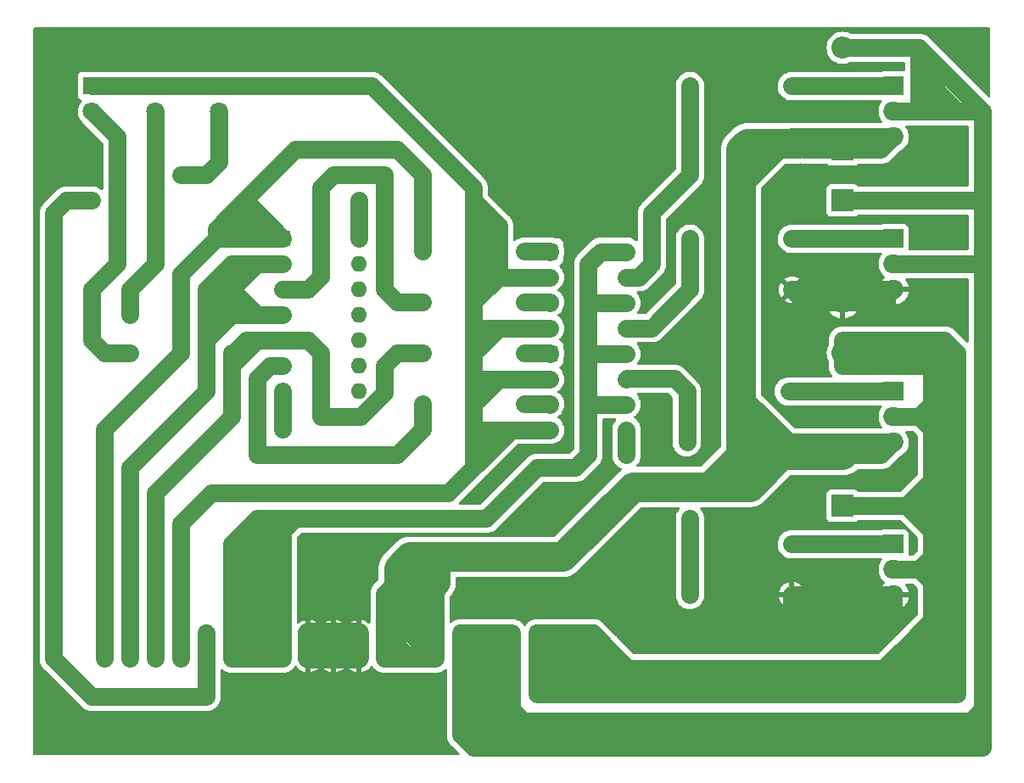
<source format=gbl>
%TF.GenerationSoftware,KiCad,Pcbnew,(6.0.8)*%
%TF.CreationDate,2023-10-18T15:34:39+09:00*%
%TF.ProjectId,AltairMD_V5,416c7461-6972-44d4-945f-56352e6b6963,rev?*%
%TF.SameCoordinates,PX463f660PY93c3260*%
%TF.FileFunction,Copper,L2,Bot*%
%TF.FilePolarity,Positive*%
%FSLAX46Y46*%
G04 Gerber Fmt 4.6, Leading zero omitted, Abs format (unit mm)*
G04 Created by KiCad (PCBNEW (6.0.8)) date 2023-10-18 15:34:39*
%MOMM*%
%LPD*%
G01*
G04 APERTURE LIST*
%TA.AperFunction,ComponentPad*%
%ADD10R,2.200000X2.200000*%
%TD*%
%TA.AperFunction,ComponentPad*%
%ADD11O,2.200000X2.200000*%
%TD*%
%TA.AperFunction,ComponentPad*%
%ADD12C,1.600000*%
%TD*%
%TA.AperFunction,ComponentPad*%
%ADD13O,1.600000X1.600000*%
%TD*%
%TA.AperFunction,ComponentPad*%
%ADD14R,1.800000X1.800000*%
%TD*%
%TA.AperFunction,ComponentPad*%
%ADD15C,1.800000*%
%TD*%
%TA.AperFunction,ComponentPad*%
%ADD16R,1.600000X1.600000*%
%TD*%
%TA.AperFunction,ComponentPad*%
%ADD17R,2.000000X1.905000*%
%TD*%
%TA.AperFunction,ComponentPad*%
%ADD18O,2.000000X1.905000*%
%TD*%
%TA.AperFunction,ComponentPad*%
%ADD19R,1.700000X1.700000*%
%TD*%
%TA.AperFunction,ComponentPad*%
%ADD20O,1.700000X1.700000*%
%TD*%
%TA.AperFunction,ViaPad*%
%ADD21C,0.800000*%
%TD*%
%TA.AperFunction,Conductor*%
%ADD22C,1.800000*%
%TD*%
%TA.AperFunction,Conductor*%
%ADD23C,3.000000*%
%TD*%
%TA.AperFunction,Conductor*%
%ADD24C,2.000000*%
%TD*%
G04 APERTURE END LIST*
D10*
%TO.P,D7,1,K*%
%TO.N,M+*%
X81280000Y55880000D03*
D11*
%TO.P,D7,2,A*%
%TO.N,GND1*%
X81280000Y45720000D03*
%TD*%
D12*
%TO.P,R8,1*%
%TO.N,1'*%
X65715000Y31750000D03*
D13*
%TO.P,R8,2*%
%TO.N,+24V*%
X75875000Y31750000D03*
%TD*%
D12*
%TO.P,R10,1*%
%TO.N,2'*%
X66040000Y16510000D03*
D13*
%TO.P,R10,2*%
%TO.N,GND1*%
X76200000Y16510000D03*
%TD*%
D12*
%TO.P,R3,1*%
%TO.N,4*%
X15240000Y48260000D03*
D13*
%TO.P,R3,2*%
%TO.N,Net-(D3-Pad2)*%
X15240000Y58420000D03*
%TD*%
D14*
%TO.P,D3,1,K*%
%TO.N,GND*%
X19050000Y67310000D03*
D15*
%TO.P,D3,2,A*%
%TO.N,Net-(D3-Pad2)*%
X19050000Y64770000D03*
%TD*%
D16*
%TO.P,U2,1*%
%TO.N,Net-(R4-Pad2)*%
X52080000Y40630000D03*
D13*
%TO.P,U2,2*%
%TO.N,GND*%
X52080000Y38090000D03*
%TO.P,U2,3*%
%TO.N,Net-(R5-Pad2)*%
X52080000Y35550000D03*
%TO.P,U2,4*%
%TO.N,GND*%
X52080000Y33010000D03*
%TO.P,U2,5*%
%TO.N,2'*%
X59700000Y33010000D03*
%TO.P,U2,6*%
%TO.N,+12V*%
X59700000Y35550000D03*
%TO.P,U2,7*%
%TO.N,1'*%
X59700000Y38090000D03*
%TO.P,U2,8*%
%TO.N,+12V*%
X59700000Y40630000D03*
%TD*%
D10*
%TO.P,D6,1,K*%
%TO.N,M-*%
X81280000Y25400000D03*
D11*
%TO.P,D6,2,A*%
%TO.N,GND1*%
X81280000Y15240000D03*
%TD*%
D12*
%TO.P,R14,1*%
%TO.N,2'*%
X66040000Y21590000D03*
D13*
%TO.P,R14,2*%
%TO.N,Net-(Q3-Pad1)*%
X76200000Y21590000D03*
%TD*%
D14*
%TO.P,D2,1,K*%
%TO.N,GND*%
X12700000Y67310000D03*
D15*
%TO.P,D2,2,A*%
%TO.N,Net-(D2-Pad2)*%
X12700000Y64770000D03*
%TD*%
D12*
%TO.P,R11,1*%
%TO.N,GND1*%
X76200000Y46990000D03*
D13*
%TO.P,R11,2*%
%TO.N,3'*%
X66040000Y46990000D03*
%TD*%
D12*
%TO.P,R7,1*%
%TO.N,4*%
X39370000Y50800000D03*
D13*
%TO.P,R7,2*%
%TO.N,Net-(R7-Pad2)*%
X49530000Y50800000D03*
%TD*%
D10*
%TO.P,D4,1,K*%
%TO.N,+24V*%
X81280000Y30480000D03*
D11*
%TO.P,D4,2,A*%
%TO.N,M-*%
X81280000Y40640000D03*
%TD*%
D12*
%TO.P,R5,1*%
%TO.N,2*%
X39370000Y35560000D03*
D13*
%TO.P,R5,2*%
%TO.N,Net-(R5-Pad2)*%
X49530000Y35560000D03*
%TD*%
D12*
%TO.P,R4,1*%
%TO.N,1*%
X39370000Y40640000D03*
D13*
%TO.P,R4,2*%
%TO.N,Net-(R4-Pad2)*%
X49530000Y40640000D03*
%TD*%
D14*
%TO.P,D1,1,K*%
%TO.N,GND*%
X6350000Y67310000D03*
D15*
%TO.P,D1,2,A*%
%TO.N,Net-(D1-Pad2)*%
X6350000Y64770000D03*
%TD*%
D17*
%TO.P,Q3,1,G*%
%TO.N,Net-(Q3-Pad1)*%
X86360000Y21590000D03*
D18*
%TO.P,Q3,2,D*%
%TO.N,M-*%
X86360000Y19050000D03*
%TO.P,Q3,3,S*%
%TO.N,GND1*%
X86360000Y16510000D03*
%TD*%
D12*
%TO.P,R15,1*%
%TO.N,Net-(Q4-Pad1)*%
X76200000Y52070000D03*
D13*
%TO.P,R15,2*%
%TO.N,3'*%
X66040000Y52070000D03*
%TD*%
D10*
%TO.P,D5,1,K*%
%TO.N,+24V*%
X81280000Y60960000D03*
D11*
%TO.P,D5,2,A*%
%TO.N,M+*%
X81280000Y71120000D03*
%TD*%
D12*
%TO.P,R2,1*%
%TO.N,PWM*%
X20320000Y44450000D03*
D13*
%TO.P,R2,2*%
%TO.N,Net-(D2-Pad2)*%
X10160000Y44450000D03*
%TD*%
D17*
%TO.P,Q1,1,G*%
%TO.N,Net-(Q1-Pad1)*%
X86360000Y36830000D03*
D18*
%TO.P,Q1,2,D*%
%TO.N,M-*%
X86360000Y34290000D03*
%TO.P,Q1,3,S*%
%TO.N,+24V*%
X86360000Y31750000D03*
%TD*%
D12*
%TO.P,R1,1*%
%TO.N,1*%
X20320000Y40640000D03*
D13*
%TO.P,R1,2*%
%TO.N,Net-(D1-Pad2)*%
X10160000Y40640000D03*
%TD*%
D12*
%TO.P,R9,1*%
%TO.N,+24V*%
X76200000Y62230000D03*
D13*
%TO.P,R9,2*%
%TO.N,4'*%
X66040000Y62230000D03*
%TD*%
D17*
%TO.P,Q2,1,G*%
%TO.N,Net-(Q2-Pad1)*%
X86360000Y67310000D03*
D18*
%TO.P,Q2,2,D*%
%TO.N,M+*%
X86360000Y64770000D03*
%TO.P,Q2,3,S*%
%TO.N,+24V*%
X86360000Y62230000D03*
%TD*%
D12*
%TO.P,R6,1*%
%TO.N,3*%
X39370000Y45720000D03*
D13*
%TO.P,R6,2*%
%TO.N,Net-(R6-Pad2)*%
X49530000Y45720000D03*
%TD*%
D12*
%TO.P,R13,1*%
%TO.N,Net-(Q2-Pad1)*%
X76200000Y67310000D03*
D13*
%TO.P,R13,2*%
%TO.N,4'*%
X66040000Y67310000D03*
%TD*%
D17*
%TO.P,Q4,1,G*%
%TO.N,Net-(Q4-Pad1)*%
X86360000Y52070000D03*
D18*
%TO.P,Q4,2,D*%
%TO.N,M+*%
X86360000Y49530000D03*
%TO.P,Q4,3,S*%
%TO.N,GND1*%
X86360000Y46990000D03*
%TD*%
D16*
%TO.P,U3,1*%
%TO.N,Net-(R7-Pad2)*%
X52080000Y50790000D03*
D13*
%TO.P,U3,2*%
%TO.N,GND*%
X52080000Y48250000D03*
%TO.P,U3,3*%
%TO.N,Net-(R6-Pad2)*%
X52080000Y45710000D03*
%TO.P,U3,4*%
%TO.N,GND*%
X52080000Y43170000D03*
%TO.P,U3,5*%
%TO.N,3'*%
X59700000Y43170000D03*
%TO.P,U3,6*%
%TO.N,+12V*%
X59700000Y45710000D03*
%TO.P,U3,7*%
%TO.N,4'*%
X59700000Y48250000D03*
%TO.P,U3,8*%
%TO.N,+12V*%
X59700000Y50790000D03*
%TD*%
D12*
%TO.P,R12,1*%
%TO.N,1'*%
X65715000Y36830000D03*
D13*
%TO.P,R12,2*%
%TO.N,Net-(Q1-Pad1)*%
X75875000Y36830000D03*
%TD*%
D16*
%TO.P,U1,1*%
%TO.N,4*%
X25410000Y52075000D03*
D13*
%TO.P,U1,2*%
%TO.N,PWM*%
X25410000Y49535000D03*
%TO.P,U1,3*%
%TO.N,3*%
X25410000Y46995000D03*
%TO.P,U1,4*%
%TO.N,PWM*%
X25410000Y44455000D03*
%TO.P,U1,5*%
%TO.N,1*%
X25410000Y41915000D03*
%TO.P,U1,6*%
%TO.N,2*%
X25410000Y39375000D03*
%TO.P,U1,7,GND*%
%TO.N,GND*%
X25410000Y36835000D03*
%TO.P,U1,8*%
%TO.N,unconnected-(U1-Pad8)*%
X33030000Y36835000D03*
%TO.P,U1,9*%
%TO.N,unconnected-(U1-Pad9)*%
X33030000Y39375000D03*
%TO.P,U1,10*%
%TO.N,unconnected-(U1-Pad10)*%
X33030000Y41915000D03*
%TO.P,U1,11*%
%TO.N,unconnected-(U1-Pad11)*%
X33030000Y44455000D03*
%TO.P,U1,12*%
%TO.N,unconnected-(U1-Pad12)*%
X33030000Y46995000D03*
%TO.P,U1,13*%
%TO.N,unconnected-(U1-Pad13)*%
X33030000Y49535000D03*
%TO.P,U1,14,VCC*%
%TO.N,+5V*%
X33030000Y52075000D03*
%TD*%
D19*
%TO.P,J1,1,Pin_1*%
%TO.N,M-*%
X55880000Y12700000D03*
D20*
%TO.P,J1,2,Pin_2*%
X55880000Y10160000D03*
%TO.P,J1,3,Pin_3*%
X53340000Y12700000D03*
%TO.P,J1,4,Pin_4*%
X53340000Y10160000D03*
%TO.P,J1,5,Pin_5*%
X50800000Y12700000D03*
%TO.P,J1,6,Pin_6*%
X50800000Y10160000D03*
%TO.P,J1,7,Pin_7*%
%TO.N,M+*%
X48260000Y12700000D03*
%TO.P,J1,8,Pin_8*%
X48260000Y10160000D03*
%TO.P,J1,9,Pin_9*%
X45720000Y12700000D03*
%TO.P,J1,10,Pin_10*%
X45720000Y10160000D03*
%TO.P,J1,11,Pin_11*%
X43180000Y12700000D03*
%TO.P,J1,12,Pin_12*%
X43180000Y10160000D03*
%TO.P,J1,13,Pin_13*%
%TO.N,+24V*%
X40640000Y12700000D03*
%TO.P,J1,14,Pin_14*%
X40640000Y10160000D03*
%TO.P,J1,15,Pin_15*%
X38100000Y12700000D03*
%TO.P,J1,16,Pin_16*%
X38100000Y10160000D03*
%TO.P,J1,17,Pin_17*%
X35560000Y12700000D03*
%TO.P,J1,18,Pin_18*%
X35560000Y10160000D03*
%TO.P,J1,19,Pin_19*%
%TO.N,GND1*%
X33020000Y12700000D03*
%TO.P,J1,20,Pin_20*%
X33020000Y10160000D03*
%TO.P,J1,21,Pin_21*%
X30480000Y12700000D03*
%TO.P,J1,22,Pin_22*%
X30480000Y10160000D03*
%TO.P,J1,23,Pin_23*%
X27940000Y12700000D03*
%TO.P,J1,24,Pin_24*%
X27940000Y10160000D03*
%TO.P,J1,25,Pin_25*%
%TO.N,+12V*%
X25400000Y12700000D03*
%TO.P,J1,26,Pin_26*%
X25400000Y10160000D03*
%TO.P,J1,27,Pin_27*%
X22860000Y12700000D03*
%TO.P,J1,28,Pin_28*%
X22860000Y10160000D03*
%TO.P,J1,29,Pin_29*%
X20320000Y12700000D03*
%TO.P,J1,30,Pin_30*%
X20320000Y10160000D03*
%TO.P,J1,31,Pin_31*%
%TO.N,+5V*%
X17780000Y12700000D03*
%TO.P,J1,32,Pin_32*%
X17780000Y10160000D03*
%TO.P,J1,33,Pin_33*%
%TO.N,GND*%
X15240000Y12700000D03*
%TO.P,J1,34,Pin_34*%
X15240000Y10160000D03*
%TO.P,J1,35,Pin_35*%
%TO.N,1*%
X12700000Y12700000D03*
%TO.P,J1,36,Pin_36*%
X12700000Y10160000D03*
%TO.P,J1,37,Pin_37*%
%TO.N,PWM*%
X10160000Y12700000D03*
%TO.P,J1,38,Pin_38*%
X10160000Y10160000D03*
%TO.P,J1,39,Pin_39*%
%TO.N,4*%
X7620000Y12700000D03*
%TO.P,J1,40,Pin_40*%
X7620000Y10160000D03*
%TD*%
D21*
%TO.N,GND1*%
X78740000Y45720000D03*
X30480000Y15240000D03*
X78740000Y12700000D03*
X45720000Y15180000D03*
%TO.N,+5V*%
X33020000Y55880000D03*
X5080000Y55880000D03*
%TO.N,GND*%
X25400000Y33020000D03*
X25400000Y26670000D03*
%TO.N,2'*%
X66040000Y24130000D03*
X59690000Y30480000D03*
%TD*%
D22*
%TO.N,PWM*%
X20320000Y46990000D02*
X22860000Y49530000D01*
X22860000Y49530000D02*
X22860000Y49535000D01*
X20320000Y48260000D02*
X20320000Y46990000D01*
X21585000Y49525000D02*
X20320000Y48260000D01*
X20320000Y46990000D02*
X19055000Y48255000D01*
X22855000Y44455000D02*
X20320000Y46990000D01*
X17780000Y46990000D02*
X17780000Y44450000D01*
X20325000Y49535000D02*
X17780000Y46990000D01*
X22860000Y49535000D02*
X20325000Y49535000D01*
%TO.N,4*%
X36830000Y60960000D02*
X26670000Y60960000D01*
X26670000Y60960000D02*
X21585000Y55875000D01*
X39370000Y58420000D02*
X36830000Y60960000D01*
X39370000Y50800000D02*
X39370000Y58420000D01*
%TO.N,GND*%
X44450000Y57150000D02*
X44450000Y55880000D01*
X34290000Y67310000D02*
X44450000Y57150000D01*
X19050000Y67310000D02*
X34290000Y67310000D01*
%TO.N,1*%
X21738630Y41915000D02*
X22865000Y41915000D01*
X22865000Y41915000D02*
X20320000Y39370000D01*
X35560000Y39370000D02*
X35560000Y36677994D01*
X12695000Y10165000D02*
X12700000Y10160000D01*
X20320000Y36830000D02*
X20320000Y40640000D01*
X29210000Y40640000D02*
X29210000Y34290000D01*
X20320000Y34290000D02*
X12695000Y26665000D01*
X33172006Y34290000D02*
X35560000Y36677994D01*
X27935000Y41915000D02*
X29210000Y40640000D01*
X36830000Y40640000D02*
X35560000Y39370000D01*
X20320000Y36830000D02*
X20320000Y34290000D01*
X22865000Y41915000D02*
X25410000Y41915000D01*
X29210000Y34290000D02*
X33172006Y34290000D01*
X20320000Y39370000D02*
X20320000Y36830000D01*
X39370000Y40640000D02*
X36830000Y40640000D01*
X20320000Y40496370D02*
X21738630Y41915000D01*
X25410000Y41915000D02*
X27935000Y41915000D01*
X12695000Y26665000D02*
X12695000Y10165000D01*
%TO.N,M+*%
X65965000Y2065000D02*
X66760000Y1270000D01*
X60075000Y3175000D02*
X62825000Y3175000D01*
X53105000Y3175000D02*
X55105000Y3175000D01*
X43180000Y10160000D02*
X43180000Y8890000D01*
X50165000Y3115000D02*
X52010000Y1270000D01*
X54670000Y1270000D02*
X54170000Y1270000D01*
X62825000Y2705000D02*
X63465000Y2065000D01*
X62825000Y3175000D02*
X62825000Y2705000D01*
X50165000Y3175000D02*
X49530000Y3810000D01*
X91440000Y64770000D02*
X89535000Y66675000D01*
X56105000Y3175000D02*
X57170000Y2110000D01*
X52010000Y1270000D02*
X46990000Y1270000D01*
X43180000Y3810000D02*
X43180000Y2540000D01*
X43180000Y3810000D02*
X43180000Y8890000D01*
X54170000Y2110000D02*
X54170000Y1270000D01*
X95250000Y55880000D02*
X95250000Y49530000D01*
X95250000Y3810000D02*
X95250000Y1270000D01*
X46990000Y8890000D02*
X48260000Y7620000D01*
X43180000Y2540000D02*
X44450000Y1270000D01*
X81280000Y55880000D02*
X95250000Y55880000D01*
X45085000Y4445000D02*
X44450000Y5080000D01*
X45720000Y12700000D02*
X48260000Y10160000D01*
X89535000Y67945000D02*
X92710000Y64770000D01*
X86360000Y64770000D02*
X88900000Y64770000D01*
X60075000Y3085000D02*
X58260000Y1270000D01*
X43180000Y8890000D02*
X44450000Y7620000D01*
X55105000Y3175000D02*
X56105000Y3175000D01*
X45720000Y2540000D02*
X45720000Y10160000D01*
X89535000Y67945000D02*
X89535000Y70485000D01*
X48260000Y10160000D02*
X48260000Y12700000D01*
X95250000Y5080000D02*
X95250000Y3810000D01*
X46990000Y8890000D02*
X46990000Y1270000D01*
X45720000Y5080000D02*
X45720000Y2540000D01*
X48260000Y2540000D02*
X49660000Y3940000D01*
X88900000Y71120000D02*
X88900000Y64770000D01*
X57855000Y3175000D02*
X60075000Y3175000D01*
X88900000Y71120000D02*
X89535000Y70485000D01*
X48260000Y5080000D02*
X50165000Y3175000D01*
X43180000Y10160000D02*
X48260000Y10160000D01*
X89535000Y66675000D02*
X89535000Y67945000D01*
X48260000Y10160000D02*
X48260000Y5080000D01*
X45720000Y3810000D02*
X45085000Y3175000D01*
X54170000Y1270000D02*
X52010000Y1270000D01*
X94455000Y2065000D02*
X95250000Y1270000D01*
X49660000Y3940000D02*
X94110000Y3940000D01*
X43180000Y10160000D02*
X45720000Y7620000D01*
X43180000Y10160000D02*
X45720000Y12700000D01*
X55105000Y1705000D02*
X55105000Y3175000D01*
X58260000Y1270000D02*
X57170000Y1270000D01*
X60515000Y3175000D02*
X62420000Y1270000D01*
X48260000Y2540000D02*
X48260000Y1270000D01*
X63465000Y2065000D02*
X65965000Y2065000D01*
X54670000Y1270000D02*
X55105000Y1705000D01*
X43180000Y12700000D02*
X43180000Y10160000D01*
X48260000Y3810000D02*
X48260000Y1270000D01*
X81280000Y71120000D02*
X88900000Y71120000D01*
X91440000Y64770000D02*
X92710000Y64770000D01*
X92710000Y64770000D02*
X95250000Y64770000D01*
X45720000Y12700000D02*
X45720000Y10160000D01*
X62420000Y1270000D02*
X58260000Y1270000D01*
X57170000Y1270000D02*
X57170000Y2490000D01*
X44450000Y1270000D02*
X46990000Y1270000D01*
X92710000Y2540000D02*
X95250000Y5080000D01*
X64260000Y1270000D02*
X62420000Y1270000D01*
X92710000Y2540000D02*
X92710000Y1270000D01*
X44450000Y2540000D02*
X45720000Y1270000D01*
X62825000Y3175000D02*
X94615000Y3175000D01*
X57170000Y2490000D02*
X57855000Y3175000D01*
X94615000Y3175000D02*
X95250000Y3810000D01*
X56105000Y3175000D02*
X57855000Y3175000D01*
X53105000Y3175000D02*
X54170000Y2110000D01*
X60075000Y3175000D02*
X60075000Y3085000D01*
X91440000Y68580000D02*
X95250000Y64770000D01*
X44450000Y7620000D02*
X44450000Y5080000D01*
X94110000Y3940000D02*
X95250000Y5080000D01*
X91440000Y68580000D02*
X89535000Y66675000D01*
X65965000Y2065000D02*
X94455000Y2065000D01*
X89535000Y70485000D02*
X91440000Y68580000D01*
X44450000Y5080000D02*
X45720000Y3810000D01*
X43180000Y12700000D02*
X48260000Y12700000D01*
X60075000Y3175000D02*
X60515000Y3175000D01*
X43180000Y12700000D02*
X45720000Y12700000D01*
X45085000Y3175000D02*
X44450000Y2540000D01*
X48260000Y1270000D02*
X50165000Y3175000D01*
X52010000Y1270000D02*
X52010000Y2080000D01*
X57170000Y1270000D02*
X54670000Y1270000D01*
X44450000Y5080000D02*
X43180000Y3810000D01*
X45720000Y10160000D02*
X46990000Y8890000D01*
X95250000Y1270000D02*
X66760000Y1270000D01*
X95250000Y49530000D02*
X95250000Y3810000D01*
X45085000Y3175000D02*
X45085000Y4445000D01*
X50165000Y3175000D02*
X50165000Y3115000D01*
X49530000Y3810000D02*
X48260000Y3810000D01*
X88900000Y64770000D02*
X91440000Y64770000D01*
X50165000Y3175000D02*
X53105000Y3175000D01*
X57170000Y2110000D02*
X57170000Y1270000D01*
X66760000Y1270000D02*
X64260000Y1270000D01*
X86360000Y49530000D02*
X95250000Y49530000D01*
X52010000Y2080000D02*
X53105000Y3175000D01*
X95250000Y64770000D02*
X95250000Y55880000D01*
X43180000Y3810000D02*
X44450000Y2540000D01*
X45720000Y3810000D02*
X45720000Y2540000D01*
X48260000Y5080000D02*
X48260000Y3810000D01*
X63465000Y2065000D02*
X64260000Y1270000D01*
%TO.N,4*%
X7615000Y13975000D02*
X7615000Y13270000D01*
X7615000Y15810000D02*
X7615000Y33015000D01*
X7615000Y15810000D02*
X7615000Y13975000D01*
X21610000Y55875000D02*
X25410000Y52075000D01*
X21585000Y52075000D02*
X22865000Y52075000D01*
X18766573Y52075000D02*
X21585000Y52075000D01*
X22865000Y52075000D02*
X25410000Y52075000D01*
X21585000Y55875000D02*
X21610000Y55875000D01*
X18766573Y52075000D02*
X18766573Y53056573D01*
X7620000Y13970000D02*
X7620000Y10160000D01*
X21610000Y55875000D02*
X22865000Y54620000D01*
X20320000Y53340000D02*
X21585000Y52075000D01*
X18766573Y53056573D02*
X22860000Y57150000D01*
X7615000Y13975000D02*
X7620000Y13970000D01*
X15240000Y48548427D02*
X18766573Y52075000D01*
X21585000Y55875000D02*
X21585000Y52075000D01*
X22865000Y54620000D02*
X22865000Y52075000D01*
X7615000Y33015000D02*
X15240000Y40640000D01*
X15240000Y40640000D02*
X15240000Y48260000D01*
X20320000Y54610000D02*
X21585000Y55875000D01*
X20320000Y54610000D02*
X20320000Y53340000D01*
%TO.N,M-*%
X90170000Y9210000D02*
X90170000Y7940000D01*
X90170000Y19050000D02*
X88900000Y19050000D01*
X88265000Y12065000D02*
X90170000Y13970000D01*
X50800000Y7940000D02*
X50800000Y6670000D01*
X59860000Y9210000D02*
X84770000Y9210000D01*
X90170000Y17780000D02*
X90170000Y15240000D01*
X90170000Y39370000D02*
X90170000Y36830000D01*
X88900000Y19050000D02*
X90170000Y17780000D01*
X88265000Y12065000D02*
X90170000Y10160000D01*
X86360000Y34290000D02*
X88900000Y34290000D01*
X88265000Y12065000D02*
X87365000Y11165000D01*
X81280000Y25400000D02*
X87630000Y25400000D01*
X86360000Y10160000D02*
X85410000Y9210000D01*
X91440000Y41910000D02*
X91440000Y39370000D01*
X88110000Y10420000D02*
X88110000Y9210000D01*
X88900000Y19050000D02*
X90170000Y20320000D01*
X56750000Y11030000D02*
X57340000Y10440000D01*
X58610000Y9210000D02*
X59860000Y9210000D01*
X57340000Y10440000D02*
X57340000Y10190000D01*
X53340000Y12700000D02*
X53340000Y9210000D01*
X92710000Y6670000D02*
X92710000Y40640000D01*
X90170000Y35560000D02*
X90170000Y36830000D01*
X81280000Y39370000D02*
X90170000Y39370000D01*
X56750000Y11030000D02*
X57055000Y11335000D01*
X87365000Y11165000D02*
X86360000Y10160000D01*
X86360000Y10160000D02*
X86360000Y9210000D01*
X90170000Y40640000D02*
X91440000Y39370000D01*
X92710000Y40640000D02*
X91440000Y41910000D01*
X53340000Y12700000D02*
X53340000Y10160000D01*
X86360000Y9210000D02*
X88110000Y9210000D01*
X50800000Y12700000D02*
X55880000Y12700000D01*
X88900000Y34290000D02*
X90170000Y34290000D01*
X87365000Y11165000D02*
X88110000Y10420000D01*
X81280000Y40640000D02*
X90170000Y40640000D01*
X90170000Y33020000D02*
X90170000Y31750000D01*
X55880000Y12700000D02*
X56370000Y12700000D01*
X85090000Y7940000D02*
X90170000Y7940000D01*
X90170000Y6670000D02*
X90170000Y7940000D01*
X57055000Y11335000D02*
X57735000Y11335000D01*
X55880000Y12700000D02*
X55880000Y10160000D01*
X81280000Y41910000D02*
X81280000Y40640000D01*
X84770000Y9210000D02*
X87630000Y9210000D01*
X90170000Y25400000D02*
X90170000Y22860000D01*
X90170000Y13970000D02*
X90170000Y8890000D01*
X50800000Y12700000D02*
X53340000Y10160000D01*
X88900000Y34290000D02*
X90170000Y35560000D01*
X88900000Y34290000D02*
X90170000Y33020000D01*
X50800000Y12700000D02*
X50800000Y6670000D01*
X85410000Y9210000D02*
X84770000Y9210000D01*
X91440000Y39370000D02*
X91440000Y7620000D01*
X91440000Y41910000D02*
X81280000Y41910000D01*
X56370000Y12700000D02*
X57735000Y11335000D01*
X88900000Y19050000D02*
X86360000Y19050000D01*
X90170000Y22860000D02*
X90170000Y20320000D01*
X87630000Y25400000D02*
X90170000Y22860000D01*
X90170000Y31750000D02*
X90170000Y27940000D01*
X53340000Y12700000D02*
X55880000Y10160000D01*
X50800000Y7940000D02*
X85090000Y7940000D01*
X87630000Y25400000D02*
X90170000Y25400000D01*
X90170000Y20320000D02*
X90170000Y19050000D01*
X90170000Y19050000D02*
X90170000Y15240000D01*
X50800000Y12700000D02*
X50800000Y10160000D01*
X55880000Y9210000D02*
X55880000Y6670000D01*
X58320000Y9210000D02*
X58610000Y9210000D01*
X55880000Y10160000D02*
X56750000Y11030000D01*
X88110000Y9210000D02*
X90170000Y9210000D01*
X57340000Y10190000D02*
X58320000Y9210000D01*
X90170000Y34290000D02*
X90170000Y31750000D01*
X81280000Y40640000D02*
X81280000Y39370000D01*
X50800000Y9210000D02*
X50800000Y7940000D01*
X90170000Y6670000D02*
X92710000Y6670000D01*
X90170000Y27940000D02*
X90170000Y25400000D01*
X90170000Y36830000D02*
X90170000Y34290000D01*
X50800000Y9210000D02*
X58610000Y9210000D01*
X86360000Y9210000D02*
X85090000Y7940000D01*
X90170000Y15240000D02*
X90170000Y13970000D01*
X87630000Y25400000D02*
X90170000Y27940000D01*
X50800000Y6670000D02*
X90170000Y6670000D01*
X57735000Y11335000D02*
X59860000Y9210000D01*
X50800000Y10160000D02*
X55880000Y10160000D01*
%TO.N,Net-(Q1-Pad1)*%
X75875000Y36830000D02*
X86360000Y36830000D01*
%TO.N,Net-(Q2-Pad1)*%
X76200000Y67310000D02*
X86360000Y67310000D01*
%TO.N,+12V*%
X20315000Y18350000D02*
X21585000Y19620000D01*
X22855000Y21595000D02*
X22855000Y15810000D01*
X22290000Y19620000D02*
X22290000Y18350000D01*
X21302500Y14257500D02*
X22572500Y14257500D01*
X22860000Y24130000D02*
X22855000Y24125000D01*
X24135000Y21585000D02*
X23495000Y22225000D01*
X22855000Y13975000D02*
X22855000Y13270000D01*
X59700000Y50790000D02*
X57140000Y50790000D01*
X20315000Y15810000D02*
X20315000Y20315000D01*
X20315000Y15810000D02*
X23495000Y18990000D01*
X25395000Y22865000D02*
X25405000Y22865000D01*
X22860000Y24130000D02*
X20315000Y21585000D01*
X22855000Y24125000D02*
X22855000Y22865000D01*
X25395000Y21585000D02*
X24135000Y21585000D01*
X20315000Y15810000D02*
X20315000Y13270000D01*
X59700000Y35550000D02*
X55890000Y35550000D01*
X20315000Y13270000D02*
X25395000Y13270000D01*
X23495000Y20955000D02*
X22855000Y21595000D01*
X24130000Y24130000D02*
X24130000Y22860000D01*
X55880000Y30480000D02*
X54610000Y29210000D01*
X25400000Y10160000D02*
X22860000Y12700000D01*
X20315000Y15810000D02*
X25395000Y15810000D01*
X21585000Y19620000D02*
X22290000Y19620000D01*
X22572500Y14257500D02*
X25400000Y11430000D01*
X25395000Y19055000D02*
X23495000Y20955000D01*
X21302500Y14257500D02*
X22855000Y15810000D01*
X22855000Y13975000D02*
X22860000Y13970000D01*
X54610000Y29210000D02*
X50800000Y29210000D01*
X20955000Y20955000D02*
X22290000Y19620000D01*
X22860000Y13970000D02*
X22860000Y10160000D01*
X22855000Y15810000D02*
X22855000Y13975000D01*
X55890000Y40630000D02*
X55880000Y40640000D01*
X25395000Y15810000D02*
X22855000Y18350000D01*
X23495000Y22225000D02*
X23495000Y20955000D01*
X20320000Y10160000D02*
X24412500Y14252500D01*
X25395000Y17775000D02*
X25395000Y21585000D01*
X25395000Y21585000D02*
X25395000Y22865000D01*
X20955000Y20955000D02*
X22855000Y22855000D01*
X22855000Y15810000D02*
X24412500Y14252500D01*
X59700000Y45710000D02*
X55890000Y45710000D01*
X25395000Y13270000D02*
X25395000Y15810000D01*
X55880000Y45720000D02*
X55880000Y40640000D01*
X22290000Y18350000D02*
X25395000Y18350000D01*
X55880000Y49530000D02*
X55880000Y45720000D01*
X20315000Y15810000D02*
X20320000Y15805000D01*
X20320000Y12700000D02*
X22860000Y10160000D01*
X20315000Y21585000D02*
X20315000Y20315000D01*
X25395000Y17775000D02*
X25395000Y19055000D01*
X20315000Y13270000D02*
X21302500Y14257500D01*
X20320000Y10160000D02*
X25400000Y10160000D01*
X59700000Y40630000D02*
X55890000Y40630000D01*
X55880000Y40640000D02*
X55880000Y35560000D01*
X25395000Y15810000D02*
X25395000Y17775000D01*
X55890000Y35550000D02*
X55880000Y35560000D01*
X25405000Y22865000D02*
X26670000Y24130000D01*
X25395000Y15810000D02*
X25400000Y15805000D01*
X45720000Y24130000D02*
X26670000Y24130000D01*
X55880000Y35560000D02*
X55880000Y30480000D01*
X22855000Y22865000D02*
X23495000Y22225000D01*
X20320000Y15805000D02*
X20320000Y10160000D01*
X55890000Y45710000D02*
X55880000Y45720000D01*
X24130000Y24130000D02*
X22860000Y24130000D01*
X20315000Y20315000D02*
X20955000Y20955000D01*
X20315000Y18350000D02*
X22290000Y18350000D01*
X24130000Y22860000D02*
X23495000Y22225000D01*
X50800000Y29210000D02*
X45720000Y24130000D01*
X24130000Y24130000D02*
X25395000Y22865000D01*
X25400000Y15805000D02*
X25400000Y11430000D01*
X24412500Y14252500D02*
X25395000Y13270000D01*
X26670000Y24130000D02*
X24130000Y24130000D01*
X23495000Y18990000D02*
X23495000Y20955000D01*
X57140000Y50790000D02*
X55880000Y49530000D01*
X25400000Y11430000D02*
X25400000Y10160000D01*
D23*
%TO.N,+24V*%
X38100000Y19050000D02*
X40005000Y17145000D01*
X40640000Y20320000D02*
X38100000Y20320000D01*
D22*
X40640000Y17780000D02*
X36680000Y17780000D01*
X40640000Y12700000D02*
X40640000Y17780000D01*
D23*
X53340000Y20320000D02*
X40640000Y20320000D01*
D22*
X75875000Y31750000D02*
X86360000Y31750000D01*
X38100000Y12700000D02*
X38100000Y15240000D01*
D23*
X75184000Y30480000D02*
X81280000Y30480000D01*
D22*
X81280000Y30480000D02*
X85090000Y30480000D01*
D23*
X71120000Y27940000D02*
X71120000Y31750000D01*
D22*
X71120000Y31750000D02*
X75875000Y31750000D01*
X71755000Y60525000D02*
X71755000Y61595000D01*
X36980000Y15240000D02*
X38100000Y15240000D01*
D23*
X72390000Y30480000D02*
X75184000Y30480000D01*
D22*
X77145000Y30480000D02*
X75875000Y31750000D01*
D23*
X70485000Y27305000D02*
X71120000Y27940000D01*
X71120000Y31750000D02*
X71120000Y34910000D01*
D22*
X35560000Y16660000D02*
X36980000Y15240000D01*
D23*
X38100000Y20320000D02*
X38100000Y19050000D01*
D22*
X81280000Y60960000D02*
X85090000Y60960000D01*
D23*
X67945000Y27305000D02*
X66675000Y27305000D01*
X40005000Y17145000D02*
X40640000Y17780000D01*
X71120000Y31750000D02*
X71755000Y31115000D01*
X38100000Y20320000D02*
X36980000Y19200000D01*
X71120000Y60960000D02*
X71755000Y61595000D01*
D22*
X38100000Y15240000D02*
X40640000Y12700000D01*
X74530000Y31750000D02*
X71370000Y34910000D01*
D23*
X66675000Y27305000D02*
X72009000Y27305000D01*
X70485000Y27305000D02*
X67945000Y27305000D01*
D22*
X85090000Y30480000D02*
X86360000Y31750000D01*
D23*
X36980000Y19200000D02*
X36980000Y15240000D01*
D22*
X35560000Y12700000D02*
X35560000Y16660000D01*
X38100000Y12700000D02*
X40640000Y10160000D01*
X76200000Y62230000D02*
X73125000Y59155000D01*
D23*
X71120000Y35660000D02*
X71120000Y56410000D01*
D22*
X40640000Y12700000D02*
X40640000Y10160000D01*
X73125000Y59155000D02*
X71755000Y60525000D01*
D23*
X74168000Y29464000D02*
X75184000Y30480000D01*
D22*
X35560000Y10160000D02*
X40640000Y10160000D01*
X36680000Y17780000D02*
X36680000Y16660000D01*
X75875000Y31750000D02*
X74530000Y31750000D01*
D23*
X71755000Y61595000D02*
X76835000Y61595000D01*
D22*
X35560000Y12700000D02*
X40640000Y12700000D01*
X73125000Y59155000D02*
X71120000Y57150000D01*
X38100000Y10160000D02*
X40640000Y12700000D01*
X81280000Y30480000D02*
X77145000Y30480000D01*
D23*
X71120000Y27940000D02*
X72644000Y27940000D01*
D22*
X36680000Y17780000D02*
X35560000Y16660000D01*
X71965000Y35660000D02*
X71120000Y35660000D01*
D23*
X72009000Y27305000D02*
X74168000Y29464000D01*
X71755000Y31115000D02*
X72390000Y30480000D01*
X72644000Y27940000D02*
X74168000Y29464000D01*
D22*
X75875000Y31750000D02*
X71965000Y35660000D01*
X76835000Y61595000D02*
X76200000Y62230000D01*
D23*
X71120000Y56410000D02*
X71120000Y60960000D01*
D22*
X81280000Y60960000D02*
X77470000Y60960000D01*
D23*
X66675000Y27305000D02*
X60325000Y27305000D01*
D22*
X38100000Y15240000D02*
X35560000Y12700000D01*
D23*
X67945000Y27305000D02*
X71755000Y31115000D01*
D22*
X35560000Y10160000D02*
X38100000Y10160000D01*
X36680000Y16660000D02*
X38100000Y15240000D01*
D23*
X40640000Y20320000D02*
X40640000Y17780000D01*
D22*
X85090000Y60960000D02*
X86360000Y62230000D01*
X35560000Y10160000D02*
X35560000Y12700000D01*
X77470000Y60960000D02*
X76835000Y61595000D01*
X71120000Y57150000D02*
X71120000Y56410000D01*
X35560000Y12700000D02*
X38100000Y12700000D01*
D23*
X71120000Y34910000D02*
X71120000Y35660000D01*
X38100000Y15240000D02*
X40005000Y17145000D01*
D22*
X38100000Y10160000D02*
X35560000Y12700000D01*
X76200000Y62230000D02*
X86360000Y62230000D01*
D23*
X60325000Y27305000D02*
X53340000Y20320000D01*
D22*
X71370000Y34910000D02*
X71120000Y34910000D01*
D24*
%TO.N,GND1*%
X27940000Y10160000D02*
X31750000Y10160000D01*
D22*
X74930000Y12700000D02*
X76200000Y13970000D01*
X77470000Y12700000D02*
X76200000Y13970000D01*
X82550000Y15240000D02*
X83820000Y15240000D01*
X81280000Y15240000D02*
X82550000Y15240000D01*
X81280000Y15240000D02*
X80010000Y13970000D01*
D24*
X33020000Y10160000D02*
X30480000Y12700000D01*
D22*
X78740000Y12700000D02*
X82550000Y12700000D01*
X83820000Y12700000D02*
X85090000Y12700000D01*
X63500000Y12700000D02*
X74930000Y12700000D01*
X85090000Y13970000D02*
X85090000Y12700000D01*
X78740000Y12700000D02*
X77470000Y12700000D01*
D24*
X27940000Y12700000D02*
X30480000Y10160000D01*
D22*
X80010000Y13970000D02*
X82550000Y13970000D01*
X80010000Y13970000D02*
X78740000Y12700000D01*
X77470000Y45720000D02*
X76200000Y46990000D01*
X81280000Y45720000D02*
X78740000Y45720000D01*
X81280000Y45720000D02*
X85090000Y45720000D01*
X77470000Y16510000D02*
X86360000Y16510000D01*
X82550000Y15240000D02*
X82550000Y12700000D01*
X86360000Y13970000D02*
X86360000Y16510000D01*
X83820000Y15240000D02*
X85090000Y13970000D01*
D24*
X33020000Y12700000D02*
X33020000Y10160000D01*
D22*
X83820000Y12700000D02*
X83820000Y15240000D01*
X85090000Y45720000D02*
X86360000Y46990000D01*
X77470000Y13970000D02*
X78105000Y13335000D01*
X83820000Y15240000D02*
X85090000Y15240000D01*
X45720000Y15180000D02*
X61020000Y15180000D01*
X80010000Y13970000D02*
X78740000Y13970000D01*
X82550000Y12700000D02*
X83820000Y12700000D01*
X76200000Y13970000D02*
X76200000Y16510000D01*
X77470000Y12700000D02*
X74930000Y12700000D01*
X85090000Y15240000D02*
X86360000Y16510000D01*
X77470000Y15240000D02*
X77470000Y13970000D01*
X81280000Y45720000D02*
X83820000Y45720000D01*
D24*
X27940000Y12700000D02*
X33020000Y12700000D01*
X30480000Y12700000D02*
X27940000Y10160000D01*
D22*
X61020000Y15180000D02*
X63500000Y12700000D01*
X83820000Y45720000D02*
X85090000Y46990000D01*
X77470000Y15240000D02*
X81280000Y15240000D01*
X85090000Y46990000D02*
X86360000Y46990000D01*
X76200000Y46990000D02*
X85090000Y46990000D01*
D24*
X30480000Y10160000D02*
X31750000Y10160000D01*
D22*
X81280000Y15240000D02*
X78740000Y12700000D01*
D24*
X27940000Y12700000D02*
X27940000Y10160000D01*
D22*
X78105000Y13335000D02*
X78740000Y12700000D01*
X78740000Y45720000D02*
X77470000Y45720000D01*
X82550000Y12700000D02*
X82550000Y13970000D01*
X76200000Y16510000D02*
X77470000Y16510000D01*
X78740000Y13970000D02*
X78105000Y13335000D01*
X82550000Y13970000D02*
X81280000Y15240000D01*
X77470000Y16510000D02*
X77470000Y15240000D01*
D24*
X31750000Y10160000D02*
X33020000Y10160000D01*
D22*
X85090000Y12700000D02*
X86360000Y13970000D01*
%TO.N,Net-(Q3-Pad1)*%
X76200000Y21590000D02*
X86360000Y21590000D01*
%TO.N,+5V*%
X2540000Y10160000D02*
X2540000Y13970000D01*
X17780000Y12700000D02*
X17780000Y10160000D01*
X17780000Y6350000D02*
X6350000Y6350000D01*
X17780000Y10160000D02*
X17780000Y6350000D01*
X33030000Y52075000D02*
X33030000Y55870000D01*
X2540000Y54610000D02*
X3810000Y55880000D01*
X6350000Y6350000D02*
X2540000Y10160000D01*
X2540000Y12700000D02*
X2540000Y13970000D01*
X33020000Y55880000D02*
X33030000Y55870000D01*
X3810000Y55880000D02*
X5080000Y55880000D01*
X2540000Y15240000D02*
X2540000Y54610000D01*
X2540000Y13970000D02*
X2540000Y15240000D01*
X5080000Y55880000D02*
X6350000Y55880000D01*
%TO.N,GND*%
X45720000Y54610000D02*
X46980000Y53350000D01*
X47000000Y43170000D02*
X46980000Y43170000D01*
X52080000Y43170000D02*
X47000000Y43170000D01*
X46355000Y31115000D02*
X44450000Y33020000D01*
X25400000Y35560000D02*
X25400000Y33020000D01*
X47000000Y43170000D02*
X44460000Y43170000D01*
X45720000Y54610000D02*
X45720000Y46990000D01*
X44450000Y45720000D02*
X44450000Y55880000D01*
X18257283Y26670000D02*
X15235000Y23647717D01*
X45720000Y46990000D02*
X44450000Y45720000D01*
X25410000Y36835000D02*
X25410000Y35570000D01*
X44460000Y33010000D02*
X44450000Y33020000D01*
X46980000Y43170000D02*
X44450000Y40640000D01*
X52080000Y38090000D02*
X46980000Y38090000D01*
X15235000Y10165000D02*
X15240000Y10160000D01*
X52080000Y33010000D02*
X48270000Y33010000D01*
X6350000Y67310000D02*
X19050000Y67310000D01*
X25400000Y26670000D02*
X18257283Y26670000D01*
X44450000Y29210000D02*
X41910000Y26670000D01*
X48270000Y33010000D02*
X44460000Y33010000D01*
X44450000Y40640000D02*
X44450000Y38100000D01*
X48250000Y33010000D02*
X48270000Y33010000D01*
X41910000Y26670000D02*
X25400000Y26670000D01*
X44460000Y43170000D02*
X44450000Y43180000D01*
X46980000Y48250000D02*
X45720000Y46990000D01*
X15235000Y23647717D02*
X15235000Y10165000D01*
X44450000Y29210000D02*
X46355000Y31115000D01*
X52080000Y48250000D02*
X46980000Y48250000D01*
X46355000Y31115000D02*
X48250000Y33010000D01*
X44460000Y38090000D02*
X44450000Y38100000D01*
X44450000Y45720000D02*
X44450000Y43180000D01*
X46980000Y38090000D02*
X44450000Y35560000D01*
X44450000Y43180000D02*
X44450000Y40640000D01*
X46980000Y53350000D02*
X46980000Y48250000D01*
X44450000Y33020000D02*
X44450000Y29210000D01*
X44450000Y35560000D02*
X44450000Y33020000D01*
X46980000Y38090000D02*
X44460000Y38090000D01*
X44450000Y55880000D02*
X45720000Y54610000D01*
X44450000Y38100000D02*
X44450000Y35560000D01*
X25410000Y35570000D02*
X25400000Y35560000D01*
%TO.N,Net-(Q4-Pad1)*%
X76200000Y52070000D02*
X86360000Y52070000D01*
%TO.N,PWM*%
X20320000Y45720000D02*
X20320000Y44450000D01*
X17785000Y44455000D02*
X17780000Y44450000D01*
X17780000Y36830000D02*
X10155000Y29205000D01*
X17780000Y41910000D02*
X20320000Y44450000D01*
X19050000Y46990000D02*
X19050000Y44460000D01*
X20325000Y44455000D02*
X19045000Y44455000D01*
X19050000Y46990000D02*
X20320000Y45720000D01*
X19045000Y44455000D02*
X17785000Y44455000D01*
X10155000Y10165000D02*
X10160000Y10160000D01*
X17780000Y41910000D02*
X17780000Y36830000D01*
X10155000Y29205000D02*
X10155000Y10165000D01*
X19050000Y44460000D02*
X19045000Y44455000D01*
X25410000Y49535000D02*
X21585000Y49535000D01*
X22855000Y44455000D02*
X20325000Y44455000D01*
X21585000Y49525000D02*
X21585000Y49535000D01*
X17780000Y44450000D02*
X17780000Y41910000D01*
X25410000Y44455000D02*
X22855000Y44455000D01*
X19050000Y46990000D02*
X19050000Y45730000D01*
%TO.N,1'*%
X64445000Y38100000D02*
X59710000Y38100000D01*
X65715000Y36830000D02*
X65715000Y31750000D01*
X65715000Y36830000D02*
X64445000Y38100000D01*
X59710000Y38100000D02*
X59700000Y38090000D01*
%TO.N,4'*%
X62230000Y49530000D02*
X60950000Y48250000D01*
X66040000Y62230000D02*
X66040000Y58420000D01*
X66040000Y58420000D02*
X62230000Y54610000D01*
X60950000Y48250000D02*
X59700000Y48250000D01*
X66040000Y67310000D02*
X66040000Y62230000D01*
X62230000Y54610000D02*
X62230000Y49530000D01*
%TO.N,2'*%
X59700000Y30490000D02*
X59700000Y33010000D01*
X66040000Y16510000D02*
X66040000Y21590000D01*
X59690000Y30480000D02*
X59700000Y30490000D01*
X66040000Y21590000D02*
X66040000Y24130000D01*
%TO.N,3'*%
X66040000Y52070000D02*
X66040000Y46990000D01*
X66040000Y46990000D02*
X62220000Y43170000D01*
X62220000Y43170000D02*
X59700000Y43170000D01*
%TO.N,2*%
X24135000Y39375000D02*
X22860000Y38100000D01*
X22860000Y30480000D02*
X36830000Y30480000D01*
X25410000Y39375000D02*
X24135000Y39375000D01*
X39370000Y33020000D02*
X39370000Y35560000D01*
X36830000Y30480000D02*
X39370000Y33020000D01*
X22860000Y38100000D02*
X22860000Y30480000D01*
%TO.N,3*%
X35560000Y58420000D02*
X35560000Y46990000D01*
X30480000Y58420000D02*
X35560000Y58420000D01*
X27940000Y46990000D02*
X29210000Y48260000D01*
X36830000Y45720000D02*
X39370000Y45720000D01*
X25410000Y46995000D02*
X27935000Y46995000D01*
X29210000Y48260000D02*
X29210000Y57150000D01*
X29210000Y57150000D02*
X30480000Y58420000D01*
X35560000Y46990000D02*
X36830000Y45720000D01*
X27935000Y46995000D02*
X27940000Y46990000D01*
%TO.N,Net-(D1-Pad2)*%
X6350000Y64770000D02*
X8890000Y62230000D01*
X7620000Y40640000D02*
X10160000Y40640000D01*
X6350000Y46990000D02*
X6350000Y41910000D01*
X8890000Y62230000D02*
X8890000Y49530000D01*
X6350000Y41910000D02*
X7620000Y40640000D01*
X8890000Y49530000D02*
X6350000Y46990000D01*
%TO.N,Net-(D2-Pad2)*%
X12700000Y49530000D02*
X10160000Y46990000D01*
X12700000Y64770000D02*
X12700000Y49530000D01*
X10160000Y46990000D02*
X10160000Y44450000D01*
%TO.N,Net-(D3-Pad2)*%
X17780000Y58420000D02*
X19050000Y59690000D01*
X15240000Y58420000D02*
X17780000Y58420000D01*
X19050000Y59690000D02*
X19050000Y64770000D01*
%TO.N,Net-(R6-Pad2)*%
X49530000Y45720000D02*
X52070000Y45720000D01*
X52070000Y45720000D02*
X52080000Y45710000D01*
%TO.N,Net-(R7-Pad2)*%
X52070000Y50800000D02*
X52080000Y50790000D01*
X49530000Y50800000D02*
X52070000Y50800000D01*
%TO.N,Net-(R4-Pad2)*%
X52070000Y40640000D02*
X52080000Y40630000D01*
X49530000Y40640000D02*
X52070000Y40640000D01*
%TO.N,Net-(R5-Pad2)*%
X52070000Y35560000D02*
X52080000Y35550000D01*
X49530000Y35560000D02*
X52070000Y35560000D01*
%TD*%
%TA.AperFunction,Conductor*%
%TO.N,GND1*%
G36*
X95953621Y73131498D02*
G01*
X96000114Y73077842D01*
X96011500Y73025500D01*
X96011500Y66304610D01*
X95991498Y66236489D01*
X95937842Y66189996D01*
X95867568Y66179892D01*
X95802988Y66209386D01*
X95796405Y66215515D01*
X92507726Y69504194D01*
X92496792Y69516672D01*
X92488783Y69527128D01*
X92485537Y69531366D01*
X92481621Y69534999D01*
X92418399Y69593646D01*
X92414994Y69596926D01*
X90544685Y71467235D01*
X90542610Y71469358D01*
X90475353Y71539861D01*
X90471674Y71543718D01*
X90465486Y71548322D01*
X90451604Y71560316D01*
X89934636Y72077284D01*
X89928565Y72083799D01*
X89889007Y72129386D01*
X89889005Y72129388D01*
X89885507Y72133419D01*
X89865664Y72149689D01*
X89854384Y72160153D01*
X89840361Y72174853D01*
X89836674Y72178718D01*
X89778406Y72222071D01*
X89772380Y72226848D01*
X89720939Y72270242D01*
X89720931Y72270248D01*
X89716855Y72273686D01*
X89712255Y72276391D01*
X89708555Y72279010D01*
X89704792Y72281596D01*
X89700667Y72284978D01*
X89696026Y72287620D01*
X89678371Y72297670D01*
X89665499Y72306076D01*
X89644900Y72321402D01*
X89580153Y72354320D01*
X89573406Y72358015D01*
X89515400Y72392115D01*
X89515397Y72392116D01*
X89510793Y72394823D01*
X89505796Y72396716D01*
X89501639Y72398708D01*
X89497570Y72400588D01*
X89492934Y72403227D01*
X89468807Y72411985D01*
X89454699Y72418105D01*
X89450372Y72420305D01*
X89431828Y72429733D01*
X89426737Y72431314D01*
X89426734Y72431315D01*
X89362461Y72451272D01*
X89355184Y72453778D01*
X89337477Y72460487D01*
X89287266Y72479510D01*
X89282026Y72480533D01*
X89277665Y72481776D01*
X89273261Y72482964D01*
X89268247Y72484784D01*
X89263000Y72485733D01*
X89262992Y72485735D01*
X89242997Y72489350D01*
X89228064Y72493004D01*
X89203548Y72500616D01*
X89131537Y72510161D01*
X89123952Y72511403D01*
X89086801Y72518658D01*
X89057901Y72524302D01*
X89057900Y72524302D01*
X89052667Y72525324D01*
X89047335Y72525449D01*
X89042027Y72526026D01*
X89042068Y72526403D01*
X89041290Y72526482D01*
X89041248Y72526110D01*
X89037120Y72526578D01*
X89033031Y72527318D01*
X89028877Y72527514D01*
X89028876Y72527514D01*
X89009456Y72528430D01*
X89009449Y72528430D01*
X89007968Y72528500D01*
X89001486Y72528500D01*
X88984930Y72529592D01*
X88971872Y72531323D01*
X88971869Y72531323D01*
X88966589Y72532023D01*
X88961260Y72531823D01*
X88961258Y72531823D01*
X88894008Y72529298D01*
X88886313Y72529244D01*
X88840458Y72530324D01*
X88813702Y72530955D01*
X88807411Y72530032D01*
X88806077Y72529836D01*
X88787780Y72528500D01*
X82095551Y72528500D01*
X82029715Y72547068D01*
X82016725Y72555028D01*
X82012502Y72557616D01*
X82007932Y72559509D01*
X82007928Y72559511D01*
X81783164Y72652611D01*
X81783162Y72652612D01*
X81778591Y72654505D01*
X81693968Y72674821D01*
X81537216Y72712454D01*
X81537210Y72712455D01*
X81532403Y72713609D01*
X81280000Y72733474D01*
X81027597Y72713609D01*
X81022790Y72712455D01*
X81022784Y72712454D01*
X80866032Y72674821D01*
X80781409Y72654505D01*
X80776838Y72652612D01*
X80776836Y72652611D01*
X80552072Y72559511D01*
X80552068Y72559509D01*
X80547498Y72557616D01*
X80331624Y72425328D01*
X80139102Y72260898D01*
X79974672Y72068376D01*
X79842384Y71852502D01*
X79745495Y71618591D01*
X79744340Y71613779D01*
X79709668Y71469358D01*
X79686391Y71372403D01*
X79666526Y71120000D01*
X79686391Y70867597D01*
X79745495Y70621409D01*
X79842384Y70387498D01*
X79974672Y70171624D01*
X80139102Y69979102D01*
X80331624Y69814672D01*
X80547498Y69682384D01*
X80552068Y69680491D01*
X80552072Y69680489D01*
X80776836Y69587389D01*
X80781409Y69585495D01*
X80866032Y69565179D01*
X81022784Y69527546D01*
X81022790Y69527545D01*
X81027597Y69526391D01*
X81280000Y69506526D01*
X81532403Y69526391D01*
X81537210Y69527545D01*
X81537216Y69527546D01*
X81693968Y69565179D01*
X81778591Y69585495D01*
X81783164Y69587389D01*
X82007928Y69680489D01*
X82007932Y69680491D01*
X82012502Y69682384D01*
X82029715Y69692932D01*
X82095551Y69711500D01*
X87365500Y69711500D01*
X87433621Y69691498D01*
X87480114Y69637842D01*
X87491500Y69585500D01*
X87491500Y68897000D01*
X87471498Y68828879D01*
X87417842Y68782386D01*
X87365500Y68771000D01*
X85311866Y68771000D01*
X85308469Y68770631D01*
X85257534Y68765098D01*
X85257532Y68765098D01*
X85249684Y68764245D01*
X85242291Y68761473D01*
X85242289Y68761473D01*
X85149047Y68726518D01*
X85104818Y68718500D01*
X76139988Y68718500D01*
X75961825Y68703383D01*
X75956661Y68702043D01*
X75956657Y68702042D01*
X75735625Y68644673D01*
X75735620Y68644671D01*
X75730460Y68643332D01*
X75725594Y68641140D01*
X75517381Y68547347D01*
X75517378Y68547346D01*
X75512520Y68545157D01*
X75314238Y68411666D01*
X75310381Y68407987D01*
X75310379Y68407985D01*
X75269217Y68368718D01*
X75141282Y68246674D01*
X74998598Y68054900D01*
X74996182Y68050149D01*
X74996180Y68050145D01*
X74923695Y67907577D01*
X74890267Y67841828D01*
X74872437Y67784406D01*
X74820968Y67618651D01*
X74820967Y67618645D01*
X74819384Y67613548D01*
X74810014Y67542855D01*
X74793659Y67419456D01*
X74787977Y67376589D01*
X74796945Y67137726D01*
X74846030Y66903789D01*
X74933829Y66681467D01*
X75057832Y66477117D01*
X75061329Y66473087D01*
X75207526Y66304610D01*
X75214493Y66296581D01*
X75218619Y66293198D01*
X75218623Y66293194D01*
X75313360Y66215515D01*
X75399333Y66145022D01*
X75403969Y66142383D01*
X75403972Y66142381D01*
X75559377Y66053919D01*
X75607066Y66026773D01*
X75831753Y65945216D01*
X75837002Y65944267D01*
X75837005Y65944266D01*
X76062885Y65903420D01*
X76062893Y65903419D01*
X76066969Y65902682D01*
X76085359Y65901815D01*
X76090544Y65901570D01*
X76090551Y65901570D01*
X76092032Y65901500D01*
X85084265Y65901500D01*
X85152386Y65881498D01*
X85198879Y65827842D01*
X85208983Y65757568D01*
X85183147Y65697408D01*
X85094633Y65585330D01*
X85094630Y65585325D01*
X85091432Y65581276D01*
X85088939Y65576760D01*
X85088937Y65576757D01*
X84977823Y65375474D01*
X84975326Y65370950D01*
X84973602Y65366081D01*
X84973600Y65366077D01*
X84896856Y65149360D01*
X84895130Y65144485D01*
X84894223Y65139392D01*
X84894222Y65139389D01*
X84864824Y64974347D01*
X84852999Y64907963D01*
X84852321Y64852467D01*
X84850179Y64677109D01*
X84850064Y64667737D01*
X84886404Y64430256D01*
X84911848Y64352410D01*
X84959434Y64206817D01*
X84959437Y64206811D01*
X84961042Y64201899D01*
X84963429Y64197313D01*
X84963431Y64197309D01*
X85034412Y64060957D01*
X85071975Y63988800D01*
X85075085Y63984658D01*
X85183582Y63840153D01*
X85208488Y63773668D01*
X85193496Y63704272D01*
X85143365Y63653999D01*
X85082822Y63638500D01*
X76254681Y63638500D01*
X76245782Y63638815D01*
X76185591Y63643077D01*
X76185588Y63643077D01*
X76180263Y63643454D01*
X76172463Y63642682D01*
X76154724Y63640928D01*
X76139355Y63640351D01*
X76124786Y63640694D01*
X76113702Y63640955D01*
X76108423Y63640180D01*
X76108420Y63640180D01*
X76086670Y63636987D01*
X76041843Y63630408D01*
X76034223Y63629526D01*
X75961825Y63623383D01*
X75956655Y63622041D01*
X75952203Y63621280D01*
X75947706Y63620447D01*
X75942393Y63619921D01*
X75920662Y63613956D01*
X75917645Y63613128D01*
X75902593Y63609970D01*
X75882483Y63607018D01*
X75882482Y63607018D01*
X75877204Y63606243D01*
X75877194Y63606311D01*
X75852906Y63603500D01*
X71810909Y63603500D01*
X71804315Y63603673D01*
X71724259Y63607869D01*
X71724253Y63607869D01*
X71719862Y63608099D01*
X71715485Y63607716D01*
X71715482Y63607716D01*
X71598454Y63597477D01*
X71596261Y63597305D01*
X71479173Y63589118D01*
X71479168Y63589117D01*
X71474788Y63588811D01*
X71465107Y63586753D01*
X71449900Y63584481D01*
X71444425Y63584002D01*
X71444412Y63584000D01*
X71440034Y63583617D01*
X71367341Y63566834D01*
X71321326Y63556211D01*
X71319179Y63555735D01*
X71261952Y63543571D01*
X71200030Y63530409D01*
X71195898Y63528905D01*
X71190728Y63527024D01*
X71175982Y63522656D01*
X71170624Y63521419D01*
X71170619Y63521418D01*
X71166337Y63520429D01*
X71052571Y63476759D01*
X71050571Y63476011D01*
X70936074Y63434337D01*
X70927336Y63429691D01*
X70913333Y63423310D01*
X70908210Y63421344D01*
X70908203Y63421341D01*
X70904098Y63419765D01*
X70797479Y63360664D01*
X70795612Y63359652D01*
X70691942Y63304530D01*
X70691933Y63304524D01*
X70688058Y63302464D01*
X70684501Y63299879D01*
X70684495Y63299876D01*
X70680047Y63296645D01*
X70667074Y63288380D01*
X70658421Y63283583D01*
X70565145Y63213295D01*
X70561169Y63210299D01*
X70559415Y63209001D01*
X70503689Y63168513D01*
X70479150Y63150684D01*
X70460808Y63137358D01*
X70454847Y63131602D01*
X70453680Y63130475D01*
X70441988Y63120490D01*
X70437607Y63117188D01*
X70434088Y63114536D01*
X70348012Y63028460D01*
X70346444Y63026918D01*
X70258748Y62942231D01*
X70252831Y62934658D01*
X70252647Y62934422D01*
X70242452Y62922900D01*
X69739317Y62419765D01*
X69734533Y62415224D01*
X69671678Y62358629D01*
X69593376Y62265313D01*
X69591965Y62263661D01*
X69512023Y62171697D01*
X69509629Y62168011D01*
X69509624Y62168004D01*
X69506632Y62163397D01*
X69497488Y62151039D01*
X69493953Y62146826D01*
X69493948Y62146819D01*
X69491121Y62143450D01*
X69462222Y62097201D01*
X69426580Y62040162D01*
X69425399Y62038307D01*
X69359036Y61936118D01*
X69357173Y61932124D01*
X69357173Y61932123D01*
X69354850Y61927143D01*
X69347518Y61913637D01*
X69342269Y61905236D01*
X69340483Y61901224D01*
X69340479Y61901217D01*
X69292729Y61793968D01*
X69291817Y61791967D01*
X69240324Y61681540D01*
X69239039Y61677338D01*
X69239039Y61677337D01*
X69237430Y61672073D01*
X69232042Y61657663D01*
X69228018Y61648625D01*
X69222405Y61629050D01*
X69194435Y61531505D01*
X69193817Y61529417D01*
X69158199Y61412917D01*
X69156650Y61403135D01*
X69153320Y61388121D01*
X69150593Y61378610D01*
X69149981Y61374257D01*
X69149980Y61374251D01*
X69133646Y61258022D01*
X69133321Y61255846D01*
X69114256Y61135480D01*
X69114179Y61131084D01*
X69114179Y61131080D01*
X69114083Y61125570D01*
X69112876Y61110240D01*
X69111500Y61100448D01*
X69111500Y60978688D01*
X69111481Y60976490D01*
X69109354Y60854626D01*
X69109889Y60850270D01*
X69109889Y60850267D01*
X69110561Y60844796D01*
X69111500Y60829440D01*
X69111500Y31805895D01*
X69111327Y31799301D01*
X69109931Y31772653D01*
X69106902Y31714862D01*
X69107285Y31710485D01*
X69107285Y31710481D01*
X69111021Y31667780D01*
X69111500Y31656799D01*
X69111500Y31364138D01*
X69091498Y31296017D01*
X69074595Y31275043D01*
X67149957Y29350405D01*
X67087645Y29316379D01*
X67060862Y29313500D01*
X60823069Y29313500D01*
X60754948Y29333502D01*
X60708455Y29387158D01*
X60698351Y29457432D01*
X60725634Y29519390D01*
X60745260Y29543326D01*
X60782415Y29588640D01*
X60783487Y29589929D01*
X60783863Y29590374D01*
X60853686Y29673144D01*
X60856394Y29677751D01*
X60858980Y29681403D01*
X60861595Y29685207D01*
X60864978Y29689333D01*
X60867614Y29693963D01*
X60867617Y29693968D01*
X60918788Y29783862D01*
X60919668Y29785383D01*
X60972119Y29874607D01*
X60972120Y29874608D01*
X60974823Y29879207D01*
X60976714Y29884198D01*
X60978696Y29888335D01*
X60980588Y29892429D01*
X60983227Y29897066D01*
X61020348Y29999334D01*
X61020960Y30000984D01*
X61038498Y30047274D01*
X61059510Y30102734D01*
X61060533Y30107974D01*
X61061776Y30112335D01*
X61062964Y30116739D01*
X61064784Y30121753D01*
X61070278Y30152132D01*
X61084137Y30228774D01*
X61084462Y30230502D01*
X61104302Y30332096D01*
X61104303Y30332104D01*
X61105324Y30337333D01*
X61105449Y30342663D01*
X61106026Y30347973D01*
X61106403Y30347932D01*
X61106482Y30348710D01*
X61106110Y30348752D01*
X61106578Y30352880D01*
X61107318Y30356969D01*
X61107514Y30361124D01*
X61108430Y30380544D01*
X61108430Y30380551D01*
X61108500Y30382032D01*
X61108500Y30470631D01*
X61108535Y30473599D01*
X61109967Y30534386D01*
X61110955Y30576298D01*
X61109836Y30583923D01*
X61108500Y30602220D01*
X61108500Y33070012D01*
X61093383Y33248175D01*
X61092042Y33253343D01*
X61034673Y33474375D01*
X61034671Y33474380D01*
X61033332Y33479540D01*
X60979926Y33598096D01*
X60937347Y33692619D01*
X60937346Y33692622D01*
X60935157Y33697480D01*
X60801666Y33895762D01*
X60636674Y34068718D01*
X60487409Y34179774D01*
X60444697Y34236483D01*
X60439424Y34307283D01*
X60473266Y34369695D01*
X60492256Y34385382D01*
X60541448Y34418500D01*
X60585762Y34448334D01*
X60641195Y34501214D01*
X60688751Y34546581D01*
X60758718Y34613326D01*
X60901402Y34805100D01*
X60917375Y34836515D01*
X61007314Y35013414D01*
X61007314Y35013415D01*
X61009733Y35018172D01*
X61071598Y35217408D01*
X61079032Y35241349D01*
X61079033Y35241355D01*
X61080616Y35246452D01*
X61103817Y35421500D01*
X61111323Y35478127D01*
X61111323Y35478131D01*
X61112023Y35483411D01*
X61109689Y35545591D01*
X61107262Y35610231D01*
X61103055Y35722274D01*
X61062912Y35913595D01*
X61055067Y35950984D01*
X61055066Y35950987D01*
X61053970Y35956211D01*
X60966171Y36178533D01*
X60842168Y36382883D01*
X60838676Y36386907D01*
X60838671Y36386914D01*
X60755361Y36482919D01*
X60725821Y36547479D01*
X60735875Y36617760D01*
X60782329Y36671449D01*
X60850526Y36691500D01*
X63809390Y36691500D01*
X63877511Y36671498D01*
X63898485Y36654595D01*
X64269595Y36283485D01*
X64303621Y36221173D01*
X64306500Y36194390D01*
X64306500Y31689988D01*
X64321617Y31511825D01*
X64322957Y31506661D01*
X64322958Y31506657D01*
X64358262Y31370640D01*
X64381668Y31280460D01*
X64383860Y31275594D01*
X64455928Y31115610D01*
X64479843Y31062520D01*
X64613334Y30864238D01*
X64778326Y30691282D01*
X64970100Y30548598D01*
X64974851Y30546182D01*
X64974855Y30546180D01*
X65173554Y30445157D01*
X65183172Y30440267D01*
X65256993Y30417345D01*
X65406349Y30370968D01*
X65406355Y30370967D01*
X65411452Y30369384D01*
X65538883Y30352494D01*
X65643127Y30338677D01*
X65643131Y30338677D01*
X65648411Y30337977D01*
X65653740Y30338177D01*
X65653741Y30338177D01*
X65751509Y30341848D01*
X65887274Y30346945D01*
X65974184Y30365181D01*
X66115984Y30394933D01*
X66115987Y30394934D01*
X66121211Y30396030D01*
X66343533Y30483829D01*
X66547883Y30607832D01*
X66728419Y30764493D01*
X66731802Y30768619D01*
X66731806Y30768623D01*
X66871279Y30938724D01*
X66879978Y30949333D01*
X66998227Y31157066D01*
X67079784Y31381753D01*
X67080734Y31387005D01*
X67121580Y31612885D01*
X67121581Y31612893D01*
X67122318Y31616969D01*
X67123500Y31642032D01*
X67123500Y36775319D01*
X67123815Y36784218D01*
X67128077Y36844409D01*
X67128077Y36844412D01*
X67128454Y36849737D01*
X67122294Y36912007D01*
X67117746Y36957979D01*
X67117585Y36959730D01*
X67111439Y37032158D01*
X67108383Y37068175D01*
X67107041Y37073345D01*
X67106275Y37077826D01*
X67105446Y37082298D01*
X67104921Y37087607D01*
X67076111Y37192558D01*
X67075672Y37194202D01*
X67051009Y37289225D01*
X67048332Y37299540D01*
X67046138Y37304409D01*
X67044616Y37308732D01*
X67043058Y37312966D01*
X67041646Y37318111D01*
X66995583Y37416669D01*
X66994851Y37418263D01*
X66950157Y37517480D01*
X66947177Y37521907D01*
X66944963Y37525885D01*
X66942696Y37529827D01*
X66940438Y37534658D01*
X66937399Y37539038D01*
X66937396Y37539044D01*
X66878446Y37624018D01*
X66877452Y37625472D01*
X66819647Y37711334D01*
X66816666Y37715762D01*
X66812980Y37719626D01*
X66809640Y37723780D01*
X66809885Y37723977D01*
X66809384Y37724591D01*
X66809142Y37724399D01*
X66806559Y37727644D01*
X66804191Y37731057D01*
X66801396Y37734129D01*
X66788311Y37748510D01*
X66788299Y37748522D01*
X66787305Y37749615D01*
X66724685Y37812235D01*
X66722610Y37814358D01*
X66693992Y37844357D01*
X66651674Y37888718D01*
X66645486Y37893322D01*
X66631604Y37905316D01*
X65479636Y39057284D01*
X65473565Y39063799D01*
X65434007Y39109386D01*
X65434005Y39109388D01*
X65430507Y39113419D01*
X65426381Y39116802D01*
X65426377Y39116806D01*
X65367507Y39165076D01*
X65346360Y39182416D01*
X65345108Y39183457D01*
X65291568Y39228621D01*
X65265931Y39250248D01*
X65265928Y39250250D01*
X65261855Y39253686D01*
X65257257Y39256389D01*
X65253537Y39259023D01*
X65249784Y39261602D01*
X65245667Y39264978D01*
X65241043Y39267610D01*
X65241036Y39267615D01*
X65151102Y39318808D01*
X65149629Y39319660D01*
X65067602Y39367881D01*
X65060400Y39372115D01*
X65060397Y39372116D01*
X65055793Y39374823D01*
X65050796Y39376716D01*
X65046639Y39378708D01*
X65042571Y39380588D01*
X65037934Y39383227D01*
X64935666Y39420348D01*
X64934016Y39420960D01*
X64878820Y39441872D01*
X64832266Y39459510D01*
X64827026Y39460533D01*
X64822665Y39461776D01*
X64818261Y39462964D01*
X64813247Y39464784D01*
X64807998Y39465733D01*
X64807995Y39465734D01*
X64706226Y39484137D01*
X64704498Y39484462D01*
X64602904Y39504302D01*
X64602896Y39504303D01*
X64597667Y39505324D01*
X64592337Y39505449D01*
X64587027Y39506026D01*
X64587068Y39506403D01*
X64586290Y39506482D01*
X64586248Y39506110D01*
X64582120Y39506578D01*
X64578031Y39507318D01*
X64573877Y39507514D01*
X64573876Y39507514D01*
X64554456Y39508430D01*
X64554449Y39508430D01*
X64552968Y39508500D01*
X64464369Y39508500D01*
X64461401Y39508535D01*
X64458493Y39508604D01*
X64358702Y39510955D01*
X64352411Y39510032D01*
X64351077Y39509836D01*
X64332780Y39508500D01*
X60871999Y39508500D01*
X60803878Y39528502D01*
X60757385Y39582158D01*
X60747281Y39652432D01*
X60770910Y39709713D01*
X60824594Y39781866D01*
X60901402Y39885100D01*
X60904039Y39890285D01*
X61007314Y40093414D01*
X61007314Y40093415D01*
X61009733Y40098172D01*
X61063105Y40270058D01*
X61079032Y40321349D01*
X61079033Y40321355D01*
X61080616Y40326452D01*
X61099341Y40467726D01*
X61111323Y40558127D01*
X61111323Y40558131D01*
X61112023Y40563411D01*
X61111448Y40578741D01*
X61107262Y40690231D01*
X61103055Y40802274D01*
X61080703Y40908802D01*
X61055067Y41030984D01*
X61055066Y41030987D01*
X61053970Y41036211D01*
X60966171Y41258533D01*
X60842168Y41462883D01*
X60833491Y41472883D01*
X60764038Y41552920D01*
X60734499Y41617479D01*
X60744553Y41687761D01*
X60791008Y41741449D01*
X60859204Y41761500D01*
X62165319Y41761500D01*
X62174218Y41761185D01*
X62234409Y41756923D01*
X62234412Y41756923D01*
X62239737Y41756546D01*
X62292439Y41761760D01*
X62347979Y41767254D01*
X62349730Y41767415D01*
X62393952Y41771168D01*
X62458175Y41776617D01*
X62463345Y41777959D01*
X62467826Y41778725D01*
X62472298Y41779554D01*
X62477607Y41780079D01*
X62582558Y41808889D01*
X62584180Y41809322D01*
X62689540Y41836668D01*
X62694409Y41838862D01*
X62698732Y41840384D01*
X62702966Y41841942D01*
X62708111Y41843354D01*
X62806669Y41889417D01*
X62808263Y41890149D01*
X62844292Y41906379D01*
X62907480Y41934843D01*
X62911907Y41937823D01*
X62915885Y41940037D01*
X62919827Y41942304D01*
X62924658Y41944562D01*
X62929038Y41947601D01*
X62929044Y41947604D01*
X63014018Y42006554D01*
X63015472Y42007548D01*
X63067754Y42042746D01*
X63105762Y42068334D01*
X63109626Y42072020D01*
X63113780Y42075360D01*
X63113977Y42075115D01*
X63114591Y42075616D01*
X63114399Y42075858D01*
X63117644Y42078441D01*
X63121057Y42080809D01*
X63126108Y42085405D01*
X63138510Y42096689D01*
X63138522Y42096701D01*
X63139615Y42097695D01*
X63202235Y42160315D01*
X63204358Y42162390D01*
X63274861Y42229647D01*
X63278718Y42233326D01*
X63283322Y42239514D01*
X63295316Y42253396D01*
X66997284Y45955364D01*
X67003799Y45961435D01*
X67049386Y46000993D01*
X67049388Y46000995D01*
X67053419Y46004493D01*
X67056802Y46008619D01*
X67056806Y46008623D01*
X67108837Y46072080D01*
X67122416Y46088640D01*
X67123457Y46089892D01*
X67174752Y46150700D01*
X67190248Y46169069D01*
X67190250Y46169072D01*
X67193686Y46173145D01*
X67196389Y46177743D01*
X67199023Y46181463D01*
X67201602Y46185216D01*
X67204978Y46189333D01*
X67207610Y46193957D01*
X67207615Y46193964D01*
X67258808Y46283898D01*
X67259689Y46285421D01*
X67264914Y46294308D01*
X67314823Y46379207D01*
X67316716Y46384204D01*
X67318708Y46388361D01*
X67320588Y46392429D01*
X67323227Y46397066D01*
X67360348Y46499334D01*
X67360960Y46500984D01*
X67382150Y46556913D01*
X67399510Y46602734D01*
X67400533Y46607974D01*
X67401776Y46612335D01*
X67402964Y46616739D01*
X67404784Y46621753D01*
X67406804Y46632920D01*
X67424137Y46728774D01*
X67424462Y46730502D01*
X67444302Y46832096D01*
X67444303Y46832104D01*
X67445324Y46837333D01*
X67445449Y46842663D01*
X67446026Y46847973D01*
X67446403Y46847932D01*
X67446482Y46848710D01*
X67446110Y46848752D01*
X67446578Y46852880D01*
X67447318Y46856969D01*
X67447944Y46870248D01*
X67448430Y46880544D01*
X67448430Y46880551D01*
X67448500Y46882032D01*
X67448500Y46970631D01*
X67448535Y46973599D01*
X67449805Y47027504D01*
X67450955Y47076298D01*
X67449836Y47083923D01*
X67448500Y47102220D01*
X67448500Y52130012D01*
X67433383Y52308175D01*
X67432042Y52313343D01*
X67374673Y52534375D01*
X67374671Y52534380D01*
X67373332Y52539540D01*
X67320009Y52657913D01*
X67277347Y52752619D01*
X67277346Y52752622D01*
X67275157Y52757480D01*
X67141666Y52955762D01*
X67127822Y52970275D01*
X67028843Y53074031D01*
X66976674Y53128718D01*
X66961222Y53140215D01*
X66822211Y53243642D01*
X66784900Y53271402D01*
X66780149Y53273818D01*
X66780145Y53273820D01*
X66576586Y53377314D01*
X66576585Y53377314D01*
X66571828Y53379733D01*
X66429362Y53423970D01*
X66348651Y53449032D01*
X66348645Y53449033D01*
X66343548Y53450616D01*
X66214434Y53467729D01*
X66111873Y53481323D01*
X66111869Y53481323D01*
X66106589Y53482023D01*
X66101260Y53481823D01*
X66101259Y53481823D01*
X66006761Y53478275D01*
X65867726Y53473055D01*
X65842343Y53467729D01*
X65639016Y53425067D01*
X65639013Y53425066D01*
X65633789Y53423970D01*
X65411467Y53336171D01*
X65207117Y53212168D01*
X65203087Y53208671D01*
X65040076Y53067217D01*
X65026581Y53055507D01*
X65023198Y53051381D01*
X65023194Y53051377D01*
X64944795Y52955762D01*
X64875022Y52870667D01*
X64756773Y52662934D01*
X64675216Y52438247D01*
X64674267Y52432998D01*
X64674266Y52432995D01*
X64633420Y52207115D01*
X64633419Y52207107D01*
X64632682Y52203031D01*
X64631500Y52177968D01*
X64631500Y47625610D01*
X64611498Y47557489D01*
X64594595Y47536515D01*
X61673485Y44615405D01*
X61611173Y44581379D01*
X61584390Y44578500D01*
X60864559Y44578500D01*
X60796438Y44598502D01*
X60749945Y44652158D01*
X60739841Y44722432D01*
X60763470Y44779713D01*
X60898216Y44960818D01*
X60901402Y44965100D01*
X60904310Y44970818D01*
X61007314Y45173414D01*
X61007314Y45173415D01*
X61009733Y45178172D01*
X61071757Y45377920D01*
X61079032Y45401349D01*
X61079033Y45401355D01*
X61080616Y45406452D01*
X61103492Y45579045D01*
X61111323Y45638127D01*
X61111323Y45638131D01*
X61112023Y45643411D01*
X61111448Y45658741D01*
X61107262Y45770231D01*
X61103055Y45882274D01*
X61080008Y45992115D01*
X61055067Y46110984D01*
X61055066Y46110987D01*
X61053970Y46116211D01*
X60966171Y46338533D01*
X60842168Y46542883D01*
X60833491Y46552883D01*
X60764038Y46632920D01*
X60734499Y46697479D01*
X60744553Y46767761D01*
X60791008Y46821449D01*
X60859204Y46841500D01*
X60895319Y46841500D01*
X60904218Y46841185D01*
X60964409Y46836923D01*
X60964412Y46836923D01*
X60969737Y46836546D01*
X61022439Y46841760D01*
X61077979Y46847254D01*
X61079730Y46847415D01*
X61123952Y46851168D01*
X61188175Y46856617D01*
X61193345Y46857959D01*
X61197826Y46858725D01*
X61202298Y46859554D01*
X61207607Y46860079D01*
X61312558Y46888889D01*
X61314180Y46889322D01*
X61419540Y46916668D01*
X61424409Y46918862D01*
X61428732Y46920384D01*
X61432966Y46921942D01*
X61438111Y46923354D01*
X61536669Y46969417D01*
X61538263Y46970149D01*
X61553889Y46977188D01*
X61637480Y47014843D01*
X61641907Y47017823D01*
X61645885Y47020037D01*
X61649827Y47022304D01*
X61654658Y47024562D01*
X61659038Y47027601D01*
X61659044Y47027604D01*
X61744018Y47086554D01*
X61745472Y47087548D01*
X61792006Y47118876D01*
X61835762Y47148334D01*
X61839626Y47152020D01*
X61843780Y47155360D01*
X61843977Y47155115D01*
X61844591Y47155616D01*
X61844399Y47155858D01*
X61847644Y47158441D01*
X61851057Y47160809D01*
X61856108Y47165405D01*
X61868510Y47176689D01*
X61868522Y47176701D01*
X61869615Y47177695D01*
X61932235Y47240315D01*
X61934358Y47242390D01*
X61955461Y47262521D01*
X62008718Y47313326D01*
X62013322Y47319514D01*
X62025316Y47333396D01*
X63187284Y48495364D01*
X63193799Y48501435D01*
X63239386Y48540993D01*
X63239388Y48540995D01*
X63243419Y48544493D01*
X63312416Y48628641D01*
X63313494Y48629936D01*
X63380246Y48709067D01*
X63380247Y48709069D01*
X63383685Y48713144D01*
X63386388Y48717742D01*
X63389014Y48721451D01*
X63391598Y48725210D01*
X63394978Y48729333D01*
X63397616Y48733967D01*
X63397620Y48733973D01*
X63448814Y48823908D01*
X63449695Y48825431D01*
X63460271Y48843420D01*
X63504823Y48919207D01*
X63506712Y48924192D01*
X63508684Y48928308D01*
X63510590Y48932433D01*
X63513227Y48937066D01*
X63516681Y48946580D01*
X63550370Y49039393D01*
X63550982Y49041042D01*
X63587619Y49137746D01*
X63589509Y49142734D01*
X63590531Y49147965D01*
X63591787Y49152374D01*
X63592966Y49156745D01*
X63594784Y49161753D01*
X63599939Y49190256D01*
X63614143Y49268807D01*
X63614468Y49270535D01*
X63634302Y49372099D01*
X63634302Y49372101D01*
X63635324Y49377333D01*
X63635449Y49382665D01*
X63636026Y49387973D01*
X63636403Y49387932D01*
X63636482Y49388710D01*
X63636110Y49388752D01*
X63636578Y49392880D01*
X63637318Y49396969D01*
X63638198Y49415621D01*
X63638430Y49420544D01*
X63638430Y49420551D01*
X63638500Y49422032D01*
X63638500Y49510649D01*
X63638535Y49513599D01*
X63639168Y49540475D01*
X63640955Y49616298D01*
X63639836Y49623923D01*
X63638500Y49642220D01*
X63638500Y53974390D01*
X63658502Y54042511D01*
X63675405Y54063485D01*
X66997284Y57385364D01*
X67003799Y57391435D01*
X67049386Y57430993D01*
X67049388Y57430995D01*
X67053419Y57434493D01*
X67056802Y57438619D01*
X67056806Y57438623D01*
X67096967Y57487604D01*
X67122416Y57518640D01*
X67123457Y57519892D01*
X67164169Y57568154D01*
X67190248Y57599069D01*
X67190250Y57599072D01*
X67193686Y57603145D01*
X67196389Y57607743D01*
X67199023Y57611463D01*
X67201602Y57615216D01*
X67204978Y57619333D01*
X67207610Y57623957D01*
X67207615Y57623964D01*
X67258808Y57713898D01*
X67259689Y57715421D01*
X67312115Y57804600D01*
X67312116Y57804603D01*
X67314823Y57809207D01*
X67316716Y57814204D01*
X67318708Y57818361D01*
X67320588Y57822429D01*
X67323227Y57827066D01*
X67360348Y57929334D01*
X67360960Y57930984D01*
X67397619Y58027744D01*
X67399510Y58032734D01*
X67400533Y58037974D01*
X67401776Y58042335D01*
X67402964Y58046739D01*
X67404784Y58051753D01*
X67411208Y58087274D01*
X67424137Y58158774D01*
X67424462Y58160502D01*
X67444302Y58262096D01*
X67444303Y58262104D01*
X67445324Y58267333D01*
X67445449Y58272663D01*
X67446026Y58277973D01*
X67446403Y58277932D01*
X67446482Y58278710D01*
X67446110Y58278752D01*
X67446578Y58282880D01*
X67447318Y58286969D01*
X67448500Y58312032D01*
X67448500Y58400631D01*
X67448535Y58403599D01*
X67449261Y58434409D01*
X67450955Y58506298D01*
X67449836Y58513922D01*
X67448500Y58532219D01*
X67448500Y67370012D01*
X67433383Y67548175D01*
X67417789Y67608256D01*
X67374673Y67774375D01*
X67374671Y67774380D01*
X67373332Y67779540D01*
X67317747Y67902934D01*
X67277347Y67992619D01*
X67277346Y67992622D01*
X67275157Y67997480D01*
X67141666Y68195762D01*
X66976674Y68368718D01*
X66784900Y68511402D01*
X66780149Y68513818D01*
X66780145Y68513820D01*
X66576586Y68617314D01*
X66576585Y68617314D01*
X66571828Y68619733D01*
X66429362Y68663970D01*
X66348651Y68689032D01*
X66348645Y68689033D01*
X66343548Y68690616D01*
X66205064Y68708971D01*
X66111873Y68721323D01*
X66111869Y68721323D01*
X66106589Y68722023D01*
X66101260Y68721823D01*
X66101259Y68721823D01*
X66010889Y68718430D01*
X65867726Y68713055D01*
X65861483Y68711745D01*
X65639016Y68665067D01*
X65639013Y68665066D01*
X65633789Y68663970D01*
X65411467Y68576171D01*
X65207117Y68452168D01*
X65203087Y68448671D01*
X65046118Y68312460D01*
X65026581Y68295507D01*
X65023198Y68291381D01*
X65023194Y68291377D01*
X64944795Y68195762D01*
X64875022Y68110667D01*
X64756773Y67902934D01*
X64675216Y67678247D01*
X64674267Y67672998D01*
X64674266Y67672995D01*
X64633420Y67447115D01*
X64633419Y67447107D01*
X64632682Y67443031D01*
X64631500Y67417968D01*
X64631500Y59055610D01*
X64611498Y58987489D01*
X64594595Y58966515D01*
X61272716Y55644636D01*
X61266201Y55638565D01*
X61216581Y55595507D01*
X61213198Y55591381D01*
X61213194Y55591377D01*
X61188615Y55561400D01*
X61147584Y55511360D01*
X61146543Y55510108D01*
X61076314Y55426855D01*
X61073611Y55422257D01*
X61070977Y55418537D01*
X61068398Y55414784D01*
X61065022Y55410667D01*
X61062390Y55406043D01*
X61062385Y55406036D01*
X61011192Y55316102D01*
X61010340Y55314629D01*
X60955177Y55220793D01*
X60953284Y55215796D01*
X60951292Y55211639D01*
X60949412Y55207571D01*
X60946773Y55202934D01*
X60944953Y55197919D01*
X60909652Y55100666D01*
X60909040Y55099016D01*
X60870490Y54997266D01*
X60869467Y54992026D01*
X60868224Y54987665D01*
X60867036Y54983261D01*
X60865216Y54978247D01*
X60864267Y54972998D01*
X60864266Y54972995D01*
X60845863Y54871226D01*
X60845538Y54869498D01*
X60825698Y54767904D01*
X60825697Y54767896D01*
X60824676Y54762667D01*
X60824551Y54757337D01*
X60823974Y54752027D01*
X60823597Y54752068D01*
X60823518Y54751290D01*
X60823890Y54751248D01*
X60823422Y54747120D01*
X60822682Y54743031D01*
X60821500Y54717968D01*
X60821500Y54629369D01*
X60821465Y54626401D01*
X60819045Y54523702D01*
X60819821Y54518416D01*
X60820164Y54516077D01*
X60821500Y54497780D01*
X60821500Y51958166D01*
X60801498Y51890045D01*
X60747842Y51843552D01*
X60677568Y51833448D01*
X60615609Y51860732D01*
X60523334Y51936392D01*
X60500667Y51954978D01*
X60496031Y51957617D01*
X60496028Y51957619D01*
X60369015Y52029919D01*
X60292934Y52073227D01*
X60068247Y52154784D01*
X60062998Y52155733D01*
X60062995Y52155734D01*
X59837115Y52196580D01*
X59837107Y52196581D01*
X59833031Y52197318D01*
X59814641Y52198185D01*
X59809456Y52198430D01*
X59809449Y52198430D01*
X59807968Y52198500D01*
X57194681Y52198500D01*
X57185782Y52198815D01*
X57125591Y52203077D01*
X57125588Y52203077D01*
X57120263Y52203454D01*
X57067561Y52198240D01*
X57012021Y52192746D01*
X57010270Y52192585D01*
X56966048Y52188832D01*
X56901825Y52183383D01*
X56896655Y52182041D01*
X56892174Y52181275D01*
X56887702Y52180446D01*
X56882393Y52179921D01*
X56777442Y52151111D01*
X56775820Y52150678D01*
X56670460Y52123332D01*
X56665591Y52121138D01*
X56661268Y52119616D01*
X56657034Y52118058D01*
X56651889Y52116646D01*
X56593610Y52089408D01*
X56553336Y52070585D01*
X56551741Y52069853D01*
X56452520Y52025157D01*
X56448093Y52022177D01*
X56444115Y52019963D01*
X56440173Y52017696D01*
X56435342Y52015438D01*
X56430962Y52012399D01*
X56430956Y52012396D01*
X56345982Y51953446D01*
X56344528Y51952452D01*
X56254238Y51891666D01*
X56250374Y51887980D01*
X56246220Y51884640D01*
X56246023Y51884885D01*
X56245409Y51884384D01*
X56245601Y51884142D01*
X56242356Y51881559D01*
X56238943Y51879191D01*
X56235873Y51876398D01*
X56235871Y51876396D01*
X56221490Y51863311D01*
X56221478Y51863299D01*
X56220385Y51862305D01*
X56157765Y51799685D01*
X56155642Y51797610D01*
X56081282Y51726674D01*
X56078099Y51722396D01*
X56076678Y51720486D01*
X56064684Y51706604D01*
X54922716Y50564636D01*
X54916201Y50558565D01*
X54866581Y50515507D01*
X54863198Y50511381D01*
X54863194Y50511377D01*
X54853921Y50500067D01*
X54797584Y50431360D01*
X54796543Y50430108D01*
X54793700Y50426737D01*
X54744053Y50367883D01*
X54726314Y50346855D01*
X54723611Y50342257D01*
X54720977Y50338537D01*
X54718398Y50334784D01*
X54715022Y50330667D01*
X54712390Y50326043D01*
X54712385Y50326036D01*
X54661192Y50236102D01*
X54660340Y50234629D01*
X54605177Y50140793D01*
X54603284Y50135796D01*
X54601292Y50131639D01*
X54599412Y50127571D01*
X54596773Y50122934D01*
X54592993Y50112520D01*
X54559652Y50020666D01*
X54559040Y50019016D01*
X54520490Y49917266D01*
X54519467Y49912026D01*
X54518224Y49907665D01*
X54517036Y49903261D01*
X54515216Y49898247D01*
X54514267Y49892998D01*
X54514266Y49892995D01*
X54495863Y49791226D01*
X54495538Y49789498D01*
X54475698Y49687904D01*
X54475697Y49687896D01*
X54474676Y49682667D01*
X54474551Y49677337D01*
X54473974Y49672027D01*
X54473597Y49672068D01*
X54473518Y49671290D01*
X54473890Y49671248D01*
X54473422Y49667120D01*
X54472682Y49663031D01*
X54472486Y49658877D01*
X54472486Y49658876D01*
X54471701Y49642220D01*
X54471500Y49637968D01*
X54471500Y49549369D01*
X54471465Y49546401D01*
X54469045Y49443702D01*
X54469821Y49438416D01*
X54470164Y49436077D01*
X54471500Y49417780D01*
X54471500Y45774681D01*
X54471185Y45765782D01*
X54468256Y45724409D01*
X54466546Y45700263D01*
X54470654Y45658741D01*
X54470888Y45656374D01*
X54471500Y45643969D01*
X54471500Y40694681D01*
X54471185Y40685782D01*
X54468256Y40644409D01*
X54466546Y40620263D01*
X54467072Y40614950D01*
X54470888Y40576374D01*
X54471500Y40563969D01*
X54471500Y35614681D01*
X54471185Y35605782D01*
X54468256Y35564409D01*
X54466546Y35540263D01*
X54467072Y35534950D01*
X54470888Y35496374D01*
X54471500Y35483969D01*
X54471500Y31115610D01*
X54451498Y31047489D01*
X54434595Y31026515D01*
X54063485Y30655405D01*
X54001173Y30621379D01*
X53974390Y30618500D01*
X50854681Y30618500D01*
X50845782Y30618815D01*
X50785591Y30623077D01*
X50785588Y30623077D01*
X50780263Y30623454D01*
X50733371Y30618815D01*
X50672021Y30612746D01*
X50670270Y30612585D01*
X50626048Y30608832D01*
X50561825Y30603383D01*
X50556655Y30602041D01*
X50552174Y30601275D01*
X50547702Y30600446D01*
X50542393Y30599921D01*
X50437442Y30571111D01*
X50435820Y30570678D01*
X50330460Y30543332D01*
X50325591Y30541138D01*
X50321268Y30539616D01*
X50317034Y30538058D01*
X50311889Y30536646D01*
X50213336Y30490585D01*
X50211741Y30489853D01*
X50112520Y30445157D01*
X50108093Y30442177D01*
X50104115Y30439963D01*
X50100173Y30437696D01*
X50095342Y30435438D01*
X50090962Y30432399D01*
X50090956Y30432396D01*
X50005982Y30373446D01*
X50004528Y30372452D01*
X49914238Y30311666D01*
X49910374Y30307980D01*
X49906220Y30304640D01*
X49906023Y30304885D01*
X49905409Y30304384D01*
X49905601Y30304142D01*
X49902356Y30301559D01*
X49898943Y30299191D01*
X49895873Y30296398D01*
X49895871Y30296396D01*
X49881490Y30283311D01*
X49881478Y30283299D01*
X49880385Y30282305D01*
X49817765Y30219685D01*
X49815642Y30217610D01*
X49741282Y30146674D01*
X49738099Y30142396D01*
X49736678Y30140486D01*
X49724684Y30126604D01*
X45173485Y25575405D01*
X45111173Y25541379D01*
X45084390Y25538500D01*
X43074610Y25538500D01*
X43006489Y25558502D01*
X42959996Y25612158D01*
X42949892Y25682432D01*
X42979386Y25747012D01*
X42985515Y25753595D01*
X45369593Y28137674D01*
X45369608Y28137688D01*
X45407284Y28175364D01*
X45413799Y28181435D01*
X45459386Y28220993D01*
X45459388Y28220995D01*
X45463419Y28224493D01*
X45491385Y28258600D01*
X45499724Y28267804D01*
X47279194Y30047274D01*
X47291672Y30058208D01*
X47302128Y30066217D01*
X47306366Y30069463D01*
X47310379Y30073789D01*
X47368646Y30136601D01*
X47371926Y30140006D01*
X48796515Y31564595D01*
X48858827Y31598621D01*
X48885610Y31601500D01*
X52140012Y31601500D01*
X52318175Y31616617D01*
X52323339Y31617957D01*
X52323343Y31617958D01*
X52544375Y31675327D01*
X52544380Y31675329D01*
X52549540Y31676668D01*
X52624602Y31710481D01*
X52762619Y31772653D01*
X52762622Y31772654D01*
X52767480Y31774843D01*
X52965762Y31908334D01*
X53138718Y32073326D01*
X53172416Y32118617D01*
X53278216Y32260818D01*
X53281402Y32265100D01*
X53306218Y32313908D01*
X53387314Y32473414D01*
X53387314Y32473415D01*
X53389733Y32478172D01*
X53442074Y32646737D01*
X53459032Y32701349D01*
X53459033Y32701355D01*
X53460616Y32706452D01*
X53481763Y32866001D01*
X53491323Y32938127D01*
X53491323Y32938131D01*
X53492023Y32943411D01*
X53491639Y32953654D01*
X53487170Y33072661D01*
X53483055Y33182274D01*
X53438935Y33392549D01*
X53435067Y33410984D01*
X53435066Y33410987D01*
X53433970Y33416211D01*
X53346171Y33638533D01*
X53222168Y33842883D01*
X53186672Y33883789D01*
X53069007Y34019386D01*
X53069005Y34019388D01*
X53065507Y34023419D01*
X53061381Y34026802D01*
X53061377Y34026806D01*
X52884795Y34171593D01*
X52880667Y34174978D01*
X52876042Y34177611D01*
X52831234Y34232675D01*
X52823309Y34303228D01*
X52854786Y34366866D01*
X52870795Y34381476D01*
X53027122Y34501214D01*
X53027123Y34501215D01*
X53031365Y34504464D01*
X53034997Y34508379D01*
X53035001Y34508383D01*
X53190298Y34675796D01*
X53193926Y34679707D01*
X53196843Y34684173D01*
X53321714Y34875359D01*
X53321715Y34875360D01*
X53324636Y34879833D01*
X53327345Y34886077D01*
X53417634Y35094226D01*
X53419758Y35099122D01*
X53454561Y35241349D01*
X53475304Y35326119D01*
X53475305Y35326125D01*
X53476572Y35331303D01*
X53480567Y35387726D01*
X53493077Y35564409D01*
X53493077Y35564412D01*
X53493454Y35569737D01*
X53481256Y35693031D01*
X53470447Y35802294D01*
X53470446Y35802298D01*
X53469921Y35807607D01*
X53406646Y36038111D01*
X53395204Y36062594D01*
X53307697Y36249825D01*
X53307696Y36249827D01*
X53305438Y36254658D01*
X53302400Y36259037D01*
X53302395Y36259046D01*
X53232656Y36359574D01*
X53228464Y36366029D01*
X53214938Y36388320D01*
X53214932Y36388329D01*
X53212168Y36392883D01*
X53208667Y36396918D01*
X53203579Y36402782D01*
X53195218Y36413541D01*
X53171562Y36447641D01*
X53171552Y36447653D01*
X53169191Y36451057D01*
X53166398Y36454127D01*
X53153311Y36468510D01*
X53153299Y36468522D01*
X53152305Y36469615D01*
X53104636Y36517284D01*
X53098565Y36523799D01*
X53059007Y36569386D01*
X53059005Y36569388D01*
X53055507Y36573419D01*
X53051381Y36576802D01*
X53051377Y36576806D01*
X52996379Y36621901D01*
X52971360Y36642416D01*
X52970108Y36643457D01*
X52913155Y36691500D01*
X52890931Y36710248D01*
X52890928Y36710250D01*
X52886855Y36713686D01*
X52882260Y36716388D01*
X52878580Y36718993D01*
X52876414Y36720481D01*
X52875628Y36721446D01*
X52871274Y36724484D01*
X52871200Y36724544D01*
X52872152Y36725718D01*
X52831598Y36775545D01*
X52823666Y36846097D01*
X52855137Y36909738D01*
X52877404Y36928848D01*
X52921975Y36958855D01*
X52965762Y36988334D01*
X53138718Y37153326D01*
X53281402Y37345100D01*
X53287313Y37356725D01*
X53387314Y37553414D01*
X53387314Y37553415D01*
X53389733Y37558172D01*
X53441417Y37724621D01*
X53459032Y37781349D01*
X53459033Y37781355D01*
X53460616Y37786452D01*
X53485278Y37972523D01*
X53491323Y38018127D01*
X53491323Y38018131D01*
X53492023Y38023411D01*
X53490374Y38067347D01*
X53487262Y38150231D01*
X53483055Y38262274D01*
X53460703Y38368802D01*
X53435067Y38490984D01*
X53435066Y38490987D01*
X53433970Y38496211D01*
X53346171Y38718533D01*
X53222168Y38922883D01*
X53186672Y38963789D01*
X53069007Y39099386D01*
X53069005Y39099388D01*
X53065507Y39103419D01*
X53022841Y39138403D01*
X52982849Y39197060D01*
X52980917Y39268030D01*
X53017661Y39328779D01*
X53058504Y39353817D01*
X53118297Y39376233D01*
X53126705Y39379385D01*
X53243261Y39466739D01*
X53330615Y39583295D01*
X53381745Y39719684D01*
X53388500Y39781866D01*
X53388500Y40080912D01*
X53398907Y40131054D01*
X53417633Y40174222D01*
X53417635Y40174227D01*
X53419758Y40179122D01*
X53455809Y40326452D01*
X53475304Y40406119D01*
X53475305Y40406125D01*
X53476572Y40411303D01*
X53480699Y40469595D01*
X53493077Y40644409D01*
X53493077Y40644412D01*
X53493454Y40649737D01*
X53473133Y40855139D01*
X53470447Y40882294D01*
X53470446Y40882298D01*
X53469921Y40887607D01*
X53406646Y41118111D01*
X53400350Y41131582D01*
X53388500Y41184927D01*
X53388500Y41478134D01*
X53381745Y41540316D01*
X53330615Y41676705D01*
X53243261Y41793261D01*
X53126705Y41880615D01*
X53118296Y41883767D01*
X53118295Y41883768D01*
X53057980Y41906379D01*
X53001215Y41949020D01*
X52976515Y42015582D01*
X52991722Y42084931D01*
X53015237Y42115531D01*
X53049695Y42148402D01*
X53138718Y42233326D01*
X53147713Y42245415D01*
X53278216Y42420818D01*
X53281402Y42425100D01*
X53292326Y42446585D01*
X53387314Y42633414D01*
X53387314Y42633415D01*
X53389733Y42638172D01*
X53455621Y42850364D01*
X53459032Y42861349D01*
X53459033Y42861355D01*
X53460616Y42866452D01*
X53482333Y43030300D01*
X53491323Y43098127D01*
X53491323Y43098131D01*
X53492023Y43103411D01*
X53490568Y43142179D01*
X53487223Y43231259D01*
X53483055Y43342274D01*
X53460703Y43448802D01*
X53435067Y43570984D01*
X53435066Y43570987D01*
X53433970Y43576211D01*
X53346171Y43798533D01*
X53222168Y44002883D01*
X53132103Y44106674D01*
X53069007Y44179386D01*
X53069005Y44179388D01*
X53065507Y44183419D01*
X53061381Y44186802D01*
X53061377Y44186806D01*
X52909343Y44311465D01*
X52880667Y44334978D01*
X52876042Y44337611D01*
X52831234Y44392675D01*
X52823309Y44463228D01*
X52854786Y44526866D01*
X52870795Y44541476D01*
X53027122Y44661214D01*
X53027123Y44661215D01*
X53031365Y44664464D01*
X53034997Y44668379D01*
X53035001Y44668383D01*
X53190298Y44835796D01*
X53193926Y44839707D01*
X53211217Y44866181D01*
X53321714Y45035359D01*
X53321715Y45035360D01*
X53324636Y45039833D01*
X53419758Y45259122D01*
X53428486Y45294789D01*
X53475304Y45486119D01*
X53475305Y45486125D01*
X53476572Y45491303D01*
X53480567Y45547726D01*
X53493077Y45724409D01*
X53493077Y45724412D01*
X53493454Y45729737D01*
X53476764Y45898443D01*
X53470447Y45962294D01*
X53470446Y45962298D01*
X53469921Y45967607D01*
X53406646Y46198111D01*
X53395010Y46223009D01*
X53307697Y46409825D01*
X53307696Y46409827D01*
X53305438Y46414658D01*
X53302400Y46419037D01*
X53302395Y46419046D01*
X53232656Y46519574D01*
X53228464Y46526029D01*
X53214938Y46548320D01*
X53214932Y46548329D01*
X53212168Y46552883D01*
X53208667Y46556918D01*
X53203579Y46562782D01*
X53195218Y46573541D01*
X53171562Y46607641D01*
X53171552Y46607653D01*
X53169191Y46611057D01*
X53162894Y46617978D01*
X53153311Y46628510D01*
X53153299Y46628522D01*
X53152305Y46629615D01*
X53104636Y46677284D01*
X53098565Y46683799D01*
X53059007Y46729386D01*
X53059005Y46729388D01*
X53055507Y46733419D01*
X53051381Y46736802D01*
X53051377Y46736806D01*
X53007975Y46772393D01*
X52971360Y46802416D01*
X52970108Y46803457D01*
X52907624Y46856166D01*
X52890931Y46870248D01*
X52890928Y46870250D01*
X52886855Y46873686D01*
X52882260Y46876388D01*
X52878580Y46878993D01*
X52876414Y46880481D01*
X52875628Y46881446D01*
X52871274Y46884484D01*
X52871200Y46884544D01*
X52872152Y46885718D01*
X52831598Y46935545D01*
X52823666Y47006097D01*
X52855137Y47069738D01*
X52877404Y47088848D01*
X52897266Y47102220D01*
X52965762Y47148334D01*
X52972871Y47155115D01*
X53077768Y47255183D01*
X53138718Y47313326D01*
X53172384Y47358574D01*
X53236123Y47444243D01*
X53281402Y47505100D01*
X53294869Y47531586D01*
X53387314Y47713414D01*
X53387314Y47713415D01*
X53389733Y47718172D01*
X53430361Y47849016D01*
X53459032Y47941349D01*
X53459033Y47941355D01*
X53460616Y47946452D01*
X53479387Y48088077D01*
X53491323Y48178127D01*
X53491323Y48178131D01*
X53492023Y48183411D01*
X53483055Y48422274D01*
X53460703Y48528802D01*
X53435067Y48650984D01*
X53435066Y48650987D01*
X53433970Y48656211D01*
X53346171Y48878533D01*
X53222168Y49082883D01*
X53215066Y49091067D01*
X53069007Y49259386D01*
X53069005Y49259388D01*
X53065507Y49263419D01*
X53022841Y49298403D01*
X52982849Y49357060D01*
X52980917Y49428030D01*
X53017661Y49488779D01*
X53058504Y49513817D01*
X53118297Y49536233D01*
X53126705Y49539385D01*
X53243261Y49626739D01*
X53330615Y49743295D01*
X53381745Y49879684D01*
X53388500Y49941866D01*
X53388500Y50240912D01*
X53398907Y50291054D01*
X53417633Y50334222D01*
X53417635Y50334227D01*
X53419758Y50339122D01*
X53452509Y50472964D01*
X53475304Y50566119D01*
X53475305Y50566125D01*
X53476572Y50571303D01*
X53481624Y50642651D01*
X53493077Y50804409D01*
X53493077Y50804412D01*
X53493454Y50809737D01*
X53473020Y51016282D01*
X53470447Y51042294D01*
X53470446Y51042298D01*
X53469921Y51047607D01*
X53406646Y51278111D01*
X53400350Y51291582D01*
X53388500Y51344927D01*
X53388500Y51638134D01*
X53381745Y51700316D01*
X53330615Y51836705D01*
X53243261Y51953261D01*
X53126705Y52040615D01*
X52990316Y52091745D01*
X52928134Y52098500D01*
X52643016Y52098500D01*
X52600026Y52106061D01*
X52560626Y52120362D01*
X52559139Y52120913D01*
X52457266Y52159510D01*
X52452029Y52160533D01*
X52447665Y52161776D01*
X52443261Y52162964D01*
X52438247Y52164784D01*
X52432998Y52165733D01*
X52432995Y52165734D01*
X52331226Y52184137D01*
X52329498Y52184462D01*
X52227904Y52204302D01*
X52227896Y52204303D01*
X52222667Y52205324D01*
X52217337Y52205449D01*
X52212027Y52206026D01*
X52212068Y52206403D01*
X52211290Y52206482D01*
X52211248Y52206110D01*
X52207120Y52206578D01*
X52203031Y52207318D01*
X52198877Y52207514D01*
X52198876Y52207514D01*
X52179456Y52208430D01*
X52179449Y52208430D01*
X52177968Y52208500D01*
X52089369Y52208500D01*
X52086401Y52208535D01*
X52083493Y52208604D01*
X51983702Y52210955D01*
X51977411Y52210032D01*
X51976077Y52209836D01*
X51957780Y52208500D01*
X49469988Y52208500D01*
X49291825Y52193383D01*
X49286661Y52192043D01*
X49286657Y52192042D01*
X49065625Y52134673D01*
X49065620Y52134671D01*
X49060460Y52133332D01*
X49055594Y52131140D01*
X48847381Y52037347D01*
X48847378Y52037346D01*
X48842520Y52035157D01*
X48644238Y51901666D01*
X48601859Y51861238D01*
X48601472Y51860869D01*
X48538376Y51828322D01*
X48467699Y51835053D01*
X48411881Y51878927D01*
X48388500Y51952039D01*
X48388500Y53295319D01*
X48388815Y53304218D01*
X48393077Y53364409D01*
X48393077Y53364412D01*
X48393454Y53369737D01*
X48386123Y53443839D01*
X48382746Y53477979D01*
X48382585Y53479730D01*
X48373834Y53582856D01*
X48373383Y53588175D01*
X48372041Y53593345D01*
X48371275Y53597826D01*
X48370446Y53602298D01*
X48369921Y53607607D01*
X48341111Y53712558D01*
X48340672Y53714202D01*
X48328486Y53761152D01*
X48313332Y53819540D01*
X48311138Y53824409D01*
X48309616Y53828732D01*
X48308058Y53832966D01*
X48306646Y53838111D01*
X48260583Y53936669D01*
X48259851Y53938263D01*
X48220067Y54026580D01*
X48215157Y54037480D01*
X48212177Y54041907D01*
X48209963Y54045885D01*
X48207696Y54049827D01*
X48205438Y54054658D01*
X48202399Y54059038D01*
X48202396Y54059044D01*
X48143446Y54144018D01*
X48142452Y54145472D01*
X48084647Y54231334D01*
X48081666Y54235762D01*
X48077980Y54239626D01*
X48074640Y54243780D01*
X48074885Y54243977D01*
X48074384Y54244591D01*
X48074142Y54244399D01*
X48071559Y54247644D01*
X48069191Y54251057D01*
X48066396Y54254129D01*
X48053311Y54268510D01*
X48053299Y54268522D01*
X48052305Y54269615D01*
X47989685Y54332235D01*
X47987610Y54334358D01*
X47920353Y54404861D01*
X47916674Y54408718D01*
X47910486Y54413322D01*
X47896604Y54425316D01*
X46729685Y55592235D01*
X46727610Y55594358D01*
X46718070Y55604358D01*
X46656674Y55668718D01*
X46650486Y55673322D01*
X46636604Y55685316D01*
X45895405Y56426515D01*
X45861379Y56488827D01*
X45858500Y56515610D01*
X45858500Y57095319D01*
X45858815Y57104218D01*
X45863077Y57164409D01*
X45863077Y57164412D01*
X45863454Y57169737D01*
X45857107Y57233891D01*
X45852746Y57277979D01*
X45852585Y57279730D01*
X45846727Y57348762D01*
X45843383Y57388175D01*
X45842041Y57393345D01*
X45841275Y57397826D01*
X45840446Y57402298D01*
X45839921Y57407607D01*
X45811111Y57512558D01*
X45810672Y57514202D01*
X45809622Y57518247D01*
X45783332Y57619540D01*
X45781138Y57624409D01*
X45779616Y57628732D01*
X45778058Y57632966D01*
X45776646Y57638111D01*
X45730583Y57736669D01*
X45729851Y57738263D01*
X45727747Y57742934D01*
X45685157Y57837480D01*
X45682177Y57841907D01*
X45679963Y57845885D01*
X45677696Y57849827D01*
X45675438Y57854658D01*
X45672399Y57859038D01*
X45672396Y57859044D01*
X45613446Y57944018D01*
X45612452Y57945472D01*
X45554647Y58031334D01*
X45551666Y58035762D01*
X45547980Y58039626D01*
X45544640Y58043780D01*
X45544885Y58043977D01*
X45544384Y58044591D01*
X45544142Y58044399D01*
X45541559Y58047644D01*
X45539191Y58051057D01*
X45533779Y58057005D01*
X45523311Y58068510D01*
X45523299Y58068522D01*
X45522305Y58069615D01*
X45459685Y58132235D01*
X45457610Y58134358D01*
X45434318Y58158774D01*
X45386674Y58208718D01*
X45380486Y58213322D01*
X45366604Y58225316D01*
X35324636Y68267284D01*
X35318565Y68273799D01*
X35279007Y68319386D01*
X35279005Y68319388D01*
X35275507Y68323419D01*
X35271381Y68326802D01*
X35271377Y68326806D01*
X35216379Y68371901D01*
X35191360Y68392416D01*
X35190108Y68393457D01*
X35125098Y68448297D01*
X35110931Y68460248D01*
X35110928Y68460250D01*
X35106855Y68463686D01*
X35102257Y68466389D01*
X35098537Y68469023D01*
X35094784Y68471602D01*
X35090667Y68474978D01*
X35086043Y68477610D01*
X35086036Y68477615D01*
X34996102Y68528808D01*
X34994629Y68529660D01*
X34939601Y68562009D01*
X34905400Y68582115D01*
X34905397Y68582116D01*
X34900793Y68584823D01*
X34895796Y68586716D01*
X34891639Y68588708D01*
X34887571Y68590588D01*
X34882934Y68593227D01*
X34780666Y68630348D01*
X34779016Y68630960D01*
X34742821Y68644673D01*
X34677266Y68669510D01*
X34672026Y68670533D01*
X34667665Y68671776D01*
X34663261Y68672964D01*
X34658247Y68674784D01*
X34652998Y68675733D01*
X34652995Y68675734D01*
X34551226Y68694137D01*
X34549498Y68694462D01*
X34447904Y68714302D01*
X34447896Y68714303D01*
X34442667Y68715324D01*
X34437337Y68715449D01*
X34432027Y68716026D01*
X34432068Y68716403D01*
X34431290Y68716482D01*
X34431248Y68716110D01*
X34427120Y68716578D01*
X34423031Y68717318D01*
X34418877Y68717514D01*
X34418876Y68717514D01*
X34399456Y68718430D01*
X34399449Y68718430D01*
X34397968Y68718500D01*
X34309369Y68718500D01*
X34306401Y68718535D01*
X34303493Y68718604D01*
X34203702Y68720955D01*
X34197411Y68720032D01*
X34196077Y68719836D01*
X34177780Y68718500D01*
X5401866Y68718500D01*
X5339684Y68711745D01*
X5203295Y68660615D01*
X5086739Y68573261D01*
X4999385Y68456705D01*
X4948255Y68320316D01*
X4941500Y68258134D01*
X4941500Y67411486D01*
X4940408Y67394930D01*
X4937977Y67376589D01*
X4938177Y67371260D01*
X4938177Y67371259D01*
X4941411Y67285125D01*
X4941500Y67280398D01*
X4941500Y66361866D01*
X4948255Y66299684D01*
X4999385Y66163295D01*
X5086739Y66046739D01*
X5203295Y65959385D01*
X5211703Y65956233D01*
X5271164Y65933942D01*
X5327928Y65891300D01*
X5352628Y65824739D01*
X5337421Y65755390D01*
X5318028Y65728909D01*
X5251639Y65659436D01*
X5248725Y65655164D01*
X5245470Y65651144D01*
X5245280Y65651298D01*
X5242982Y65648416D01*
X5242989Y65648411D01*
X5239707Y65644210D01*
X5236074Y65640294D01*
X5194576Y65576757D01*
X5180355Y65554984D01*
X5178951Y65552881D01*
X5124034Y65472375D01*
X5124031Y65472371D01*
X5121119Y65468101D01*
X5118946Y65463419D01*
X5118944Y65463416D01*
X5118824Y65463157D01*
X5110038Y65447323D01*
X5105364Y65440167D01*
X5066187Y65349849D01*
X5064938Y65347069D01*
X5023602Y65258019D01*
X5022220Y65253036D01*
X5022219Y65253033D01*
X5021067Y65248877D01*
X5015242Y65232405D01*
X5010242Y65220878D01*
X4991249Y65143256D01*
X4987747Y65128946D01*
X4986785Y65125260D01*
X4961707Y65034831D01*
X4960268Y65021364D01*
X4957373Y65004822D01*
X4953428Y64988698D01*
X4953051Y64983371D01*
X4947015Y64898119D01*
X4946617Y64893627D01*
X4937644Y64809664D01*
X4937095Y64804531D01*
X4937392Y64799377D01*
X4937392Y64799371D01*
X4938107Y64786967D01*
X4938002Y64770829D01*
X4936546Y64750263D01*
X4941424Y64700959D01*
X4945108Y64663720D01*
X4945511Y64658568D01*
X4950427Y64573303D01*
X4955186Y64552185D01*
X4957654Y64536904D01*
X4960079Y64512393D01*
X4961491Y64507251D01*
X4982068Y64432289D01*
X4983480Y64426636D01*
X5001346Y64347358D01*
X5011016Y64323544D01*
X5015768Y64309524D01*
X5023354Y64281889D01*
X5025616Y64277050D01*
X5025616Y64277049D01*
X5056860Y64210197D01*
X5059454Y64204253D01*
X5086537Y64137557D01*
X5088484Y64132763D01*
X5091186Y64128353D01*
X5091188Y64128350D01*
X5104018Y64107413D01*
X5110735Y64094927D01*
X5124562Y64065342D01*
X5127604Y64060957D01*
X5167423Y64003559D01*
X5171326Y63997578D01*
X5209501Y63935281D01*
X5231629Y63909735D01*
X5239904Y63899077D01*
X5260809Y63868943D01*
X5263602Y63865873D01*
X5263604Y63865871D01*
X5276689Y63851490D01*
X5276701Y63851478D01*
X5277695Y63850385D01*
X5314455Y63813625D01*
X5320597Y63807027D01*
X5357756Y63764130D01*
X5357760Y63764126D01*
X5361147Y63760216D01*
X5365122Y63756916D01*
X5365125Y63756913D01*
X5396227Y63731092D01*
X5404837Y63723243D01*
X6433706Y62694375D01*
X7444595Y61683486D01*
X7478620Y61621174D01*
X7481500Y61594391D01*
X7481500Y57039966D01*
X7461498Y56971845D01*
X7407842Y56925352D01*
X7337568Y56915248D01*
X7275609Y56942532D01*
X7154795Y57041594D01*
X7154789Y57041598D01*
X7150667Y57044978D01*
X7146031Y57047617D01*
X7146028Y57047619D01*
X6989407Y57136773D01*
X6942934Y57163227D01*
X6718247Y57244784D01*
X6712998Y57245733D01*
X6712995Y57245734D01*
X6487115Y57286580D01*
X6487107Y57286581D01*
X6483031Y57287318D01*
X6464641Y57288185D01*
X6459456Y57288430D01*
X6459449Y57288430D01*
X6457968Y57288500D01*
X3864681Y57288500D01*
X3855782Y57288815D01*
X3795591Y57293077D01*
X3795588Y57293077D01*
X3790263Y57293454D01*
X3737561Y57288240D01*
X3682021Y57282746D01*
X3680270Y57282585D01*
X3636561Y57278876D01*
X3571825Y57273383D01*
X3566655Y57272041D01*
X3562174Y57271275D01*
X3557702Y57270446D01*
X3552393Y57269921D01*
X3447442Y57241111D01*
X3445820Y57240678D01*
X3340460Y57213332D01*
X3335591Y57211138D01*
X3331268Y57209616D01*
X3327034Y57208058D01*
X3321889Y57206646D01*
X3238957Y57167886D01*
X3223336Y57160585D01*
X3221741Y57159853D01*
X3122520Y57115157D01*
X3118093Y57112177D01*
X3114115Y57109963D01*
X3110173Y57107696D01*
X3105342Y57105438D01*
X3100962Y57102399D01*
X3100956Y57102396D01*
X3015982Y57043446D01*
X3014528Y57042452D01*
X2924238Y56981666D01*
X2920374Y56977980D01*
X2916220Y56974640D01*
X2916023Y56974885D01*
X2915409Y56974384D01*
X2915601Y56974142D01*
X2912356Y56971559D01*
X2908943Y56969191D01*
X2905873Y56966398D01*
X2905871Y56966396D01*
X2891490Y56953311D01*
X2891478Y56953299D01*
X2890385Y56952305D01*
X2827765Y56889685D01*
X2825642Y56887610D01*
X2751282Y56816674D01*
X2748099Y56812396D01*
X2746678Y56810486D01*
X2734684Y56796604D01*
X1582716Y55644636D01*
X1576201Y55638565D01*
X1526581Y55595507D01*
X1523198Y55591381D01*
X1523194Y55591377D01*
X1498615Y55561400D01*
X1457584Y55511360D01*
X1456543Y55510108D01*
X1386314Y55426855D01*
X1383611Y55422257D01*
X1380977Y55418537D01*
X1378398Y55414784D01*
X1375022Y55410667D01*
X1372390Y55406043D01*
X1372385Y55406036D01*
X1321192Y55316102D01*
X1320340Y55314629D01*
X1265177Y55220793D01*
X1263284Y55215796D01*
X1261292Y55211639D01*
X1259412Y55207571D01*
X1256773Y55202934D01*
X1254953Y55197919D01*
X1219652Y55100666D01*
X1219040Y55099016D01*
X1180490Y54997266D01*
X1179467Y54992026D01*
X1178224Y54987665D01*
X1177036Y54983261D01*
X1175216Y54978247D01*
X1174267Y54972998D01*
X1174266Y54972995D01*
X1155863Y54871226D01*
X1155538Y54869498D01*
X1135698Y54767904D01*
X1135697Y54767896D01*
X1134676Y54762667D01*
X1134551Y54757337D01*
X1133974Y54752027D01*
X1133597Y54752068D01*
X1133518Y54751290D01*
X1133890Y54751248D01*
X1133422Y54747120D01*
X1132682Y54743031D01*
X1131500Y54717968D01*
X1131500Y54629369D01*
X1131465Y54626401D01*
X1129045Y54523702D01*
X1129821Y54518416D01*
X1130164Y54516077D01*
X1131500Y54497780D01*
X1131500Y10214681D01*
X1131185Y10205782D01*
X1126546Y10140263D01*
X1131181Y10093411D01*
X1137254Y10032021D01*
X1137415Y10030270D01*
X1146617Y9921825D01*
X1147959Y9916655D01*
X1148725Y9912174D01*
X1149554Y9907702D01*
X1150079Y9902393D01*
X1178874Y9797499D01*
X1179322Y9795820D01*
X1206668Y9690460D01*
X1208862Y9685591D01*
X1210384Y9681268D01*
X1211942Y9677034D01*
X1213354Y9671889D01*
X1215614Y9667054D01*
X1259415Y9573336D01*
X1260147Y9571741D01*
X1304843Y9472520D01*
X1307822Y9468095D01*
X1310037Y9464115D01*
X1312304Y9460173D01*
X1314562Y9455342D01*
X1317601Y9450962D01*
X1317604Y9450956D01*
X1376554Y9365982D01*
X1377548Y9364528D01*
X1380854Y9359617D01*
X1438334Y9274238D01*
X1442020Y9270374D01*
X1445360Y9266220D01*
X1445115Y9266023D01*
X1445616Y9265409D01*
X1445858Y9265601D01*
X1448441Y9262356D01*
X1450809Y9258943D01*
X1453602Y9255873D01*
X1453604Y9255871D01*
X1466689Y9241490D01*
X1466701Y9241478D01*
X1467695Y9240385D01*
X1530315Y9177765D01*
X1532390Y9175642D01*
X1603326Y9101282D01*
X1607604Y9098099D01*
X1609514Y9096678D01*
X1623396Y9084684D01*
X5315364Y5392716D01*
X5321435Y5386201D01*
X5364493Y5336581D01*
X5368619Y5333198D01*
X5368623Y5333194D01*
X5399450Y5307918D01*
X5448640Y5267584D01*
X5449892Y5266543D01*
X5488466Y5234004D01*
X5515346Y5211329D01*
X5533145Y5196314D01*
X5537743Y5193611D01*
X5541463Y5190977D01*
X5545216Y5188398D01*
X5549333Y5185022D01*
X5553957Y5182390D01*
X5553964Y5182385D01*
X5643898Y5131192D01*
X5645371Y5130340D01*
X5675461Y5112651D01*
X5734600Y5077885D01*
X5734603Y5077884D01*
X5739207Y5075177D01*
X5744204Y5073284D01*
X5748361Y5071292D01*
X5752429Y5069412D01*
X5757066Y5066773D01*
X5824477Y5042304D01*
X5859334Y5029652D01*
X5860984Y5029040D01*
X5962734Y4990490D01*
X5967974Y4989467D01*
X5972335Y4988224D01*
X5976739Y4987036D01*
X5981753Y4985216D01*
X5987002Y4984267D01*
X5987005Y4984266D01*
X6088774Y4965863D01*
X6090502Y4965538D01*
X6192096Y4945698D01*
X6192104Y4945697D01*
X6197333Y4944676D01*
X6202663Y4944551D01*
X6207973Y4943974D01*
X6207932Y4943597D01*
X6208710Y4943518D01*
X6208752Y4943890D01*
X6212880Y4943422D01*
X6216969Y4942682D01*
X6221123Y4942486D01*
X6221124Y4942486D01*
X6240544Y4941570D01*
X6240551Y4941570D01*
X6242032Y4941500D01*
X6330631Y4941500D01*
X6333600Y4941465D01*
X6436298Y4939045D01*
X6443922Y4940164D01*
X6462219Y4941500D01*
X17678514Y4941500D01*
X17695070Y4940408D01*
X17708128Y4938677D01*
X17708131Y4938677D01*
X17713411Y4937977D01*
X17718740Y4938177D01*
X17718741Y4938177D01*
X17804875Y4941411D01*
X17809602Y4941500D01*
X17840012Y4941500D01*
X17842648Y4941724D01*
X17842655Y4941724D01*
X17855220Y4942791D01*
X17863077Y4943457D01*
X17868997Y4943819D01*
X17952274Y4946945D01*
X17957495Y4948040D01*
X17957499Y4948041D01*
X17977383Y4952213D01*
X17992607Y4954448D01*
X17995868Y4954724D01*
X18012853Y4956165D01*
X18012859Y4956166D01*
X18018175Y4956617D01*
X18032827Y4960420D01*
X18098853Y4977556D01*
X18104631Y4978912D01*
X18180995Y4994935D01*
X18181001Y4994937D01*
X18186211Y4996030D01*
X18191174Y4997990D01*
X18210079Y5005456D01*
X18224695Y5010220D01*
X18249540Y5016668D01*
X18325543Y5050905D01*
X18331013Y5053215D01*
X18403563Y5081866D01*
X18403566Y5081867D01*
X18408533Y5083829D01*
X18430475Y5097144D01*
X18444084Y5104303D01*
X18462615Y5112651D01*
X18462619Y5112653D01*
X18467480Y5114843D01*
X18471901Y5117819D01*
X18471904Y5117821D01*
X18536630Y5161397D01*
X18541588Y5164568D01*
X18612883Y5207832D01*
X18632261Y5224648D01*
X18644477Y5234004D01*
X18661334Y5245352D01*
X18661342Y5245358D01*
X18665762Y5248334D01*
X18669619Y5252013D01*
X18669626Y5252019D01*
X18726078Y5305872D01*
X18730470Y5309869D01*
X18789386Y5360993D01*
X18789388Y5360995D01*
X18793419Y5364493D01*
X18809689Y5384336D01*
X18820153Y5395616D01*
X18834850Y5409636D01*
X18834851Y5409637D01*
X18838718Y5413326D01*
X18888490Y5480222D01*
X18892124Y5484873D01*
X18941594Y5545205D01*
X18941598Y5545211D01*
X18944978Y5549333D01*
X18947616Y5553967D01*
X18947622Y5553976D01*
X18957670Y5571629D01*
X18966076Y5584501D01*
X18981402Y5605100D01*
X19019185Y5679415D01*
X19021990Y5684623D01*
X19060582Y5752417D01*
X19060588Y5752430D01*
X19063227Y5757066D01*
X19071985Y5781193D01*
X19078105Y5795301D01*
X19081808Y5802585D01*
X19089733Y5818172D01*
X19114455Y5897791D01*
X19116346Y5903408D01*
X19142964Y5976738D01*
X19142965Y5976742D01*
X19144784Y5981753D01*
X19145733Y5987000D01*
X19145735Y5987008D01*
X19149350Y6007003D01*
X19153004Y6021936D01*
X19160616Y6046452D01*
X19171570Y6129098D01*
X19172489Y6134964D01*
X19186580Y6212885D01*
X19186581Y6212893D01*
X19187318Y6216969D01*
X19188500Y6242032D01*
X19188500Y6248514D01*
X19189592Y6265070D01*
X19191323Y6278128D01*
X19191323Y6278131D01*
X19192023Y6283411D01*
X19188589Y6374876D01*
X19188500Y6379602D01*
X19188500Y8995441D01*
X19208502Y9063562D01*
X19262158Y9110055D01*
X19332432Y9120159D01*
X19389714Y9096529D01*
X19412538Y9079547D01*
X19423007Y9070841D01*
X19449706Y9046074D01*
X19454171Y9043157D01*
X19454172Y9043157D01*
X19480185Y9026167D01*
X19491175Y9018109D01*
X19515201Y8998409D01*
X19515209Y8998404D01*
X19519333Y8995022D01*
X19523967Y8992384D01*
X19523976Y8992378D01*
X19541629Y8982330D01*
X19554501Y8973924D01*
X19575100Y8958598D01*
X19579856Y8956180D01*
X19579864Y8956175D01*
X19607555Y8942097D01*
X19619341Y8935280D01*
X19649833Y8915364D01*
X19681757Y8901516D01*
X19683237Y8900874D01*
X19695425Y8894784D01*
X19720596Y8880456D01*
X19727066Y8876773D01*
X19751193Y8868015D01*
X19765301Y8861895D01*
X19781453Y8853683D01*
X19788172Y8850267D01*
X19816462Y8841483D01*
X19822942Y8839471D01*
X19835720Y8834731D01*
X19848024Y8829394D01*
X19869122Y8820242D01*
X19894759Y8813969D01*
X19904481Y8811590D01*
X19917526Y8807640D01*
X19951753Y8795216D01*
X19956999Y8794267D01*
X19957004Y8794266D01*
X19977003Y8790650D01*
X19991936Y8786996D01*
X20016452Y8779384D01*
X20052548Y8774600D01*
X20065925Y8772085D01*
X20101302Y8763428D01*
X20106624Y8763051D01*
X20106625Y8763051D01*
X20124929Y8761755D01*
X20137624Y8760856D01*
X20151143Y8759160D01*
X20186969Y8752682D01*
X20191110Y8752487D01*
X20191116Y8752486D01*
X20210544Y8751570D01*
X20210551Y8751570D01*
X20212032Y8751500D01*
X20218514Y8751500D01*
X20235070Y8750408D01*
X20248128Y8748677D01*
X20248131Y8748677D01*
X20253411Y8747977D01*
X20258740Y8748177D01*
X20258741Y8748177D01*
X20289798Y8749343D01*
X20303424Y8749117D01*
X20304441Y8749045D01*
X20334409Y8746923D01*
X20334412Y8746923D01*
X20339737Y8746546D01*
X20382715Y8750798D01*
X20383626Y8750888D01*
X20396031Y8751500D01*
X22758514Y8751500D01*
X22775070Y8750408D01*
X22788128Y8748677D01*
X22788131Y8748677D01*
X22793411Y8747977D01*
X22798740Y8748177D01*
X22798742Y8748177D01*
X22865997Y8750702D01*
X22873692Y8750756D01*
X22919982Y8749665D01*
X22946298Y8749045D01*
X22952589Y8749968D01*
X22953923Y8750164D01*
X22972220Y8751500D01*
X25298514Y8751500D01*
X25315070Y8750408D01*
X25328128Y8748677D01*
X25328131Y8748677D01*
X25333411Y8747977D01*
X25338740Y8748177D01*
X25338742Y8748177D01*
X25405997Y8750702D01*
X25413692Y8750756D01*
X25459982Y8749665D01*
X25486298Y8749045D01*
X25522319Y8754332D01*
X25535889Y8755579D01*
X25536849Y8755615D01*
X25572274Y8756945D01*
X25577495Y8758040D01*
X25577499Y8758041D01*
X25597383Y8762213D01*
X25612607Y8764448D01*
X25638175Y8766617D01*
X25643338Y8767957D01*
X25643349Y8767959D01*
X25673425Y8775766D01*
X25686765Y8778469D01*
X25722795Y8783757D01*
X25757408Y8795037D01*
X25770576Y8798553D01*
X25781260Y8800795D01*
X25806211Y8806030D01*
X25811179Y8807992D01*
X25830079Y8815456D01*
X25844695Y8820220D01*
X25869540Y8826668D01*
X25887440Y8834731D01*
X25902736Y8841621D01*
X25915441Y8846536D01*
X25944983Y8856164D01*
X25944991Y8856167D01*
X25950062Y8857820D01*
X25982283Y8874773D01*
X25994654Y8880450D01*
X26028533Y8893829D01*
X26050475Y8907144D01*
X26064084Y8914303D01*
X26082613Y8922650D01*
X26082618Y8922653D01*
X26087480Y8924843D01*
X26117689Y8945181D01*
X26129376Y8952162D01*
X26161602Y8969117D01*
X26190499Y8991250D01*
X26201747Y8998938D01*
X26228326Y9015067D01*
X26232883Y9017832D01*
X26252261Y9034648D01*
X26264477Y9044004D01*
X26281327Y9055348D01*
X26281329Y9055350D01*
X26285762Y9058334D01*
X26312116Y9083475D01*
X26322469Y9092332D01*
X26347127Y9111217D01*
X26347134Y9111223D01*
X26351365Y9114464D01*
X26354990Y9118372D01*
X26354999Y9118380D01*
X26376127Y9141156D01*
X26385912Y9150624D01*
X26413419Y9174493D01*
X26429689Y9194336D01*
X26440153Y9205616D01*
X26454853Y9219639D01*
X26458718Y9223326D01*
X26480453Y9252538D01*
X26489164Y9263013D01*
X26510298Y9285796D01*
X26513926Y9289707D01*
X26533837Y9320192D01*
X26541894Y9331180D01*
X26564978Y9359333D01*
X26567618Y9363970D01*
X26567623Y9363978D01*
X26577670Y9381629D01*
X26586084Y9394512D01*
X26601136Y9414742D01*
X26657847Y9457455D01*
X26728648Y9462726D01*
X26791059Y9428883D01*
X26809656Y9405364D01*
X26837691Y9359615D01*
X26843777Y9351301D01*
X26983213Y9190333D01*
X26990580Y9183117D01*
X27154434Y9047084D01*
X27162881Y9041169D01*
X27346756Y8933721D01*
X27356042Y8929271D01*
X27555001Y8853297D01*
X27564899Y8850421D01*
X27668250Y8829394D01*
X27682299Y8830590D01*
X27686000Y8840935D01*
X27686000Y8841483D01*
X28194000Y8841483D01*
X28198064Y8827641D01*
X28211478Y8825607D01*
X28218184Y8826466D01*
X28228262Y8828608D01*
X28432255Y8889809D01*
X28441842Y8893567D01*
X28633095Y8987261D01*
X28641945Y8992536D01*
X28815328Y9116208D01*
X28823200Y9122861D01*
X28974052Y9273188D01*
X28980730Y9281035D01*
X29108022Y9458181D01*
X29109147Y9457373D01*
X29156669Y9501124D01*
X29226607Y9513339D01*
X29292046Y9485803D01*
X29319870Y9453972D01*
X29377690Y9359617D01*
X29383777Y9351301D01*
X29523213Y9190333D01*
X29530580Y9183117D01*
X29694434Y9047084D01*
X29702881Y9041169D01*
X29886756Y8933721D01*
X29896042Y8929271D01*
X30095001Y8853297D01*
X30104899Y8850421D01*
X30208250Y8829394D01*
X30222299Y8830590D01*
X30226000Y8840935D01*
X30226000Y8841483D01*
X30734000Y8841483D01*
X30738064Y8827641D01*
X30751478Y8825607D01*
X30758184Y8826466D01*
X30768262Y8828608D01*
X30972255Y8889809D01*
X30981842Y8893567D01*
X31173095Y8987261D01*
X31181945Y8992536D01*
X31355328Y9116208D01*
X31363200Y9122861D01*
X31514052Y9273188D01*
X31520730Y9281035D01*
X31648022Y9458181D01*
X31649147Y9457373D01*
X31696669Y9501124D01*
X31766607Y9513339D01*
X31832046Y9485803D01*
X31859870Y9453972D01*
X31917690Y9359617D01*
X31923777Y9351301D01*
X32063213Y9190333D01*
X32070580Y9183117D01*
X32234434Y9047084D01*
X32242881Y9041169D01*
X32426756Y8933721D01*
X32436042Y8929271D01*
X32635001Y8853297D01*
X32644899Y8850421D01*
X32748250Y8829394D01*
X32762299Y8830590D01*
X32766000Y8840935D01*
X32766000Y9887885D01*
X32761525Y9903124D01*
X32760135Y9904329D01*
X32752452Y9906000D01*
X30752115Y9906000D01*
X30736876Y9901525D01*
X30735671Y9900135D01*
X30734000Y9892452D01*
X30734000Y8841483D01*
X30226000Y8841483D01*
X30226000Y9887885D01*
X30221525Y9903124D01*
X30220135Y9904329D01*
X30212452Y9906000D01*
X28212115Y9906000D01*
X28196876Y9901525D01*
X28195671Y9900135D01*
X28194000Y9892452D01*
X28194000Y8841483D01*
X27686000Y8841483D01*
X27686000Y10432115D01*
X28194000Y10432115D01*
X28198475Y10416876D01*
X28199865Y10415671D01*
X28207548Y10414000D01*
X30207885Y10414000D01*
X30223124Y10418475D01*
X30224329Y10419865D01*
X30226000Y10427548D01*
X30226000Y10432115D01*
X30734000Y10432115D01*
X30738475Y10416876D01*
X30739865Y10415671D01*
X30747548Y10414000D01*
X32747885Y10414000D01*
X32763124Y10418475D01*
X32764329Y10419865D01*
X32766000Y10427548D01*
X32766000Y12427885D01*
X32761525Y12443124D01*
X32760135Y12444329D01*
X32752452Y12446000D01*
X30752115Y12446000D01*
X30736876Y12441525D01*
X30735671Y12440135D01*
X30734000Y12432452D01*
X30734000Y10432115D01*
X30226000Y10432115D01*
X30226000Y12427885D01*
X30221525Y12443124D01*
X30220135Y12444329D01*
X30212452Y12446000D01*
X28212115Y12446000D01*
X28196876Y12441525D01*
X28195671Y12440135D01*
X28194000Y12432452D01*
X28194000Y10432115D01*
X27686000Y10432115D01*
X27686000Y12972115D01*
X28194000Y12972115D01*
X28198475Y12956876D01*
X28199865Y12955671D01*
X28207548Y12954000D01*
X30207885Y12954000D01*
X30223124Y12958475D01*
X30224329Y12959865D01*
X30226000Y12967548D01*
X30226000Y12972115D01*
X30734000Y12972115D01*
X30738475Y12956876D01*
X30739865Y12955671D01*
X30747548Y12954000D01*
X32747885Y12954000D01*
X32763124Y12958475D01*
X32764329Y12959865D01*
X32766000Y12967548D01*
X32766000Y14016898D01*
X32762082Y14030242D01*
X32747806Y14032229D01*
X32709324Y14026340D01*
X32699288Y14023949D01*
X32496868Y13957788D01*
X32487359Y13953791D01*
X32298463Y13855458D01*
X32289738Y13849964D01*
X32119433Y13722095D01*
X32111726Y13715252D01*
X31964590Y13561283D01*
X31958104Y13553273D01*
X31853193Y13399479D01*
X31798282Y13354476D01*
X31727757Y13346305D01*
X31664010Y13377559D01*
X31643313Y13402043D01*
X31562427Y13527074D01*
X31556136Y13535243D01*
X31412806Y13692760D01*
X31405273Y13699785D01*
X31238139Y13831778D01*
X31229552Y13837483D01*
X31043117Y13940401D01*
X31033705Y13944631D01*
X30832959Y14015720D01*
X30822988Y14018354D01*
X30751837Y14031028D01*
X30738540Y14029568D01*
X30734000Y14015011D01*
X30734000Y12972115D01*
X30226000Y12972115D01*
X30226000Y14016898D01*
X30222082Y14030242D01*
X30207806Y14032229D01*
X30169324Y14026340D01*
X30159288Y14023949D01*
X29956868Y13957788D01*
X29947359Y13953791D01*
X29758463Y13855458D01*
X29749738Y13849964D01*
X29579433Y13722095D01*
X29571726Y13715252D01*
X29424590Y13561283D01*
X29418104Y13553273D01*
X29313193Y13399479D01*
X29258282Y13354476D01*
X29187757Y13346305D01*
X29124010Y13377559D01*
X29103313Y13402043D01*
X29022427Y13527074D01*
X29016136Y13535243D01*
X28872806Y13692760D01*
X28865273Y13699785D01*
X28698139Y13831778D01*
X28689552Y13837483D01*
X28503117Y13940401D01*
X28493705Y13944631D01*
X28292959Y14015720D01*
X28282988Y14018354D01*
X28211837Y14031028D01*
X28198540Y14029568D01*
X28194000Y14015011D01*
X28194000Y12972115D01*
X27686000Y12972115D01*
X27686000Y14016898D01*
X27682082Y14030242D01*
X27667806Y14032229D01*
X27629324Y14026340D01*
X27619288Y14023949D01*
X27416868Y13957788D01*
X27407359Y13953791D01*
X27218463Y13855458D01*
X27209738Y13849964D01*
X27039433Y13722095D01*
X27031727Y13715253D01*
X27025595Y13708836D01*
X26964072Y13673405D01*
X26893159Y13676861D01*
X26835372Y13718106D01*
X26809058Y13784046D01*
X26808500Y13795886D01*
X26808500Y15750319D01*
X26808815Y15759218D01*
X26813077Y15819409D01*
X26813077Y15819412D01*
X26813454Y15824737D01*
X26804112Y15919165D01*
X26803500Y15931570D01*
X26803500Y18248514D01*
X26804592Y18265070D01*
X26806323Y18278128D01*
X26806323Y18278131D01*
X26807023Y18283411D01*
X26804893Y18340157D01*
X26803589Y18374875D01*
X26803500Y18379602D01*
X26803500Y19000319D01*
X26803815Y19009218D01*
X26808077Y19069409D01*
X26808077Y19069412D01*
X26808454Y19074737D01*
X26804112Y19118626D01*
X26803500Y19131031D01*
X26803500Y21483514D01*
X26804592Y21500070D01*
X26806323Y21513128D01*
X26806323Y21513131D01*
X26807023Y21518411D01*
X26803589Y21609876D01*
X26803500Y21614602D01*
X26803500Y22219390D01*
X26823502Y22287511D01*
X26840405Y22308485D01*
X27216515Y22684595D01*
X27278827Y22718621D01*
X27305610Y22721500D01*
X45665319Y22721500D01*
X45674218Y22721185D01*
X45734409Y22716923D01*
X45734412Y22716923D01*
X45739737Y22716546D01*
X45792439Y22721760D01*
X45847979Y22727254D01*
X45849730Y22727415D01*
X45893952Y22731168D01*
X45958175Y22736617D01*
X45963345Y22737959D01*
X45967826Y22738725D01*
X45972298Y22739554D01*
X45977607Y22740079D01*
X46082558Y22768889D01*
X46084180Y22769322D01*
X46189540Y22796668D01*
X46194409Y22798862D01*
X46198732Y22800384D01*
X46202966Y22801942D01*
X46208111Y22803354D01*
X46306669Y22849417D01*
X46308263Y22850149D01*
X46407480Y22894843D01*
X46411907Y22897823D01*
X46415885Y22900037D01*
X46419827Y22902304D01*
X46424658Y22904562D01*
X46429038Y22907601D01*
X46429044Y22907604D01*
X46514018Y22966554D01*
X46515472Y22967548D01*
X46601334Y23025353D01*
X46605762Y23028334D01*
X46609626Y23032020D01*
X46613780Y23035360D01*
X46613977Y23035115D01*
X46614591Y23035616D01*
X46614399Y23035858D01*
X46617644Y23038441D01*
X46621057Y23040809D01*
X46631852Y23050631D01*
X46638510Y23056689D01*
X46638522Y23056701D01*
X46639615Y23057695D01*
X46702235Y23120315D01*
X46704358Y23122390D01*
X46774861Y23189647D01*
X46778718Y23193326D01*
X46783322Y23199514D01*
X46795316Y23213396D01*
X51346515Y27764595D01*
X51408827Y27798621D01*
X51435610Y27801500D01*
X54555319Y27801500D01*
X54564218Y27801185D01*
X54624409Y27796923D01*
X54624412Y27796923D01*
X54629737Y27796546D01*
X54682439Y27801760D01*
X54737979Y27807254D01*
X54739730Y27807415D01*
X54783952Y27811168D01*
X54848175Y27816617D01*
X54853345Y27817959D01*
X54857826Y27818725D01*
X54862298Y27819554D01*
X54867607Y27820079D01*
X54972558Y27848889D01*
X54974180Y27849322D01*
X55079540Y27876668D01*
X55084409Y27878862D01*
X55088732Y27880384D01*
X55092966Y27881942D01*
X55098111Y27883354D01*
X55196669Y27929417D01*
X55198263Y27930149D01*
X55297480Y27974843D01*
X55301907Y27977823D01*
X55305885Y27980037D01*
X55309827Y27982304D01*
X55314658Y27984562D01*
X55319038Y27987601D01*
X55319044Y27987604D01*
X55404018Y28046554D01*
X55405472Y28047548D01*
X55491334Y28105353D01*
X55495762Y28108334D01*
X55499626Y28112020D01*
X55503780Y28115360D01*
X55503977Y28115115D01*
X55504591Y28115616D01*
X55504399Y28115858D01*
X55507644Y28118441D01*
X55511057Y28120809D01*
X55514129Y28123604D01*
X55528510Y28136689D01*
X55528522Y28136701D01*
X55529615Y28137695D01*
X55592235Y28200315D01*
X55594358Y28202390D01*
X55664861Y28269647D01*
X55668718Y28273326D01*
X55673322Y28279514D01*
X55685316Y28293396D01*
X56837284Y29445364D01*
X56843799Y29451435D01*
X56889386Y29490993D01*
X56889388Y29490995D01*
X56893419Y29494493D01*
X56962415Y29578640D01*
X56963487Y29579929D01*
X56971365Y29589267D01*
X57020166Y29647117D01*
X57030241Y29659060D01*
X57030242Y29659061D01*
X57033686Y29663144D01*
X57036394Y29667751D01*
X57038980Y29671403D01*
X57041595Y29675207D01*
X57044978Y29679333D01*
X57047614Y29683963D01*
X57047617Y29683968D01*
X57098788Y29773862D01*
X57099668Y29775383D01*
X57152119Y29864607D01*
X57152120Y29864608D01*
X57154823Y29869207D01*
X57156714Y29874198D01*
X57158696Y29878335D01*
X57160588Y29882429D01*
X57163227Y29887066D01*
X57200348Y29989334D01*
X57200960Y29990984D01*
X57237619Y30087744D01*
X57239510Y30092734D01*
X57240533Y30097974D01*
X57241776Y30102335D01*
X57242964Y30106739D01*
X57244784Y30111753D01*
X57246593Y30121753D01*
X57264137Y30218774D01*
X57264462Y30220502D01*
X57284302Y30322096D01*
X57284303Y30322104D01*
X57285324Y30327333D01*
X57285449Y30332663D01*
X57286026Y30337973D01*
X57286403Y30337932D01*
X57286482Y30338710D01*
X57286110Y30338752D01*
X57286578Y30342880D01*
X57287318Y30346969D01*
X57288500Y30372032D01*
X57288500Y30460631D01*
X57288535Y30463599D01*
X57290481Y30546180D01*
X57290955Y30566298D01*
X57290032Y30572589D01*
X57289836Y30573923D01*
X57288500Y30592220D01*
X57288500Y34015500D01*
X57308502Y34083621D01*
X57362158Y34130114D01*
X57414500Y34141500D01*
X58540034Y34141500D01*
X58608155Y34121498D01*
X58654648Y34067842D01*
X58664752Y33997568D01*
X58637468Y33935609D01*
X58621159Y33915719D01*
X58538406Y33814795D01*
X58538402Y33814789D01*
X58535022Y33810667D01*
X58532383Y33806031D01*
X58532381Y33806028D01*
X58484492Y33721899D01*
X58416773Y33602934D01*
X58335216Y33378247D01*
X58334267Y33372998D01*
X58334266Y33372995D01*
X58293420Y33147115D01*
X58293419Y33147107D01*
X58292682Y33143031D01*
X58291500Y33117968D01*
X58291500Y30679799D01*
X58289164Y30655649D01*
X58285698Y30637903D01*
X58285697Y30637897D01*
X58284676Y30632667D01*
X58284550Y30627337D01*
X58284550Y30627333D01*
X58283226Y30571126D01*
X58279045Y30393702D01*
X58313757Y30157204D01*
X58387820Y29929938D01*
X58499116Y29718398D01*
X58644463Y29528634D01*
X58648373Y29525007D01*
X58774838Y29407695D01*
X58819706Y29366074D01*
X58824161Y29363164D01*
X58824164Y29363162D01*
X58917303Y29302330D01*
X59019833Y29235364D01*
X59157443Y29175672D01*
X59211976Y29130215D01*
X59233277Y29062489D01*
X59214581Y28993998D01*
X59183133Y28959456D01*
X59131084Y28920235D01*
X59129416Y28919001D01*
X59030808Y28847358D01*
X59024847Y28841602D01*
X59023680Y28840475D01*
X59011988Y28830490D01*
X59007607Y28827188D01*
X59004088Y28824536D01*
X58918012Y28738460D01*
X58916444Y28736918D01*
X58828748Y28652231D01*
X58822685Y28644470D01*
X58822647Y28644422D01*
X58812452Y28632900D01*
X52544957Y22365405D01*
X52482645Y22331379D01*
X52455862Y22328500D01*
X40751867Y22328500D01*
X40738697Y22329190D01*
X40714636Y22331719D01*
X40714633Y22331719D01*
X40710267Y22332178D01*
X40705879Y22332025D01*
X40705873Y22332025D01*
X40607146Y22328577D01*
X40602749Y22328500D01*
X38211867Y22328500D01*
X38198697Y22329190D01*
X38174636Y22331719D01*
X38174633Y22331719D01*
X38170267Y22332178D01*
X38165879Y22332025D01*
X38165873Y22332025D01*
X38123043Y22330529D01*
X38112052Y22330625D01*
X38069259Y22332868D01*
X38069253Y22332868D01*
X38064862Y22333098D01*
X38060484Y22332715D01*
X38060483Y22332715D01*
X38052597Y22332025D01*
X37980594Y22325726D01*
X37974044Y22325326D01*
X37935849Y22323992D01*
X37893939Y22322529D01*
X37893933Y22322528D01*
X37889542Y22322375D01*
X37885217Y22321612D01*
X37885213Y22321612D01*
X37867975Y22318572D01*
X37861394Y22317412D01*
X37848307Y22315805D01*
X37842749Y22315417D01*
X37824173Y22314118D01*
X37824168Y22314117D01*
X37819788Y22313811D01*
X37810107Y22311753D01*
X37794900Y22309481D01*
X37789425Y22309002D01*
X37789412Y22309000D01*
X37785034Y22308617D01*
X37780755Y22307629D01*
X37780748Y22307628D01*
X37702637Y22289595D01*
X37696175Y22288280D01*
X37674955Y22284538D01*
X37612913Y22273598D01*
X37585724Y22264764D01*
X37572993Y22261353D01*
X37545030Y22255409D01*
X37540909Y22253909D01*
X37540905Y22253908D01*
X37538620Y22253076D01*
X37535719Y22252020D01*
X37520981Y22247655D01*
X37511337Y22245428D01*
X37507226Y22243850D01*
X37507223Y22243849D01*
X37432410Y22215131D01*
X37426194Y22212930D01*
X37345765Y22186797D01*
X37341812Y22184869D01*
X37341807Y22184867D01*
X37320071Y22174265D01*
X37307930Y22169112D01*
X37285218Y22160846D01*
X37285209Y22160842D01*
X37281074Y22159337D01*
X37272338Y22154692D01*
X37258348Y22148317D01*
X37253208Y22146344D01*
X37253193Y22146337D01*
X37249098Y22144765D01*
X37245251Y22142633D01*
X37245252Y22142633D01*
X37175130Y22103764D01*
X37169281Y22100719D01*
X37093298Y22063660D01*
X37069591Y22047670D01*
X37058302Y22040887D01*
X37033058Y22027464D01*
X37029501Y22024879D01*
X37029495Y22024876D01*
X37025047Y22021645D01*
X37012074Y22013380D01*
X37003421Y22008583D01*
X36999910Y22005937D01*
X36935900Y21957702D01*
X36930529Y21953871D01*
X36860424Y21906585D01*
X36839171Y21887450D01*
X36828949Y21879171D01*
X36805808Y21862358D01*
X36802640Y21859299D01*
X36802639Y21859298D01*
X36798680Y21855475D01*
X36786988Y21845490D01*
X36782607Y21842188D01*
X36779088Y21839536D01*
X36719317Y21779765D01*
X36714533Y21775224D01*
X36651678Y21718629D01*
X36648857Y21715267D01*
X36648854Y21715264D01*
X36633306Y21696735D01*
X36624314Y21687093D01*
X36606920Y21670295D01*
X36606915Y21670289D01*
X36603748Y21667231D01*
X36601041Y21663766D01*
X36601040Y21663765D01*
X36597647Y21659422D01*
X36587452Y21647900D01*
X35599317Y20659765D01*
X35594533Y20655224D01*
X35531678Y20598629D01*
X35475902Y20532158D01*
X35453376Y20505313D01*
X35451965Y20503661D01*
X35372023Y20411697D01*
X35369629Y20408011D01*
X35369624Y20408004D01*
X35366632Y20403397D01*
X35357488Y20391039D01*
X35353953Y20386826D01*
X35353948Y20386819D01*
X35351121Y20383450D01*
X35304860Y20309416D01*
X35286580Y20280162D01*
X35285399Y20278307D01*
X35219036Y20176118D01*
X35217173Y20172124D01*
X35217173Y20172123D01*
X35214850Y20167143D01*
X35207518Y20153637D01*
X35202269Y20145236D01*
X35200483Y20141224D01*
X35200479Y20141217D01*
X35152729Y20033968D01*
X35151817Y20031967D01*
X35100324Y19921540D01*
X35099039Y19917338D01*
X35099039Y19917337D01*
X35097430Y19912073D01*
X35092042Y19897663D01*
X35088018Y19888625D01*
X35080176Y19861276D01*
X35054435Y19771505D01*
X35053817Y19769417D01*
X35018199Y19652917D01*
X35016650Y19643135D01*
X35013320Y19628121D01*
X35010593Y19618610D01*
X35009981Y19614257D01*
X35009980Y19614251D01*
X34993646Y19498022D01*
X34993321Y19495846D01*
X34974256Y19375480D01*
X34974179Y19371084D01*
X34974179Y19371080D01*
X34974083Y19365570D01*
X34972876Y19350240D01*
X34971500Y19340448D01*
X34971500Y19218688D01*
X34971481Y19216490D01*
X34969354Y19094626D01*
X34969889Y19090270D01*
X34969889Y19090267D01*
X34970561Y19084796D01*
X34971500Y19069440D01*
X34971500Y18115610D01*
X34951498Y18047489D01*
X34934595Y18026515D01*
X34635806Y17727726D01*
X34623328Y17716792D01*
X34612871Y17708783D01*
X34612866Y17708778D01*
X34608634Y17705537D01*
X34605005Y17701625D01*
X34605004Y17701624D01*
X34583870Y17678841D01*
X34574078Y17669367D01*
X34546581Y17645507D01*
X34543198Y17641381D01*
X34543193Y17641376D01*
X34500531Y17589345D01*
X34495472Y17583546D01*
X34446074Y17530294D01*
X34434071Y17511916D01*
X34432044Y17508813D01*
X34422861Y17496471D01*
X34406314Y17476855D01*
X34403609Y17472254D01*
X34400968Y17468524D01*
X34398398Y17464785D01*
X34395022Y17460667D01*
X34392389Y17456041D01*
X34392388Y17456040D01*
X34359090Y17397544D01*
X34355095Y17390998D01*
X34315364Y17330167D01*
X34313245Y17325281D01*
X34305153Y17306627D01*
X34298182Y17292917D01*
X34287884Y17275398D01*
X34285177Y17270793D01*
X34283285Y17265800D01*
X34281304Y17261665D01*
X34279412Y17257571D01*
X34276773Y17252934D01*
X34261400Y17210582D01*
X34251991Y17184660D01*
X34249145Y17177509D01*
X34234779Y17144390D01*
X34220242Y17110878D01*
X34218975Y17105699D01*
X34218974Y17105697D01*
X34214143Y17085954D01*
X34209581Y17071263D01*
X34200490Y17047266D01*
X34199467Y17042026D01*
X34198224Y17037665D01*
X34197036Y17033261D01*
X34195216Y17028247D01*
X34194267Y17022998D01*
X34194266Y17022995D01*
X34182293Y16956783D01*
X34180693Y16949256D01*
X34166006Y16889232D01*
X34163428Y16878698D01*
X34161615Y16853094D01*
X34159595Y16837857D01*
X34155699Y16817908D01*
X34155698Y16817902D01*
X34154676Y16812667D01*
X34154550Y16807334D01*
X34153974Y16802027D01*
X34153597Y16802068D01*
X34153518Y16801290D01*
X34153890Y16801248D01*
X34153422Y16797120D01*
X34152682Y16793031D01*
X34151500Y16767968D01*
X34151500Y16714681D01*
X34151185Y16705782D01*
X34146546Y16640263D01*
X34147072Y16634947D01*
X34149072Y16614724D01*
X34149649Y16599355D01*
X34149306Y16584786D01*
X34149045Y16573702D01*
X34149968Y16567411D01*
X34150164Y16566077D01*
X34151500Y16547780D01*
X34151500Y13796980D01*
X34131498Y13728859D01*
X34077842Y13682366D01*
X34007568Y13672262D01*
X33947408Y13698098D01*
X33778139Y13831778D01*
X33769552Y13837483D01*
X33583117Y13940401D01*
X33573705Y13944631D01*
X33372959Y14015720D01*
X33362988Y14018354D01*
X33291837Y14031028D01*
X33278540Y14029568D01*
X33274000Y14015011D01*
X33274000Y8841483D01*
X33278064Y8827641D01*
X33291478Y8825607D01*
X33298184Y8826466D01*
X33308262Y8828608D01*
X33512255Y8889809D01*
X33521842Y8893567D01*
X33713095Y8987261D01*
X33721945Y8992536D01*
X33895328Y9116208D01*
X33903200Y9122861D01*
X34054052Y9273188D01*
X34060730Y9281035D01*
X34157953Y9416335D01*
X34213947Y9459983D01*
X34284651Y9466429D01*
X34347615Y9433626D01*
X34364793Y9413179D01*
X34370055Y9405364D01*
X34371396Y9403372D01*
X34374568Y9398412D01*
X34417832Y9327117D01*
X34421328Y9323088D01*
X34421329Y9323087D01*
X34434647Y9307740D01*
X34444004Y9295523D01*
X34455352Y9278666D01*
X34455358Y9278658D01*
X34458334Y9274238D01*
X34462013Y9270381D01*
X34462019Y9270374D01*
X34515872Y9213922D01*
X34519863Y9209537D01*
X34574493Y9146581D01*
X34594278Y9130358D01*
X34594336Y9130311D01*
X34605616Y9119847D01*
X34616479Y9108460D01*
X34623326Y9101282D01*
X34690222Y9051510D01*
X34694873Y9047876D01*
X34755205Y8998406D01*
X34755211Y8998402D01*
X34759333Y8995022D01*
X34763967Y8992384D01*
X34763976Y8992378D01*
X34781629Y8982330D01*
X34794501Y8973924D01*
X34815100Y8958598D01*
X34889415Y8920815D01*
X34894623Y8918010D01*
X34962417Y8879418D01*
X34962426Y8879414D01*
X34967066Y8876773D01*
X34991193Y8868015D01*
X35005301Y8861895D01*
X35009628Y8859695D01*
X35028172Y8850267D01*
X35033263Y8848686D01*
X35033266Y8848685D01*
X35056461Y8841483D01*
X35107791Y8825545D01*
X35113398Y8823657D01*
X35140089Y8813969D01*
X35186738Y8797036D01*
X35186742Y8797035D01*
X35191753Y8795216D01*
X35197000Y8794267D01*
X35197008Y8794265D01*
X35217003Y8790650D01*
X35231936Y8786996D01*
X35256452Y8779384D01*
X35337584Y8768631D01*
X35339098Y8768430D01*
X35344964Y8767511D01*
X35422885Y8753420D01*
X35422893Y8753419D01*
X35426969Y8752682D01*
X35445359Y8751815D01*
X35450544Y8751570D01*
X35450551Y8751570D01*
X35452032Y8751500D01*
X35458514Y8751500D01*
X35475070Y8750408D01*
X35488128Y8748677D01*
X35488131Y8748677D01*
X35493411Y8747977D01*
X35498740Y8748177D01*
X35498741Y8748177D01*
X35584875Y8751411D01*
X35589602Y8751500D01*
X38045319Y8751500D01*
X38054218Y8751185D01*
X38114409Y8746923D01*
X38114412Y8746923D01*
X38119737Y8746546D01*
X38125065Y8747073D01*
X38145277Y8749072D01*
X38160645Y8749649D01*
X38175443Y8749301D01*
X38186298Y8749045D01*
X38192589Y8749968D01*
X38193923Y8750164D01*
X38212220Y8751500D01*
X40538514Y8751500D01*
X40555070Y8750408D01*
X40568128Y8748677D01*
X40568131Y8748677D01*
X40573411Y8747977D01*
X40578740Y8748177D01*
X40578742Y8748177D01*
X40645997Y8750702D01*
X40653692Y8750756D01*
X40699982Y8749665D01*
X40726298Y8749045D01*
X40762319Y8754332D01*
X40775889Y8755579D01*
X40776849Y8755615D01*
X40812274Y8756945D01*
X40817495Y8758040D01*
X40817499Y8758041D01*
X40837383Y8762213D01*
X40852607Y8764448D01*
X40878175Y8766617D01*
X40883338Y8767957D01*
X40883349Y8767959D01*
X40913425Y8775766D01*
X40926765Y8778469D01*
X40962795Y8783757D01*
X40997408Y8795037D01*
X41010576Y8798553D01*
X41021260Y8800795D01*
X41046211Y8806030D01*
X41051179Y8807992D01*
X41070079Y8815456D01*
X41084695Y8820220D01*
X41109540Y8826668D01*
X41127440Y8834731D01*
X41142736Y8841621D01*
X41155441Y8846536D01*
X41184983Y8856164D01*
X41184991Y8856167D01*
X41190062Y8857820D01*
X41222283Y8874773D01*
X41234654Y8880450D01*
X41268533Y8893829D01*
X41290475Y8907144D01*
X41304084Y8914303D01*
X41322613Y8922650D01*
X41322618Y8922653D01*
X41327480Y8924843D01*
X41357689Y8945181D01*
X41369376Y8952162D01*
X41401602Y8969117D01*
X41430499Y8991250D01*
X41441747Y8998938D01*
X41468326Y9015067D01*
X41472883Y9017832D01*
X41492261Y9034648D01*
X41504477Y9044004D01*
X41521327Y9055348D01*
X41521329Y9055350D01*
X41525762Y9058334D01*
X41552116Y9083475D01*
X41562477Y9092338D01*
X41568894Y9097252D01*
X41635139Y9122788D01*
X41704674Y9108456D01*
X41755421Y9058805D01*
X41771500Y8997215D01*
X41771500Y8944681D01*
X41771185Y8935782D01*
X41767268Y8880456D01*
X41766546Y8870263D01*
X41770061Y8834731D01*
X41770888Y8826374D01*
X41771500Y8813969D01*
X41771500Y3864681D01*
X41771185Y3855782D01*
X41766546Y3790263D01*
X41767072Y3784947D01*
X41769072Y3764724D01*
X41769649Y3749355D01*
X41769045Y3723702D01*
X41769821Y3718416D01*
X41770164Y3716077D01*
X41771500Y3697780D01*
X41771500Y2594681D01*
X41771185Y2585782D01*
X41766546Y2520263D01*
X41767072Y2514949D01*
X41777254Y2412021D01*
X41777415Y2410270D01*
X41786617Y2301825D01*
X41787959Y2296655D01*
X41788725Y2292174D01*
X41789554Y2287702D01*
X41790079Y2282393D01*
X41791491Y2277251D01*
X41818874Y2177499D01*
X41819322Y2175820D01*
X41846668Y2070460D01*
X41848862Y2065591D01*
X41850384Y2061268D01*
X41851942Y2057034D01*
X41853354Y2051889D01*
X41855614Y2047054D01*
X41899415Y1953336D01*
X41900147Y1951741D01*
X41944843Y1852520D01*
X41947823Y1848093D01*
X41950037Y1844115D01*
X41952304Y1840173D01*
X41954562Y1835342D01*
X41957601Y1830962D01*
X41957604Y1830956D01*
X42016554Y1745982D01*
X42017548Y1744528D01*
X42078334Y1654238D01*
X42082020Y1650374D01*
X42085360Y1646220D01*
X42085115Y1646023D01*
X42085616Y1645409D01*
X42085858Y1645601D01*
X42088441Y1642356D01*
X42090809Y1638943D01*
X42093602Y1635873D01*
X42093604Y1635871D01*
X42106689Y1621490D01*
X42106701Y1621478D01*
X42107695Y1620385D01*
X42170315Y1557765D01*
X42172390Y1555642D01*
X42243326Y1481282D01*
X42247604Y1478099D01*
X42249514Y1476678D01*
X42263396Y1464684D01*
X43004485Y723595D01*
X43038511Y661283D01*
X43033446Y590468D01*
X42990899Y533632D01*
X42924379Y508821D01*
X42915390Y508500D01*
X634500Y508500D01*
X566379Y528502D01*
X519886Y582158D01*
X508500Y634500D01*
X508500Y73025500D01*
X528502Y73093621D01*
X582158Y73140114D01*
X634500Y73151500D01*
X95885500Y73151500D01*
X95953621Y73131498D01*
G37*
%TD.AperFunction*%
%TA.AperFunction,Conductor*%
G36*
X31832046Y12025803D02*
G01*
X31859870Y11993972D01*
X31917690Y11899617D01*
X31923777Y11891301D01*
X32063213Y11730333D01*
X32070580Y11723117D01*
X32234434Y11587084D01*
X32242881Y11581169D01*
X32312479Y11540499D01*
X32361203Y11488860D01*
X32374274Y11419077D01*
X32347543Y11353306D01*
X32307087Y11319947D01*
X32298462Y11315458D01*
X32289738Y11309964D01*
X32119433Y11182095D01*
X32111726Y11175252D01*
X31964590Y11021283D01*
X31958104Y11013273D01*
X31853193Y10859479D01*
X31798282Y10814476D01*
X31727757Y10806305D01*
X31664010Y10837559D01*
X31643313Y10862043D01*
X31562427Y10987074D01*
X31556136Y10995243D01*
X31412806Y11152760D01*
X31405273Y11159785D01*
X31238139Y11291778D01*
X31229552Y11297483D01*
X31192116Y11318149D01*
X31142146Y11368581D01*
X31127374Y11438024D01*
X31152490Y11504429D01*
X31179842Y11531036D01*
X31355327Y11656208D01*
X31363200Y11662861D01*
X31514052Y11813188D01*
X31520730Y11821035D01*
X31648022Y11998181D01*
X31649147Y11997373D01*
X31696669Y12041124D01*
X31766607Y12053339D01*
X31832046Y12025803D01*
G37*
%TD.AperFunction*%
%TA.AperFunction,Conductor*%
G36*
X88332511Y32861498D02*
G01*
X88353485Y32844595D01*
X88724595Y32473485D01*
X88758621Y32411173D01*
X88761500Y32384390D01*
X88761500Y28575609D01*
X88741498Y28507488D01*
X88724595Y28486514D01*
X87083485Y26845405D01*
X87021173Y26811379D01*
X86994390Y26808500D01*
X82847329Y26808500D01*
X82779208Y26828502D01*
X82755668Y26850407D01*
X82754992Y26849731D01*
X82748642Y26856081D01*
X82743261Y26863261D01*
X82626705Y26950615D01*
X82490316Y27001745D01*
X82428134Y27008500D01*
X80131866Y27008500D01*
X80069684Y27001745D01*
X79933295Y26950615D01*
X79816739Y26863261D01*
X79729385Y26746705D01*
X79678255Y26610316D01*
X79671500Y26548134D01*
X79671500Y24251866D01*
X79678255Y24189684D01*
X79729385Y24053295D01*
X79816739Y23936739D01*
X79933295Y23849385D01*
X80069684Y23798255D01*
X80131866Y23791500D01*
X82428134Y23791500D01*
X82490316Y23798255D01*
X82626705Y23849385D01*
X82743261Y23936739D01*
X82748642Y23943919D01*
X82754992Y23950269D01*
X82756627Y23948634D01*
X82803359Y23983579D01*
X82847329Y23991500D01*
X86994390Y23991500D01*
X87062511Y23971498D01*
X87083485Y23954595D01*
X88724595Y22313486D01*
X88758620Y22251174D01*
X88761500Y22224391D01*
X88761500Y20955610D01*
X88741498Y20887489D01*
X88724595Y20866515D01*
X88353485Y20495405D01*
X88291173Y20461379D01*
X88264390Y20458500D01*
X87994236Y20458500D01*
X87926115Y20478502D01*
X87879622Y20532158D01*
X87868792Y20589366D01*
X87868500Y20589366D01*
X87868500Y22590634D01*
X87861745Y22652816D01*
X87810615Y22789205D01*
X87723261Y22905761D01*
X87606705Y22993115D01*
X87470316Y23044245D01*
X87408134Y23051000D01*
X85311866Y23051000D01*
X85308469Y23050631D01*
X85257534Y23045098D01*
X85257532Y23045098D01*
X85249684Y23044245D01*
X85242291Y23041473D01*
X85242289Y23041473D01*
X85149047Y23006518D01*
X85104818Y22998500D01*
X76139988Y22998500D01*
X75961825Y22983383D01*
X75956661Y22982043D01*
X75956657Y22982042D01*
X75735625Y22924673D01*
X75735620Y22924671D01*
X75730460Y22923332D01*
X75725594Y22921140D01*
X75517381Y22827347D01*
X75517378Y22827346D01*
X75512520Y22825157D01*
X75314238Y22691666D01*
X75310381Y22687987D01*
X75310379Y22687985D01*
X75238731Y22619636D01*
X75141282Y22526674D01*
X74998598Y22334900D01*
X74996182Y22330149D01*
X74996180Y22330145D01*
X74901929Y22144765D01*
X74890267Y22121828D01*
X74860966Y22027464D01*
X74820968Y21898651D01*
X74820967Y21898645D01*
X74819384Y21893548D01*
X74804303Y21779765D01*
X74789388Y21667231D01*
X74787977Y21656589D01*
X74796945Y21417726D01*
X74846030Y21183789D01*
X74933829Y20961467D01*
X75057832Y20757117D01*
X75061329Y20753087D01*
X75203399Y20589366D01*
X75214493Y20576581D01*
X75218619Y20573198D01*
X75218623Y20573194D01*
X75334109Y20478502D01*
X75399333Y20425022D01*
X75403969Y20422383D01*
X75403972Y20422381D01*
X75472364Y20383450D01*
X75607066Y20306773D01*
X75831753Y20225216D01*
X75837002Y20224267D01*
X75837005Y20224266D01*
X76062885Y20183420D01*
X76062893Y20183419D01*
X76066969Y20182682D01*
X76085359Y20181815D01*
X76090544Y20181570D01*
X76090551Y20181570D01*
X76092032Y20181500D01*
X85084265Y20181500D01*
X85152386Y20161498D01*
X85198879Y20107842D01*
X85208983Y20037568D01*
X85183147Y19977408D01*
X85094633Y19865330D01*
X85094630Y19865325D01*
X85091432Y19861276D01*
X85088939Y19856760D01*
X85088937Y19856757D01*
X85041300Y19770462D01*
X84975326Y19650950D01*
X84973602Y19646081D01*
X84973600Y19646077D01*
X84962330Y19614251D01*
X84895130Y19424485D01*
X84894223Y19419392D01*
X84894222Y19419389D01*
X84858472Y19218688D01*
X84852999Y19187963D01*
X84850064Y18947737D01*
X84886404Y18710256D01*
X84912869Y18629285D01*
X84959434Y18486817D01*
X84959437Y18486811D01*
X84961042Y18481899D01*
X84963429Y18477313D01*
X84963431Y18477309D01*
X85052140Y18306902D01*
X85071975Y18268800D01*
X85075085Y18264658D01*
X85134519Y18185500D01*
X85216223Y18076680D01*
X85389912Y17910699D01*
X85427351Y17885160D01*
X85472352Y17830249D01*
X85480523Y17759725D01*
X85449269Y17695978D01*
X85424790Y17675284D01*
X85422674Y17673915D01*
X85414502Y17667622D01*
X85244520Y17512950D01*
X85237494Y17505417D01*
X85095055Y17325056D01*
X85089350Y17316469D01*
X84978286Y17115278D01*
X84974056Y17105866D01*
X84897341Y16889232D01*
X84894707Y16879261D01*
X84877353Y16781837D01*
X84878813Y16768540D01*
X84893370Y16764000D01*
X87828096Y16764000D01*
X87841440Y16767918D01*
X87843427Y16782194D01*
X87833890Y16844515D01*
X87831501Y16854543D01*
X87760102Y17072988D01*
X87756105Y17082497D01*
X87649989Y17286344D01*
X87644495Y17295069D01*
X87535792Y17439847D01*
X87510886Y17506332D01*
X87525878Y17575727D01*
X87576009Y17626001D01*
X87636552Y17641500D01*
X88264390Y17641500D01*
X88332511Y17621498D01*
X88353485Y17604595D01*
X88724595Y17233485D01*
X88758621Y17171173D01*
X88761500Y17144390D01*
X88761500Y14605610D01*
X88741498Y14537489D01*
X88724595Y14516515D01*
X87340806Y13132726D01*
X87328328Y13121792D01*
X87313634Y13110537D01*
X87310004Y13106623D01*
X87310001Y13106621D01*
X87251354Y13043399D01*
X87248074Y13039994D01*
X86440806Y12232726D01*
X86428328Y12221792D01*
X86413634Y12210537D01*
X86410004Y12206623D01*
X86410001Y12206621D01*
X86351354Y12143399D01*
X86348074Y12139994D01*
X85402716Y11194636D01*
X85396201Y11188565D01*
X85346581Y11145507D01*
X85343194Y11141376D01*
X85318615Y11111400D01*
X85310276Y11102196D01*
X84863485Y10655405D01*
X84801173Y10621379D01*
X84774390Y10618500D01*
X60495610Y10618500D01*
X60427489Y10638502D01*
X60406515Y10655405D01*
X58769636Y12292284D01*
X58763565Y12298799D01*
X58724007Y12344386D01*
X58724005Y12344388D01*
X58720507Y12348419D01*
X58686400Y12376385D01*
X58677196Y12384724D01*
X57404636Y13657284D01*
X57398565Y13663799D01*
X57359007Y13709386D01*
X57359005Y13709388D01*
X57355507Y13713419D01*
X57351381Y13716802D01*
X57351377Y13716806D01*
X57311104Y13749827D01*
X57271360Y13782416D01*
X57270108Y13783457D01*
X57206063Y13837483D01*
X57190931Y13850248D01*
X57190928Y13850250D01*
X57186855Y13853686D01*
X57182257Y13856389D01*
X57178537Y13859023D01*
X57174784Y13861602D01*
X57170667Y13864978D01*
X57166043Y13867610D01*
X57166036Y13867615D01*
X57113637Y13897442D01*
X57093754Y13912603D01*
X57093261Y13913261D01*
X56976705Y14000615D01*
X56840316Y14051745D01*
X56778134Y14058500D01*
X56774718Y14058500D01*
X56771320Y14058684D01*
X56771347Y14059184D01*
X56743688Y14062849D01*
X56743262Y14062964D01*
X56738247Y14064784D01*
X56732998Y14065733D01*
X56732995Y14065734D01*
X56631226Y14084137D01*
X56629498Y14084462D01*
X56527904Y14104302D01*
X56527896Y14104303D01*
X56522667Y14105324D01*
X56517337Y14105449D01*
X56512027Y14106026D01*
X56512068Y14106403D01*
X56511290Y14106482D01*
X56511248Y14106110D01*
X56507120Y14106578D01*
X56503031Y14107318D01*
X56498877Y14107514D01*
X56498876Y14107514D01*
X56479456Y14108430D01*
X56479449Y14108430D01*
X56477968Y14108500D01*
X56389369Y14108500D01*
X56386401Y14108535D01*
X56383493Y14108604D01*
X56283702Y14110955D01*
X56277411Y14110032D01*
X56276077Y14109836D01*
X56257780Y14108500D01*
X55981486Y14108500D01*
X55964930Y14109592D01*
X55951872Y14111323D01*
X55951869Y14111323D01*
X55946589Y14112023D01*
X55941260Y14111823D01*
X55941259Y14111823D01*
X55855125Y14108589D01*
X55850398Y14108500D01*
X53441486Y14108500D01*
X53424930Y14109592D01*
X53411872Y14111323D01*
X53411869Y14111323D01*
X53406589Y14112023D01*
X53401260Y14111823D01*
X53401258Y14111823D01*
X53334008Y14109298D01*
X53326313Y14109244D01*
X53279328Y14110351D01*
X53253702Y14110955D01*
X53247411Y14110032D01*
X53246077Y14109836D01*
X53227780Y14108500D01*
X50901486Y14108500D01*
X50884930Y14109592D01*
X50871872Y14111323D01*
X50871869Y14111323D01*
X50866589Y14112023D01*
X50861260Y14111823D01*
X50861258Y14111823D01*
X50794008Y14109298D01*
X50786313Y14109244D01*
X50739328Y14110351D01*
X50713702Y14110955D01*
X50680120Y14106026D01*
X50677681Y14105668D01*
X50664110Y14104421D01*
X50627726Y14103055D01*
X50622505Y14101960D01*
X50622501Y14101959D01*
X50602617Y14097787D01*
X50587393Y14095552D01*
X50581865Y14095083D01*
X50567138Y14093834D01*
X50567135Y14093834D01*
X50561825Y14093383D01*
X50526564Y14084231D01*
X50513228Y14081531D01*
X50506996Y14080616D01*
X50482493Y14077020D01*
X50482486Y14077018D01*
X50477204Y14076243D01*
X50442585Y14064961D01*
X50429428Y14061448D01*
X50399007Y14055065D01*
X50399006Y14055065D01*
X50393789Y14053970D01*
X50388827Y14052010D01*
X50388826Y14052010D01*
X50369921Y14044544D01*
X50355305Y14039780D01*
X50330460Y14033332D01*
X50325588Y14031137D01*
X50325587Y14031137D01*
X50297264Y14018379D01*
X50284559Y14013464D01*
X50255013Y14003835D01*
X50255002Y14003830D01*
X50249938Y14002180D01*
X50217711Y13985225D01*
X50205340Y13979548D01*
X50171467Y13966171D01*
X50151066Y13953791D01*
X50149528Y13952858D01*
X50135916Y13945697D01*
X50117387Y13937350D01*
X50117382Y13937347D01*
X50112520Y13935157D01*
X50108097Y13932179D01*
X50108095Y13932178D01*
X50082324Y13914828D01*
X50070625Y13907840D01*
X50043127Y13893373D01*
X50043119Y13893368D01*
X50038398Y13890884D01*
X50034162Y13887640D01*
X50034158Y13887637D01*
X50009488Y13868741D01*
X49998238Y13861053D01*
X49967117Y13842168D01*
X49963088Y13838672D01*
X49963087Y13838671D01*
X49947740Y13825353D01*
X49935523Y13815996D01*
X49918664Y13804647D01*
X49918654Y13804639D01*
X49914238Y13801666D01*
X49909326Y13796980D01*
X49887901Y13776543D01*
X49877551Y13767687D01*
X49852873Y13748784D01*
X49848634Y13745537D01*
X49845003Y13741623D01*
X49845001Y13741621D01*
X49823870Y13718841D01*
X49814078Y13709367D01*
X49786581Y13685507D01*
X49783195Y13681377D01*
X49770311Y13665664D01*
X49759847Y13654384D01*
X49741282Y13636674D01*
X49738099Y13632395D01*
X49738093Y13632389D01*
X49719548Y13607463D01*
X49710841Y13596993D01*
X49686074Y13570294D01*
X49683157Y13565829D01*
X49683157Y13565828D01*
X49666167Y13539815D01*
X49658109Y13528825D01*
X49638405Y13504794D01*
X49638400Y13504787D01*
X49635022Y13500667D01*
X49632408Y13496076D01*
X49577354Y13451271D01*
X49506802Y13443343D01*
X49443163Y13474816D01*
X49420861Y13502078D01*
X49402168Y13532883D01*
X49385352Y13552261D01*
X49375996Y13564477D01*
X49364648Y13581334D01*
X49364642Y13581342D01*
X49361666Y13585762D01*
X49357987Y13589619D01*
X49357981Y13589626D01*
X49304128Y13646078D01*
X49300131Y13650470D01*
X49299223Y13651517D01*
X49257338Y13699785D01*
X49249007Y13709386D01*
X49249005Y13709388D01*
X49245507Y13713419D01*
X49225664Y13729689D01*
X49214384Y13740153D01*
X49200364Y13754850D01*
X49200363Y13754851D01*
X49196674Y13758718D01*
X49129778Y13808490D01*
X49125127Y13812124D01*
X49064795Y13861594D01*
X49064789Y13861598D01*
X49060667Y13864978D01*
X49056033Y13867616D01*
X49056024Y13867622D01*
X49038371Y13877670D01*
X49025499Y13886076D01*
X49004900Y13901402D01*
X48930585Y13939185D01*
X48925377Y13941990D01*
X48857583Y13980582D01*
X48857570Y13980588D01*
X48852934Y13983227D01*
X48828807Y13991985D01*
X48814699Y13998105D01*
X48803562Y14003767D01*
X48791828Y14009733D01*
X48786737Y14011314D01*
X48786734Y14011315D01*
X48741916Y14025231D01*
X48712209Y14034455D01*
X48706602Y14036343D01*
X48661819Y14052598D01*
X48633262Y14062964D01*
X48633258Y14062965D01*
X48628247Y14064784D01*
X48623000Y14065733D01*
X48622992Y14065735D01*
X48602997Y14069350D01*
X48588064Y14073004D01*
X48563548Y14080616D01*
X48480902Y14091570D01*
X48475036Y14092489D01*
X48397115Y14106580D01*
X48397107Y14106581D01*
X48393031Y14107318D01*
X48374641Y14108185D01*
X48369456Y14108430D01*
X48369449Y14108430D01*
X48367968Y14108500D01*
X48361486Y14108500D01*
X48344930Y14109592D01*
X48331872Y14111323D01*
X48331869Y14111323D01*
X48326589Y14112023D01*
X48321260Y14111823D01*
X48321259Y14111823D01*
X48235125Y14108589D01*
X48230398Y14108500D01*
X45821486Y14108500D01*
X45804930Y14109592D01*
X45791872Y14111323D01*
X45791869Y14111323D01*
X45786589Y14112023D01*
X45781260Y14111823D01*
X45781259Y14111823D01*
X45750202Y14110657D01*
X45736576Y14110883D01*
X45735941Y14110928D01*
X45730362Y14111323D01*
X45705591Y14113077D01*
X45705588Y14113077D01*
X45700263Y14113454D01*
X45692463Y14112682D01*
X45674724Y14110928D01*
X45659355Y14110351D01*
X45644786Y14110694D01*
X45633702Y14110955D01*
X45627411Y14110032D01*
X45626077Y14109836D01*
X45607780Y14108500D01*
X43281486Y14108500D01*
X43264930Y14109592D01*
X43251872Y14111323D01*
X43251869Y14111323D01*
X43246589Y14112023D01*
X43241260Y14111823D01*
X43241259Y14111823D01*
X43155125Y14108589D01*
X43150398Y14108500D01*
X43119988Y14108500D01*
X43117352Y14108276D01*
X43117345Y14108276D01*
X43104780Y14107209D01*
X43096923Y14106543D01*
X43091003Y14106181D01*
X43007726Y14103055D01*
X43002505Y14101960D01*
X43002501Y14101959D01*
X42982617Y14097787D01*
X42967393Y14095552D01*
X42964132Y14095276D01*
X42947147Y14093835D01*
X42947141Y14093834D01*
X42941825Y14093383D01*
X42936650Y14092040D01*
X42936651Y14092040D01*
X42861147Y14072444D01*
X42855369Y14071088D01*
X42779005Y14055065D01*
X42778999Y14055063D01*
X42773789Y14053970D01*
X42768827Y14052010D01*
X42768826Y14052010D01*
X42749921Y14044544D01*
X42735305Y14039780D01*
X42710460Y14033332D01*
X42658073Y14009733D01*
X42634457Y13999095D01*
X42628987Y13996785D01*
X42556437Y13968134D01*
X42556434Y13968133D01*
X42551467Y13966171D01*
X42529528Y13952858D01*
X42515916Y13945697D01*
X42497385Y13937349D01*
X42497381Y13937347D01*
X42492520Y13935157D01*
X42488099Y13932181D01*
X42488096Y13932179D01*
X42423370Y13888603D01*
X42418412Y13885432D01*
X42347117Y13842168D01*
X42343088Y13838672D01*
X42343087Y13838671D01*
X42327740Y13825353D01*
X42315523Y13815996D01*
X42298666Y13804648D01*
X42298658Y13804642D01*
X42294238Y13801666D01*
X42290381Y13797987D01*
X42290374Y13797981D01*
X42261471Y13770409D01*
X42198375Y13737862D01*
X42127698Y13744594D01*
X42071881Y13788468D01*
X42048500Y13861579D01*
X42048500Y14972569D01*
X79690512Y14972569D01*
X79744817Y14746376D01*
X79747866Y14736991D01*
X79840936Y14512300D01*
X79845417Y14503506D01*
X79972496Y14296133D01*
X79978289Y14288160D01*
X80136249Y14103213D01*
X80143213Y14096249D01*
X80328160Y13938289D01*
X80336133Y13932496D01*
X80543506Y13805417D01*
X80552300Y13800936D01*
X80776991Y13707866D01*
X80786376Y13704817D01*
X81008385Y13651517D01*
X81022470Y13652222D01*
X81026000Y13661101D01*
X81026000Y13665403D01*
X81534000Y13665403D01*
X81537973Y13651872D01*
X81547431Y13650512D01*
X81773624Y13704817D01*
X81783009Y13707866D01*
X82007700Y13800936D01*
X82016494Y13805417D01*
X82223867Y13932496D01*
X82231840Y13938289D01*
X82416787Y14096249D01*
X82423751Y14103213D01*
X82581711Y14288160D01*
X82587504Y14296133D01*
X82714583Y14503506D01*
X82719064Y14512300D01*
X82812134Y14736991D01*
X82815183Y14746376D01*
X82868483Y14968385D01*
X82867778Y14982470D01*
X82858899Y14986000D01*
X81552115Y14986000D01*
X81536876Y14981525D01*
X81535671Y14980135D01*
X81534000Y14972452D01*
X81534000Y13665403D01*
X81026000Y13665403D01*
X81026000Y14967885D01*
X81021525Y14983124D01*
X81020135Y14984329D01*
X81012452Y14986000D01*
X79705403Y14986000D01*
X79691872Y14982027D01*
X79690512Y14972569D01*
X42048500Y14972569D01*
X42048500Y16289668D01*
X42068502Y16357789D01*
X42083861Y16377193D01*
X42085055Y16378429D01*
X42088322Y16381371D01*
X42166640Y16474705D01*
X42168051Y16476358D01*
X42224861Y16541711D01*
X42247977Y16568303D01*
X42250371Y16571989D01*
X42250376Y16571996D01*
X42253368Y16576603D01*
X42262512Y16588961D01*
X42266047Y16593174D01*
X42266052Y16593181D01*
X42268879Y16596550D01*
X42333420Y16699838D01*
X42334602Y16701694D01*
X42378873Y16769865D01*
X42400964Y16803882D01*
X42405061Y16812667D01*
X42405150Y16812857D01*
X42412482Y16826363D01*
X42415399Y16831032D01*
X42417731Y16834764D01*
X42419517Y16838776D01*
X42419521Y16838783D01*
X42467276Y16946044D01*
X42468188Y16948045D01*
X42517818Y17054476D01*
X42517819Y17054479D01*
X42519676Y17058461D01*
X42522572Y17067932D01*
X42527956Y17082333D01*
X42531982Y17091375D01*
X42565566Y17208495D01*
X42566184Y17210582D01*
X42600515Y17322873D01*
X42600515Y17322875D01*
X42601802Y17327083D01*
X42603353Y17336873D01*
X42606679Y17351876D01*
X42608197Y17357170D01*
X42609407Y17361390D01*
X42615080Y17401756D01*
X42626354Y17481971D01*
X42626679Y17484145D01*
X42643286Y17589000D01*
X42645744Y17604520D01*
X42645917Y17614430D01*
X42647124Y17629765D01*
X42647887Y17635192D01*
X42648500Y17639552D01*
X42648500Y17761312D01*
X42648519Y17763511D01*
X42650569Y17880981D01*
X42650646Y17885374D01*
X42649439Y17895206D01*
X42648500Y17910559D01*
X42648500Y18185500D01*
X42668502Y18253621D01*
X42722158Y18300114D01*
X42774500Y18311500D01*
X53284105Y18311500D01*
X53290699Y18311327D01*
X53370741Y18307132D01*
X53370747Y18307132D01*
X53375138Y18306902D01*
X53379515Y18307285D01*
X53379519Y18307285D01*
X53496514Y18317521D01*
X53498707Y18317693D01*
X53615827Y18325882D01*
X53615833Y18325883D01*
X53620212Y18326189D01*
X53629893Y18328247D01*
X53645100Y18330519D01*
X53650575Y18330998D01*
X53650588Y18331000D01*
X53654966Y18331383D01*
X53659245Y18332371D01*
X53659252Y18332372D01*
X53773695Y18358793D01*
X53775840Y18359268D01*
X53890663Y18383675D01*
X53890670Y18383677D01*
X53894970Y18384591D01*
X53904281Y18387980D01*
X53919019Y18392345D01*
X53928663Y18394572D01*
X54042400Y18438231D01*
X54044431Y18438990D01*
X54154782Y18479154D01*
X54154791Y18479158D01*
X54158926Y18480663D01*
X54167664Y18485309D01*
X54181652Y18491683D01*
X54186786Y18493654D01*
X54186798Y18493659D01*
X54190902Y18495235D01*
X54297521Y18554336D01*
X54299388Y18555348D01*
X54403058Y18610470D01*
X54403067Y18610476D01*
X54406942Y18612536D01*
X54410499Y18615121D01*
X54410505Y18615124D01*
X54414953Y18618355D01*
X54427927Y18626621D01*
X54436579Y18631417D01*
X54533844Y18704711D01*
X54535598Y18706009D01*
X54541444Y18710256D01*
X54634192Y18777642D01*
X54641320Y18784525D01*
X54653012Y18794510D01*
X54657393Y18797812D01*
X54657394Y18797813D01*
X54660912Y18800464D01*
X54746988Y18886540D01*
X54748556Y18888082D01*
X54805035Y18942623D01*
X54836252Y18972769D01*
X54842353Y18980578D01*
X54852548Y18992100D01*
X61120043Y25259595D01*
X61182355Y25293621D01*
X61209138Y25296500D01*
X64908732Y25296500D01*
X64976853Y25276498D01*
X65023346Y25222842D01*
X65033450Y25152568D01*
X65006166Y25090609D01*
X64875022Y24930667D01*
X64756773Y24722934D01*
X64675216Y24498247D01*
X64674267Y24492998D01*
X64674266Y24492995D01*
X64633420Y24267115D01*
X64633419Y24267107D01*
X64632682Y24263031D01*
X64631500Y24237968D01*
X64631500Y16449988D01*
X64646617Y16271825D01*
X64647957Y16266661D01*
X64647958Y16266657D01*
X64669447Y16183867D01*
X64706668Y16040460D01*
X64708860Y16035594D01*
X64782888Y15871259D01*
X64804843Y15822520D01*
X64938334Y15624238D01*
X65103326Y15451282D01*
X65295100Y15308598D01*
X65299851Y15306182D01*
X65299855Y15306180D01*
X65455055Y15227273D01*
X65508172Y15200267D01*
X65622312Y15164825D01*
X65731349Y15130968D01*
X65731355Y15130967D01*
X65736452Y15129384D01*
X65863883Y15112494D01*
X65968127Y15098677D01*
X65968131Y15098677D01*
X65973411Y15097977D01*
X65978740Y15098177D01*
X65978741Y15098177D01*
X66076509Y15101848D01*
X66212274Y15106945D01*
X66299184Y15125181D01*
X66440984Y15154933D01*
X66440987Y15154934D01*
X66446211Y15156030D01*
X66668533Y15243829D01*
X66872883Y15367832D01*
X67020205Y15495671D01*
X67049386Y15520993D01*
X67049388Y15520995D01*
X67053419Y15524493D01*
X67056802Y15528619D01*
X67056806Y15528623D01*
X67195505Y15697780D01*
X67204978Y15709333D01*
X67210149Y15718416D01*
X67320584Y15912423D01*
X67323227Y15917066D01*
X67404784Y16141753D01*
X67405734Y16147005D01*
X67423179Y16243478D01*
X74917273Y16243478D01*
X74964764Y16066239D01*
X74968510Y16055947D01*
X75060586Y15858489D01*
X75066069Y15848993D01*
X75191028Y15670533D01*
X75198084Y15662125D01*
X75352125Y15508084D01*
X75360533Y15501028D01*
X75538993Y15376069D01*
X75548489Y15370586D01*
X75745947Y15278510D01*
X75756239Y15274764D01*
X75928503Y15228606D01*
X75942599Y15228942D01*
X75946000Y15236884D01*
X75946000Y15242033D01*
X76454000Y15242033D01*
X76457973Y15228502D01*
X76466522Y15227273D01*
X76643761Y15274764D01*
X76654053Y15278510D01*
X76851511Y15370586D01*
X76861007Y15376069D01*
X77039467Y15501028D01*
X77047875Y15508084D01*
X77051406Y15511615D01*
X79691517Y15511615D01*
X79692222Y15497530D01*
X79701101Y15494000D01*
X81007885Y15494000D01*
X81023124Y15498475D01*
X81024329Y15499865D01*
X81026000Y15507548D01*
X81026000Y15512115D01*
X81534000Y15512115D01*
X81538475Y15496876D01*
X81539865Y15495671D01*
X81547548Y15494000D01*
X82854597Y15494000D01*
X82868128Y15497973D01*
X82869488Y15507431D01*
X82815183Y15733624D01*
X82812134Y15743009D01*
X82719064Y15967700D01*
X82714583Y15976494D01*
X82587504Y16183867D01*
X82581711Y16191840D01*
X82542452Y16237806D01*
X84876573Y16237806D01*
X84886110Y16175485D01*
X84888499Y16165457D01*
X84959898Y15947012D01*
X84963895Y15937503D01*
X85070011Y15733656D01*
X85075505Y15724931D01*
X85213493Y15541148D01*
X85220336Y15533441D01*
X85386491Y15374661D01*
X85394501Y15368174D01*
X85584347Y15238670D01*
X85593321Y15233571D01*
X85801769Y15136813D01*
X85811456Y15133250D01*
X86032908Y15071835D01*
X86043030Y15069904D01*
X86087987Y15065099D01*
X86102608Y15067747D01*
X86105853Y15079588D01*
X86614000Y15079588D01*
X86618325Y15064859D01*
X86630111Y15062798D01*
X86641704Y15063751D01*
X86651866Y15065433D01*
X86874771Y15121422D01*
X86884519Y15124741D01*
X87095289Y15216385D01*
X87104364Y15221251D01*
X87297327Y15346085D01*
X87305498Y15352378D01*
X87475480Y15507050D01*
X87482506Y15514583D01*
X87624945Y15694944D01*
X87630650Y15703531D01*
X87741714Y15904722D01*
X87745944Y15914134D01*
X87822659Y16130768D01*
X87825293Y16140739D01*
X87842647Y16238163D01*
X87841187Y16251460D01*
X87826630Y16256000D01*
X86632115Y16256000D01*
X86616876Y16251525D01*
X86615671Y16250135D01*
X86614000Y16242452D01*
X86614000Y15079588D01*
X86105853Y15079588D01*
X86106000Y15080124D01*
X86106000Y16237885D01*
X86101525Y16253124D01*
X86100135Y16254329D01*
X86092452Y16256000D01*
X84891904Y16256000D01*
X84878560Y16252082D01*
X84876573Y16237806D01*
X82542452Y16237806D01*
X82423751Y16376787D01*
X82416787Y16383751D01*
X82231840Y16541711D01*
X82223867Y16547504D01*
X82016494Y16674583D01*
X82007700Y16679064D01*
X81783009Y16772134D01*
X81773624Y16775183D01*
X81551615Y16828483D01*
X81537530Y16827778D01*
X81534000Y16818899D01*
X81534000Y15512115D01*
X81026000Y15512115D01*
X81026000Y16814597D01*
X81022027Y16828128D01*
X81012569Y16829488D01*
X80786376Y16775183D01*
X80776991Y16772134D01*
X80552300Y16679064D01*
X80543506Y16674583D01*
X80336133Y16547504D01*
X80328160Y16541711D01*
X80143213Y16383751D01*
X80136249Y16376787D01*
X79978289Y16191840D01*
X79972496Y16183867D01*
X79845417Y15976494D01*
X79840936Y15967700D01*
X79747866Y15743009D01*
X79744817Y15733624D01*
X79691517Y15511615D01*
X77051406Y15511615D01*
X77201916Y15662125D01*
X77208972Y15670533D01*
X77333931Y15848993D01*
X77339414Y15858489D01*
X77431490Y16055947D01*
X77435236Y16066239D01*
X77481394Y16238503D01*
X77481058Y16252599D01*
X77473116Y16256000D01*
X76472115Y16256000D01*
X76456876Y16251525D01*
X76455671Y16250135D01*
X76454000Y16242452D01*
X76454000Y15242033D01*
X75946000Y15242033D01*
X75946000Y16237885D01*
X75941525Y16253124D01*
X75940135Y16254329D01*
X75932452Y16256000D01*
X74932033Y16256000D01*
X74918502Y16252027D01*
X74917273Y16243478D01*
X67423179Y16243478D01*
X67446580Y16372885D01*
X67446581Y16372893D01*
X67447318Y16376969D01*
X67448500Y16402032D01*
X67448500Y16781497D01*
X74918606Y16781497D01*
X74918942Y16767401D01*
X74926884Y16764000D01*
X75927885Y16764000D01*
X75943124Y16768475D01*
X75944329Y16769865D01*
X75946000Y16777548D01*
X75946000Y16782115D01*
X76454000Y16782115D01*
X76458475Y16766876D01*
X76459865Y16765671D01*
X76467548Y16764000D01*
X77467967Y16764000D01*
X77481498Y16767973D01*
X77482727Y16776522D01*
X77435236Y16953761D01*
X77431490Y16964053D01*
X77339414Y17161511D01*
X77333931Y17171007D01*
X77208972Y17349467D01*
X77201916Y17357875D01*
X77047875Y17511916D01*
X77039467Y17518972D01*
X76861007Y17643931D01*
X76851511Y17649414D01*
X76654053Y17741490D01*
X76643761Y17745236D01*
X76471497Y17791394D01*
X76457401Y17791058D01*
X76454000Y17783116D01*
X76454000Y16782115D01*
X75946000Y16782115D01*
X75946000Y17777967D01*
X75942027Y17791498D01*
X75933478Y17792727D01*
X75756239Y17745236D01*
X75745947Y17741490D01*
X75548489Y17649414D01*
X75538993Y17643931D01*
X75360533Y17518972D01*
X75352125Y17511916D01*
X75198084Y17357875D01*
X75191028Y17349467D01*
X75066069Y17171007D01*
X75060586Y17161511D01*
X74968510Y16964053D01*
X74964764Y16953761D01*
X74918606Y16781497D01*
X67448500Y16781497D01*
X67448500Y24190012D01*
X67433383Y24368175D01*
X67373332Y24599540D01*
X67317613Y24723232D01*
X67277347Y24812619D01*
X67277346Y24812622D01*
X67275157Y24817480D01*
X67141666Y25015762D01*
X67137986Y25019620D01*
X67137980Y25019627D01*
X67077021Y25083528D01*
X67044473Y25146624D01*
X67051204Y25217301D01*
X67095078Y25273119D01*
X67168190Y25296500D01*
X67889105Y25296500D01*
X67895699Y25296327D01*
X67975741Y25292132D01*
X67975747Y25292132D01*
X67980138Y25291902D01*
X67984515Y25292285D01*
X67984519Y25292285D01*
X68027220Y25296021D01*
X68038201Y25296500D01*
X70429105Y25296500D01*
X70435699Y25296327D01*
X70515741Y25292132D01*
X70515747Y25292132D01*
X70520138Y25291902D01*
X70524515Y25292285D01*
X70524519Y25292285D01*
X70567220Y25296021D01*
X70578201Y25296500D01*
X71953105Y25296500D01*
X71959699Y25296327D01*
X72039741Y25292132D01*
X72039747Y25292132D01*
X72044138Y25291902D01*
X72048515Y25292285D01*
X72048519Y25292285D01*
X72165514Y25302521D01*
X72167707Y25302693D01*
X72284827Y25310882D01*
X72284833Y25310883D01*
X72289212Y25311189D01*
X72298893Y25313247D01*
X72314100Y25315519D01*
X72319575Y25315998D01*
X72319588Y25316000D01*
X72323966Y25316383D01*
X72328245Y25317371D01*
X72328252Y25317372D01*
X72442695Y25343793D01*
X72444840Y25344268D01*
X72559663Y25368675D01*
X72559670Y25368677D01*
X72563970Y25369591D01*
X72573281Y25372980D01*
X72588019Y25377345D01*
X72597663Y25379572D01*
X72711400Y25423231D01*
X72713431Y25423990D01*
X72823782Y25464154D01*
X72823791Y25464158D01*
X72827926Y25465663D01*
X72836664Y25470309D01*
X72850652Y25476683D01*
X72855786Y25478654D01*
X72855798Y25478659D01*
X72859902Y25480235D01*
X72966521Y25539336D01*
X72968388Y25540348D01*
X73072058Y25595470D01*
X73072067Y25595476D01*
X73075942Y25597536D01*
X73079499Y25600121D01*
X73079505Y25600124D01*
X73083953Y25603355D01*
X73096927Y25611621D01*
X73097896Y25612158D01*
X73105579Y25616417D01*
X73202844Y25689711D01*
X73204598Y25691009D01*
X73299637Y25760059D01*
X73299638Y25760060D01*
X73303192Y25762642D01*
X73310320Y25769525D01*
X73322012Y25779510D01*
X73326393Y25782812D01*
X73326394Y25782813D01*
X73329912Y25785464D01*
X73415988Y25871540D01*
X73417556Y25873082D01*
X73502087Y25954713D01*
X73505252Y25957769D01*
X73511353Y25965578D01*
X73521548Y25977100D01*
X74050988Y26506540D01*
X74052556Y26508082D01*
X74140252Y26592769D01*
X74146353Y26600578D01*
X74156548Y26612100D01*
X75979043Y28434595D01*
X76041355Y28468621D01*
X76068138Y28471500D01*
X81350146Y28471500D01*
X81352332Y28471653D01*
X81352336Y28471653D01*
X81555827Y28485882D01*
X81555832Y28485883D01*
X81560212Y28486189D01*
X81834970Y28544591D01*
X81839099Y28546094D01*
X81839103Y28546095D01*
X82094781Y28639154D01*
X82094785Y28639156D01*
X82098926Y28640663D01*
X82346942Y28772536D01*
X82480902Y28869864D01*
X82510735Y28885910D01*
X82626705Y28929385D01*
X82633884Y28934765D01*
X82633887Y28934767D01*
X82736081Y29011358D01*
X82743261Y29016739D01*
X82748642Y29023919D01*
X82754992Y29030269D01*
X82756627Y29028634D01*
X82803359Y29063579D01*
X82847329Y29071500D01*
X85035319Y29071500D01*
X85044218Y29071185D01*
X85104409Y29066923D01*
X85104412Y29066923D01*
X85109737Y29066546D01*
X85171761Y29072682D01*
X85217979Y29077254D01*
X85219730Y29077415D01*
X85263952Y29081168D01*
X85328175Y29086617D01*
X85333345Y29087959D01*
X85337826Y29088725D01*
X85342298Y29089554D01*
X85347607Y29090079D01*
X85452558Y29118889D01*
X85454180Y29119322D01*
X85559540Y29146668D01*
X85564409Y29148862D01*
X85568732Y29150384D01*
X85572966Y29151942D01*
X85578111Y29153354D01*
X85676671Y29199418D01*
X85678263Y29200149D01*
X85777480Y29244843D01*
X85781907Y29247823D01*
X85785885Y29250037D01*
X85789827Y29252304D01*
X85794658Y29254562D01*
X85799038Y29257601D01*
X85799044Y29257604D01*
X85884018Y29316554D01*
X85885472Y29317548D01*
X85934277Y29350405D01*
X85975762Y29378334D01*
X85979626Y29382020D01*
X85983780Y29385360D01*
X85983977Y29385115D01*
X85984591Y29385616D01*
X85984399Y29385858D01*
X85987644Y29388441D01*
X85991057Y29390809D01*
X85994129Y29393604D01*
X86008510Y29406689D01*
X86008522Y29406701D01*
X86009615Y29407695D01*
X86072235Y29470315D01*
X86074358Y29472390D01*
X86101856Y29498622D01*
X86148718Y29543326D01*
X86153322Y29549514D01*
X86165316Y29563396D01*
X87011972Y30410052D01*
X87050825Y30436507D01*
X87100263Y30458003D01*
X87245362Y30551872D01*
X87297637Y30585690D01*
X87297640Y30585692D01*
X87301977Y30588498D01*
X87479670Y30750186D01*
X87573239Y30868665D01*
X87625367Y30934670D01*
X87625370Y30934675D01*
X87628568Y30938724D01*
X87634425Y30949333D01*
X87742177Y31144526D01*
X87742179Y31144530D01*
X87744674Y31149050D01*
X87820842Y31364138D01*
X87823144Y31370640D01*
X87823145Y31370644D01*
X87824870Y31375515D01*
X87849151Y31511825D01*
X87866095Y31606948D01*
X87866096Y31606954D01*
X87867001Y31612037D01*
X87869329Y31802602D01*
X87869873Y31847093D01*
X87869873Y31847095D01*
X87869936Y31852263D01*
X87833596Y32089744D01*
X87793805Y32211486D01*
X87760566Y32313183D01*
X87760563Y32313189D01*
X87758958Y32318101D01*
X87710508Y32411173D01*
X87650416Y32526607D01*
X87648025Y32531200D01*
X87564500Y32642445D01*
X87536418Y32679847D01*
X87511512Y32746332D01*
X87526504Y32815728D01*
X87576635Y32866001D01*
X87637178Y32881500D01*
X88264390Y32881500D01*
X88332511Y32861498D01*
G37*
%TD.AperFunction*%
%TA.AperFunction,Conductor*%
G36*
X88815070Y63360408D02*
G01*
X88828128Y63358677D01*
X88828131Y63358677D01*
X88833411Y63357977D01*
X88838740Y63358177D01*
X88838741Y63358177D01*
X88924875Y63361411D01*
X88929602Y63361500D01*
X91420631Y63361500D01*
X91423600Y63361465D01*
X91526298Y63359045D01*
X91532589Y63359968D01*
X91533923Y63360164D01*
X91552220Y63361500D01*
X92690631Y63361500D01*
X92693600Y63361465D01*
X92796298Y63359045D01*
X92802589Y63359968D01*
X92803923Y63360164D01*
X92822220Y63361500D01*
X93715500Y63361500D01*
X93783621Y63341498D01*
X93830114Y63287842D01*
X93841500Y63235500D01*
X93841500Y57414500D01*
X93821498Y57346379D01*
X93767842Y57299886D01*
X93715500Y57288500D01*
X82847329Y57288500D01*
X82779208Y57308502D01*
X82755668Y57330407D01*
X82754992Y57329731D01*
X82748642Y57336081D01*
X82743261Y57343261D01*
X82626705Y57430615D01*
X82490316Y57481745D01*
X82428134Y57488500D01*
X80131866Y57488500D01*
X80069684Y57481745D01*
X79933295Y57430615D01*
X79816739Y57343261D01*
X79729385Y57226705D01*
X79678255Y57090316D01*
X79671500Y57028134D01*
X79671500Y54731866D01*
X79678255Y54669684D01*
X79729385Y54533295D01*
X79816739Y54416739D01*
X79933295Y54329385D01*
X80069684Y54278255D01*
X80131866Y54271500D01*
X82428134Y54271500D01*
X82490316Y54278255D01*
X82626705Y54329385D01*
X82743261Y54416739D01*
X82748642Y54423919D01*
X82754992Y54430269D01*
X82756627Y54428634D01*
X82803359Y54463579D01*
X82847329Y54471500D01*
X93715500Y54471500D01*
X93783621Y54451498D01*
X93830114Y54397842D01*
X93841500Y54345500D01*
X93841500Y51064500D01*
X93821498Y50996379D01*
X93767842Y50949886D01*
X93715500Y50938500D01*
X87994236Y50938500D01*
X87926115Y50958502D01*
X87879622Y51012158D01*
X87868792Y51069366D01*
X87868500Y51069366D01*
X87868500Y53070634D01*
X87868085Y53074459D01*
X87862598Y53124960D01*
X87861745Y53132816D01*
X87810615Y53269205D01*
X87723261Y53385761D01*
X87606705Y53473115D01*
X87470316Y53524245D01*
X87408134Y53531000D01*
X85311866Y53531000D01*
X85308469Y53530631D01*
X85257534Y53525098D01*
X85257532Y53525098D01*
X85249684Y53524245D01*
X85242291Y53521473D01*
X85242289Y53521473D01*
X85149047Y53486518D01*
X85104818Y53478500D01*
X76139988Y53478500D01*
X75961825Y53463383D01*
X75956661Y53462043D01*
X75956657Y53462042D01*
X75735625Y53404673D01*
X75735620Y53404671D01*
X75730460Y53403332D01*
X75725594Y53401140D01*
X75517381Y53307347D01*
X75517378Y53307346D01*
X75512520Y53305157D01*
X75314238Y53171666D01*
X75310381Y53167987D01*
X75310379Y53167985D01*
X75265174Y53124861D01*
X75141282Y53006674D01*
X74998598Y52814900D01*
X74996182Y52810149D01*
X74996180Y52810145D01*
X74945574Y52710610D01*
X74890267Y52601828D01*
X74865301Y52521423D01*
X74820968Y52378651D01*
X74820967Y52378645D01*
X74819384Y52373548D01*
X74810014Y52302855D01*
X74789844Y52150672D01*
X74787977Y52136589D01*
X74788177Y52131260D01*
X74788177Y52131259D01*
X74788224Y52130012D01*
X74796945Y51897726D01*
X74846030Y51663789D01*
X74933829Y51441467D01*
X75057832Y51237117D01*
X75061329Y51233087D01*
X75203399Y51069366D01*
X75214493Y51056581D01*
X75218619Y51053198D01*
X75218623Y51053194D01*
X75334109Y50958502D01*
X75399333Y50905022D01*
X75403969Y50902383D01*
X75403972Y50902381D01*
X75540991Y50824385D01*
X75607066Y50786773D01*
X75831753Y50705216D01*
X75837002Y50704267D01*
X75837005Y50704266D01*
X76062885Y50663420D01*
X76062893Y50663419D01*
X76066969Y50662682D01*
X76085359Y50661815D01*
X76090544Y50661570D01*
X76090551Y50661570D01*
X76092032Y50661500D01*
X85084265Y50661500D01*
X85152386Y50641498D01*
X85198879Y50587842D01*
X85208983Y50517568D01*
X85183147Y50457408D01*
X85094633Y50345330D01*
X85094630Y50345325D01*
X85091432Y50341276D01*
X85088939Y50336760D01*
X85088937Y50336757D01*
X84977823Y50135474D01*
X84975326Y50130950D01*
X84973602Y50126081D01*
X84973600Y50126077D01*
X84897217Y49910379D01*
X84895130Y49904485D01*
X84894223Y49899392D01*
X84894222Y49899389D01*
X84859052Y49701943D01*
X84852999Y49667963D01*
X84852651Y49639456D01*
X84850858Y49492686D01*
X84850064Y49427737D01*
X84886404Y49190256D01*
X84903567Y49137746D01*
X84959434Y48966817D01*
X84959437Y48966811D01*
X84961042Y48961899D01*
X84963429Y48957313D01*
X84963431Y48957309D01*
X85054782Y48781828D01*
X85071975Y48748800D01*
X85086591Y48729333D01*
X85190525Y48590907D01*
X85216223Y48556680D01*
X85241318Y48532699D01*
X85379516Y48400634D01*
X85389912Y48390699D01*
X85427351Y48365160D01*
X85472352Y48310249D01*
X85480523Y48239725D01*
X85449269Y48175978D01*
X85424790Y48155284D01*
X85422674Y48153915D01*
X85414502Y48147622D01*
X85244520Y47992950D01*
X85237494Y47985417D01*
X85095055Y47805056D01*
X85089350Y47796469D01*
X84978286Y47595278D01*
X84974056Y47585866D01*
X84897341Y47369232D01*
X84894707Y47359261D01*
X84877353Y47261837D01*
X84878813Y47248540D01*
X84893370Y47244000D01*
X87828096Y47244000D01*
X87841440Y47247918D01*
X87843427Y47262194D01*
X87833890Y47324515D01*
X87831501Y47334543D01*
X87760102Y47552988D01*
X87756105Y47562497D01*
X87649989Y47766344D01*
X87644495Y47775069D01*
X87535792Y47919847D01*
X87510886Y47986332D01*
X87525878Y48055727D01*
X87576009Y48106001D01*
X87636552Y48121500D01*
X93715500Y48121500D01*
X93783621Y48101498D01*
X93830114Y48047842D01*
X93841500Y47995500D01*
X93841500Y41804610D01*
X93821498Y41736489D01*
X93767842Y41689996D01*
X93697568Y41679892D01*
X93632988Y41709386D01*
X93626405Y41715515D01*
X92474636Y42867284D01*
X92468565Y42873799D01*
X92429007Y42919386D01*
X92429005Y42919388D01*
X92425507Y42923419D01*
X92405664Y42939689D01*
X92394384Y42950153D01*
X92380361Y42964853D01*
X92376674Y42968718D01*
X92318406Y43012071D01*
X92312380Y43016848D01*
X92260939Y43060242D01*
X92260931Y43060248D01*
X92256855Y43063686D01*
X92252255Y43066391D01*
X92248555Y43069010D01*
X92244792Y43071596D01*
X92240667Y43074978D01*
X92236026Y43077620D01*
X92218371Y43087670D01*
X92205499Y43096076D01*
X92184900Y43111402D01*
X92120153Y43144320D01*
X92113406Y43148015D01*
X92055400Y43182115D01*
X92055397Y43182116D01*
X92050793Y43184823D01*
X92045796Y43186716D01*
X92041639Y43188708D01*
X92037570Y43190588D01*
X92032934Y43193227D01*
X92008807Y43201985D01*
X91994699Y43208105D01*
X91990372Y43210305D01*
X91971828Y43219733D01*
X91966737Y43221314D01*
X91966734Y43221315D01*
X91902461Y43241272D01*
X91895184Y43243778D01*
X91872748Y43252278D01*
X91827266Y43269510D01*
X91822026Y43270533D01*
X91817665Y43271776D01*
X91813261Y43272964D01*
X91808247Y43274784D01*
X91803000Y43275733D01*
X91802992Y43275735D01*
X91782997Y43279350D01*
X91768064Y43283004D01*
X91743548Y43290616D01*
X91671537Y43300161D01*
X91663952Y43301403D01*
X91626801Y43308658D01*
X91597901Y43314302D01*
X91597900Y43314302D01*
X91592667Y43315324D01*
X91587335Y43315449D01*
X91582027Y43316026D01*
X91582068Y43316403D01*
X91581290Y43316482D01*
X91581248Y43316110D01*
X91577120Y43316578D01*
X91573031Y43317318D01*
X91568877Y43317514D01*
X91568876Y43317514D01*
X91549456Y43318430D01*
X91549449Y43318430D01*
X91547968Y43318500D01*
X91541486Y43318500D01*
X91524930Y43319592D01*
X91511872Y43321323D01*
X91511869Y43321323D01*
X91506589Y43322023D01*
X91501260Y43321823D01*
X91501258Y43321823D01*
X91434008Y43319298D01*
X91426313Y43319244D01*
X91380458Y43320324D01*
X91353702Y43320955D01*
X91347411Y43320032D01*
X91346077Y43319836D01*
X91327780Y43318500D01*
X81381486Y43318500D01*
X81364930Y43319592D01*
X81351872Y43321323D01*
X81351869Y43321323D01*
X81346589Y43322023D01*
X81341260Y43321823D01*
X81341259Y43321823D01*
X81255125Y43318589D01*
X81250398Y43318500D01*
X81219988Y43318500D01*
X81217352Y43318276D01*
X81217345Y43318276D01*
X81204780Y43317209D01*
X81196923Y43316543D01*
X81191003Y43316181D01*
X81107726Y43313055D01*
X81102505Y43311960D01*
X81102501Y43311959D01*
X81082617Y43307787D01*
X81067393Y43305552D01*
X81064132Y43305276D01*
X81047147Y43303835D01*
X81047141Y43303834D01*
X81041825Y43303383D01*
X81036650Y43302040D01*
X81036651Y43302040D01*
X80961147Y43282444D01*
X80955369Y43281088D01*
X80879005Y43265065D01*
X80878999Y43265063D01*
X80873789Y43263970D01*
X80868827Y43262010D01*
X80868826Y43262010D01*
X80849921Y43254544D01*
X80835305Y43249780D01*
X80810460Y43243332D01*
X80760255Y43220716D01*
X80734457Y43209095D01*
X80728987Y43206785D01*
X80656437Y43178134D01*
X80656434Y43178133D01*
X80651467Y43176171D01*
X80629528Y43162858D01*
X80615916Y43155697D01*
X80597385Y43147349D01*
X80597381Y43147347D01*
X80592520Y43145157D01*
X80588099Y43142181D01*
X80588096Y43142179D01*
X80523370Y43098603D01*
X80518412Y43095432D01*
X80447117Y43052168D01*
X80443088Y43048672D01*
X80443087Y43048671D01*
X80427740Y43035353D01*
X80415523Y43025996D01*
X80398666Y43014648D01*
X80398658Y43014642D01*
X80394238Y43011666D01*
X80390381Y43007987D01*
X80390374Y43007981D01*
X80333922Y42954128D01*
X80329537Y42950137D01*
X80266581Y42895507D01*
X80263195Y42891377D01*
X80250311Y42875664D01*
X80239847Y42864384D01*
X80236666Y42861349D01*
X80221282Y42846674D01*
X80171510Y42779778D01*
X80167876Y42775127D01*
X80118406Y42714795D01*
X80118402Y42714789D01*
X80115022Y42710667D01*
X80112384Y42706033D01*
X80112378Y42706024D01*
X80102330Y42688371D01*
X80093924Y42675499D01*
X80078598Y42654900D01*
X80040815Y42580585D01*
X80038010Y42575377D01*
X79999418Y42507583D01*
X79999412Y42507570D01*
X79996773Y42502934D01*
X79994952Y42497917D01*
X79988017Y42478811D01*
X79981895Y42464699D01*
X79970267Y42441828D01*
X79968686Y42436737D01*
X79968685Y42436734D01*
X79945548Y42362219D01*
X79943657Y42356602D01*
X79915216Y42278247D01*
X79914267Y42273000D01*
X79914265Y42272992D01*
X79910650Y42252997D01*
X79906996Y42238064D01*
X79899384Y42213548D01*
X79890045Y42143087D01*
X79888430Y42130902D01*
X79887511Y42125036D01*
X79873420Y42047115D01*
X79873419Y42047107D01*
X79872682Y42043031D01*
X79871500Y42017968D01*
X79871500Y42011486D01*
X79870408Y41994930D01*
X79867977Y41976589D01*
X79868177Y41971260D01*
X79868177Y41971259D01*
X79871411Y41885125D01*
X79871500Y41880398D01*
X79871500Y41455551D01*
X79852932Y41389715D01*
X79849009Y41383313D01*
X79842384Y41372502D01*
X79840491Y41367932D01*
X79840489Y41367928D01*
X79793192Y41253743D01*
X79745495Y41138591D01*
X79740687Y41118565D01*
X79688875Y40902749D01*
X79686391Y40892403D01*
X79666526Y40640000D01*
X79686391Y40387597D01*
X79687545Y40382790D01*
X79687546Y40382784D01*
X79714451Y40270719D01*
X79745495Y40141409D01*
X79747388Y40136838D01*
X79747389Y40136836D01*
X79819422Y39962934D01*
X79842384Y39907498D01*
X79844972Y39903275D01*
X79852932Y39890285D01*
X79871500Y39824449D01*
X79871500Y39471486D01*
X79870408Y39454930D01*
X79867977Y39436589D01*
X79868177Y39431260D01*
X79868177Y39431259D01*
X79871411Y39345125D01*
X79871500Y39340398D01*
X79871500Y39309988D01*
X79871724Y39307352D01*
X79871724Y39307345D01*
X79873457Y39286931D01*
X79873819Y39281003D01*
X79876945Y39197726D01*
X79878040Y39192505D01*
X79878041Y39192501D01*
X79882213Y39172617D01*
X79884448Y39157393D01*
X79886617Y39131825D01*
X79887960Y39126651D01*
X79907556Y39051147D01*
X79908912Y39045369D01*
X79924935Y38969005D01*
X79924937Y38968999D01*
X79926030Y38963789D01*
X79927990Y38958827D01*
X79927990Y38958826D01*
X79935456Y38939921D01*
X79940220Y38925305D01*
X79946668Y38900460D01*
X79948859Y38895597D01*
X79980905Y38824457D01*
X79983215Y38818987D01*
X80013829Y38741467D01*
X80024977Y38723096D01*
X80027142Y38719528D01*
X80034303Y38705916D01*
X80039055Y38695368D01*
X80044843Y38682520D01*
X80047819Y38678099D01*
X80047821Y38678096D01*
X80091397Y38613370D01*
X80094568Y38608412D01*
X80137832Y38537117D01*
X80141328Y38533088D01*
X80141329Y38533087D01*
X80154647Y38517740D01*
X80164004Y38505523D01*
X80175352Y38488666D01*
X80175358Y38488658D01*
X80178334Y38484238D01*
X80182013Y38480381D01*
X80182019Y38480374D01*
X80209591Y38451471D01*
X80242138Y38388375D01*
X80235406Y38317698D01*
X80191532Y38261881D01*
X80118421Y38238500D01*
X75814988Y38238500D01*
X75636825Y38223383D01*
X75631661Y38222043D01*
X75631657Y38222042D01*
X75410625Y38164673D01*
X75410620Y38164671D01*
X75405460Y38163332D01*
X75400594Y38161140D01*
X75192381Y38067347D01*
X75192378Y38067346D01*
X75187520Y38065157D01*
X74989238Y37931666D01*
X74985381Y37927987D01*
X74985379Y37927985D01*
X74945415Y37889861D01*
X74816282Y37766674D01*
X74813099Y37762397D01*
X74813099Y37762396D01*
X74784368Y37723780D01*
X74673598Y37574900D01*
X74671182Y37570149D01*
X74671180Y37570145D01*
X74583398Y37397489D01*
X74565267Y37361828D01*
X74529825Y37247688D01*
X74495968Y37138651D01*
X74495967Y37138645D01*
X74494384Y37133548D01*
X74484319Y37057607D01*
X74464720Y36909738D01*
X74462977Y36896589D01*
X74463177Y36891260D01*
X74463177Y36891259D01*
X74464544Y36854843D01*
X74471945Y36657726D01*
X74479462Y36621901D01*
X74516420Y36445762D01*
X74521030Y36423789D01*
X74608829Y36201467D01*
X74732832Y35997117D01*
X74736329Y35993087D01*
X74878399Y35829366D01*
X74889493Y35816581D01*
X74893619Y35813198D01*
X74893623Y35813194D01*
X74998145Y35727492D01*
X75074333Y35665022D01*
X75078969Y35662383D01*
X75078972Y35662381D01*
X75178402Y35605782D01*
X75282066Y35546773D01*
X75506753Y35465216D01*
X75512002Y35464267D01*
X75512005Y35464266D01*
X75737885Y35423420D01*
X75737893Y35423419D01*
X75741969Y35422682D01*
X75760359Y35421815D01*
X75765544Y35421570D01*
X75765551Y35421570D01*
X75767032Y35421500D01*
X85084265Y35421500D01*
X85152386Y35401498D01*
X85198879Y35347842D01*
X85208983Y35277568D01*
X85183147Y35217408D01*
X85094633Y35105330D01*
X85094630Y35105325D01*
X85091432Y35101276D01*
X85088939Y35096760D01*
X85088937Y35096757D01*
X84977823Y34895474D01*
X84975326Y34890950D01*
X84973602Y34886081D01*
X84973600Y34886077D01*
X84902102Y34684173D01*
X84895130Y34664485D01*
X84894223Y34659392D01*
X84894222Y34659389D01*
X84856097Y34445354D01*
X84852999Y34427963D01*
X84852936Y34422799D01*
X84850299Y34206931D01*
X84850064Y34187737D01*
X84886404Y33950256D01*
X84905662Y33891335D01*
X84959434Y33726817D01*
X84959437Y33726811D01*
X84961042Y33721899D01*
X84963429Y33717313D01*
X84963431Y33717309D01*
X85022979Y33602919D01*
X85071975Y33508800D01*
X85075085Y33504658D01*
X85183582Y33360153D01*
X85208488Y33293668D01*
X85193496Y33224272D01*
X85143365Y33173999D01*
X85082822Y33158500D01*
X76510610Y33158500D01*
X76442489Y33178502D01*
X76421515Y33195405D01*
X73165405Y36451515D01*
X73131379Y36513827D01*
X73128500Y36540610D01*
X73128500Y45452569D01*
X79690512Y45452569D01*
X79744817Y45226376D01*
X79747866Y45216991D01*
X79840936Y44992300D01*
X79845417Y44983506D01*
X79972496Y44776133D01*
X79978289Y44768160D01*
X80136249Y44583213D01*
X80143213Y44576249D01*
X80328160Y44418289D01*
X80336133Y44412496D01*
X80543506Y44285417D01*
X80552300Y44280936D01*
X80776991Y44187866D01*
X80786376Y44184817D01*
X81008385Y44131517D01*
X81022470Y44132222D01*
X81026000Y44141101D01*
X81026000Y44145403D01*
X81534000Y44145403D01*
X81537973Y44131872D01*
X81547431Y44130512D01*
X81773624Y44184817D01*
X81783009Y44187866D01*
X82007700Y44280936D01*
X82016494Y44285417D01*
X82223867Y44412496D01*
X82231840Y44418289D01*
X82416787Y44576249D01*
X82423751Y44583213D01*
X82581711Y44768160D01*
X82587504Y44776133D01*
X82714583Y44983506D01*
X82719064Y44992300D01*
X82812134Y45216991D01*
X82815183Y45226376D01*
X82868483Y45448385D01*
X82867778Y45462470D01*
X82858899Y45466000D01*
X81552115Y45466000D01*
X81536876Y45461525D01*
X81535671Y45460135D01*
X81534000Y45452452D01*
X81534000Y44145403D01*
X81026000Y44145403D01*
X81026000Y45447885D01*
X81021525Y45463124D01*
X81020135Y45464329D01*
X81012452Y45466000D01*
X79705403Y45466000D01*
X79691872Y45462027D01*
X79690512Y45452569D01*
X73128500Y45452569D01*
X73128500Y45903938D01*
X75478493Y45903938D01*
X75487789Y45891923D01*
X75538994Y45856069D01*
X75548489Y45850586D01*
X75745947Y45758510D01*
X75756239Y45754764D01*
X75966688Y45698375D01*
X75977481Y45696472D01*
X76194525Y45677483D01*
X76205475Y45677483D01*
X76422519Y45696472D01*
X76433312Y45698375D01*
X76643761Y45754764D01*
X76654053Y45758510D01*
X76851511Y45850586D01*
X76861006Y45856069D01*
X76913048Y45892509D01*
X76921424Y45902988D01*
X76914356Y45916434D01*
X76839175Y45991615D01*
X79691517Y45991615D01*
X79692222Y45977530D01*
X79701101Y45974000D01*
X81007885Y45974000D01*
X81023124Y45978475D01*
X81024329Y45979865D01*
X81026000Y45987548D01*
X81026000Y45992115D01*
X81534000Y45992115D01*
X81538475Y45976876D01*
X81539865Y45975671D01*
X81547548Y45974000D01*
X82854597Y45974000D01*
X82868128Y45977973D01*
X82869488Y45987431D01*
X82815183Y46213624D01*
X82812134Y46223009D01*
X82719064Y46447700D01*
X82714583Y46456494D01*
X82587504Y46663867D01*
X82581711Y46671840D01*
X82542452Y46717806D01*
X84876573Y46717806D01*
X84886110Y46655485D01*
X84888499Y46645457D01*
X84959898Y46427012D01*
X84963895Y46417503D01*
X85070011Y46213656D01*
X85075505Y46204931D01*
X85213493Y46021148D01*
X85220336Y46013441D01*
X85386491Y45854661D01*
X85394501Y45848174D01*
X85584347Y45718670D01*
X85593321Y45713571D01*
X85801769Y45616813D01*
X85811456Y45613250D01*
X86032908Y45551835D01*
X86043030Y45549904D01*
X86087987Y45545099D01*
X86102608Y45547747D01*
X86105853Y45559588D01*
X86614000Y45559588D01*
X86618325Y45544859D01*
X86630111Y45542798D01*
X86641704Y45543751D01*
X86651866Y45545433D01*
X86874771Y45601422D01*
X86884519Y45604741D01*
X87095289Y45696385D01*
X87104364Y45701251D01*
X87297327Y45826085D01*
X87305498Y45832378D01*
X87475480Y45987050D01*
X87482506Y45994583D01*
X87624945Y46174944D01*
X87630650Y46183531D01*
X87741714Y46384722D01*
X87745944Y46394134D01*
X87822659Y46610768D01*
X87825293Y46620739D01*
X87842647Y46718163D01*
X87841187Y46731460D01*
X87826630Y46736000D01*
X86632115Y46736000D01*
X86616876Y46731525D01*
X86615671Y46730135D01*
X86614000Y46722452D01*
X86614000Y45559588D01*
X86105853Y45559588D01*
X86106000Y45560124D01*
X86106000Y46717885D01*
X86101525Y46733124D01*
X86100135Y46734329D01*
X86092452Y46736000D01*
X84891904Y46736000D01*
X84878560Y46732082D01*
X84876573Y46717806D01*
X82542452Y46717806D01*
X82423751Y46856787D01*
X82416787Y46863751D01*
X82231840Y47021711D01*
X82223867Y47027504D01*
X82016494Y47154583D01*
X82007700Y47159064D01*
X81783009Y47252134D01*
X81773624Y47255183D01*
X81551615Y47308483D01*
X81537530Y47307778D01*
X81534000Y47298899D01*
X81534000Y45992115D01*
X81026000Y45992115D01*
X81026000Y47294597D01*
X81022027Y47308128D01*
X81012569Y47309488D01*
X80786376Y47255183D01*
X80776991Y47252134D01*
X80552300Y47159064D01*
X80543506Y47154583D01*
X80336133Y47027504D01*
X80328160Y47021711D01*
X80143213Y46863751D01*
X80136249Y46856787D01*
X79978289Y46671840D01*
X79972496Y46663867D01*
X79845417Y46456494D01*
X79840936Y46447700D01*
X79747866Y46223009D01*
X79744817Y46213624D01*
X79691517Y45991615D01*
X76839175Y45991615D01*
X76212812Y46617978D01*
X76198868Y46625592D01*
X76197035Y46625461D01*
X76190420Y46621210D01*
X75484923Y45915713D01*
X75478493Y45903938D01*
X73128500Y45903938D01*
X73128500Y46984525D01*
X74887483Y46984525D01*
X74906472Y46767481D01*
X74908375Y46756688D01*
X74964764Y46546239D01*
X74968510Y46535947D01*
X75060586Y46338489D01*
X75066069Y46328994D01*
X75102509Y46276952D01*
X75112988Y46268576D01*
X75126434Y46275644D01*
X75827978Y46977188D01*
X75834356Y46988868D01*
X76564408Y46988868D01*
X76564539Y46987035D01*
X76568790Y46980420D01*
X77274287Y46274923D01*
X77286062Y46268493D01*
X77298077Y46277789D01*
X77333931Y46328994D01*
X77339414Y46338489D01*
X77431490Y46535947D01*
X77435236Y46546239D01*
X77491625Y46756688D01*
X77493528Y46767481D01*
X77512517Y46984525D01*
X77512517Y46995475D01*
X77493528Y47212519D01*
X77491625Y47223312D01*
X77435236Y47433761D01*
X77431490Y47444053D01*
X77339414Y47641511D01*
X77333931Y47651006D01*
X77297491Y47703048D01*
X77287012Y47711424D01*
X77273566Y47704356D01*
X76572022Y47002812D01*
X76564408Y46988868D01*
X75834356Y46988868D01*
X75835592Y46991132D01*
X75835461Y46992965D01*
X75831210Y46999580D01*
X75125713Y47705077D01*
X75113938Y47711507D01*
X75101923Y47702211D01*
X75066069Y47651006D01*
X75060586Y47641511D01*
X74968510Y47444053D01*
X74964764Y47433761D01*
X74908375Y47223312D01*
X74906472Y47212519D01*
X74887483Y46995475D01*
X74887483Y46984525D01*
X73128500Y46984525D01*
X73128500Y48077012D01*
X75478576Y48077012D01*
X75485644Y48063566D01*
X76187188Y47362022D01*
X76201132Y47354408D01*
X76202965Y47354539D01*
X76209580Y47358790D01*
X76915077Y48064287D01*
X76921507Y48076062D01*
X76912211Y48088077D01*
X76861006Y48123931D01*
X76851511Y48129414D01*
X76654053Y48221490D01*
X76643761Y48225236D01*
X76433312Y48281625D01*
X76422519Y48283528D01*
X76205475Y48302517D01*
X76194525Y48302517D01*
X75977481Y48283528D01*
X75966688Y48281625D01*
X75756239Y48225236D01*
X75745947Y48221490D01*
X75548489Y48129414D01*
X75538994Y48123931D01*
X75486952Y48087491D01*
X75478576Y48077012D01*
X73128500Y48077012D01*
X73128500Y57114390D01*
X73148502Y57182511D01*
X73165405Y57203485D01*
X74049194Y58087274D01*
X74061672Y58098208D01*
X74072128Y58106217D01*
X74076366Y58109463D01*
X74079999Y58113379D01*
X74138646Y58176601D01*
X74141926Y58180006D01*
X75511515Y59549595D01*
X75573827Y59583621D01*
X75600610Y59586500D01*
X76905146Y59586500D01*
X76907331Y59586653D01*
X76907337Y59586653D01*
X77067172Y59597829D01*
X77101621Y59594485D01*
X77101753Y59595216D01*
X77208774Y59575863D01*
X77210502Y59575538D01*
X77312096Y59555698D01*
X77312104Y59555697D01*
X77317333Y59554676D01*
X77322663Y59554551D01*
X77327973Y59553974D01*
X77327932Y59553597D01*
X77328710Y59553518D01*
X77328752Y59553890D01*
X77332880Y59553422D01*
X77336969Y59552682D01*
X77341123Y59552486D01*
X77341124Y59552486D01*
X77360544Y59551570D01*
X77360551Y59551570D01*
X77362032Y59551500D01*
X77450631Y59551500D01*
X77453600Y59551465D01*
X77556298Y59549045D01*
X77563922Y59550164D01*
X77582219Y59551500D01*
X79712671Y59551500D01*
X79780792Y59531498D01*
X79804332Y59509593D01*
X79805008Y59510269D01*
X79811358Y59503919D01*
X79816739Y59496739D01*
X79933295Y59409385D01*
X80069684Y59358255D01*
X80131866Y59351500D01*
X82428134Y59351500D01*
X82490316Y59358255D01*
X82626705Y59409385D01*
X82743261Y59496739D01*
X82748642Y59503919D01*
X82754992Y59510269D01*
X82756627Y59508634D01*
X82803359Y59543579D01*
X82847329Y59551500D01*
X85035319Y59551500D01*
X85044218Y59551185D01*
X85104409Y59546923D01*
X85104412Y59546923D01*
X85109737Y59546546D01*
X85171761Y59552682D01*
X85217979Y59557254D01*
X85219730Y59557415D01*
X85263952Y59561168D01*
X85328175Y59566617D01*
X85333345Y59567959D01*
X85337826Y59568725D01*
X85342298Y59569554D01*
X85347607Y59570079D01*
X85452558Y59598889D01*
X85454180Y59599322D01*
X85559540Y59626668D01*
X85564409Y59628862D01*
X85568732Y59630384D01*
X85572966Y59631942D01*
X85578111Y59633354D01*
X85676669Y59679417D01*
X85678263Y59680149D01*
X85777480Y59724843D01*
X85781907Y59727823D01*
X85785885Y59730037D01*
X85789827Y59732304D01*
X85794658Y59734562D01*
X85799038Y59737601D01*
X85799044Y59737604D01*
X85884018Y59796554D01*
X85885472Y59797548D01*
X85971334Y59855353D01*
X85975762Y59858334D01*
X85979626Y59862020D01*
X85983780Y59865360D01*
X85983977Y59865115D01*
X85984591Y59865616D01*
X85984399Y59865858D01*
X85987644Y59868441D01*
X85991057Y59870809D01*
X85994129Y59873604D01*
X86008510Y59886689D01*
X86008522Y59886701D01*
X86009615Y59887695D01*
X86072235Y59950315D01*
X86074358Y59952390D01*
X86144861Y60019647D01*
X86148718Y60023326D01*
X86153322Y60029514D01*
X86165316Y60043396D01*
X87011972Y60890052D01*
X87050825Y60916507D01*
X87100263Y60938003D01*
X87301977Y61068498D01*
X87479670Y61230186D01*
X87540347Y61307017D01*
X87625367Y61414670D01*
X87625370Y61414675D01*
X87628568Y61418724D01*
X87690827Y61531505D01*
X87742177Y61624526D01*
X87742179Y61624530D01*
X87744674Y61629050D01*
X87750106Y61644387D01*
X87823144Y61850640D01*
X87823145Y61850644D01*
X87824870Y61855515D01*
X87828627Y61876604D01*
X87866095Y62086948D01*
X87866096Y62086954D01*
X87867001Y62092037D01*
X87869780Y62319510D01*
X87869873Y62327093D01*
X87869873Y62327095D01*
X87869936Y62332263D01*
X87833596Y62569744D01*
X87792861Y62694375D01*
X87760566Y62793183D01*
X87760563Y62793189D01*
X87758958Y62798101D01*
X87748873Y62817475D01*
X87650416Y63006607D01*
X87648025Y63011200D01*
X87564138Y63122927D01*
X87536418Y63159847D01*
X87511512Y63226332D01*
X87526504Y63295728D01*
X87576635Y63346001D01*
X87637178Y63361500D01*
X88798514Y63361500D01*
X88815070Y63360408D01*
G37*
%TD.AperFunction*%
%TD*%
M02*

</source>
